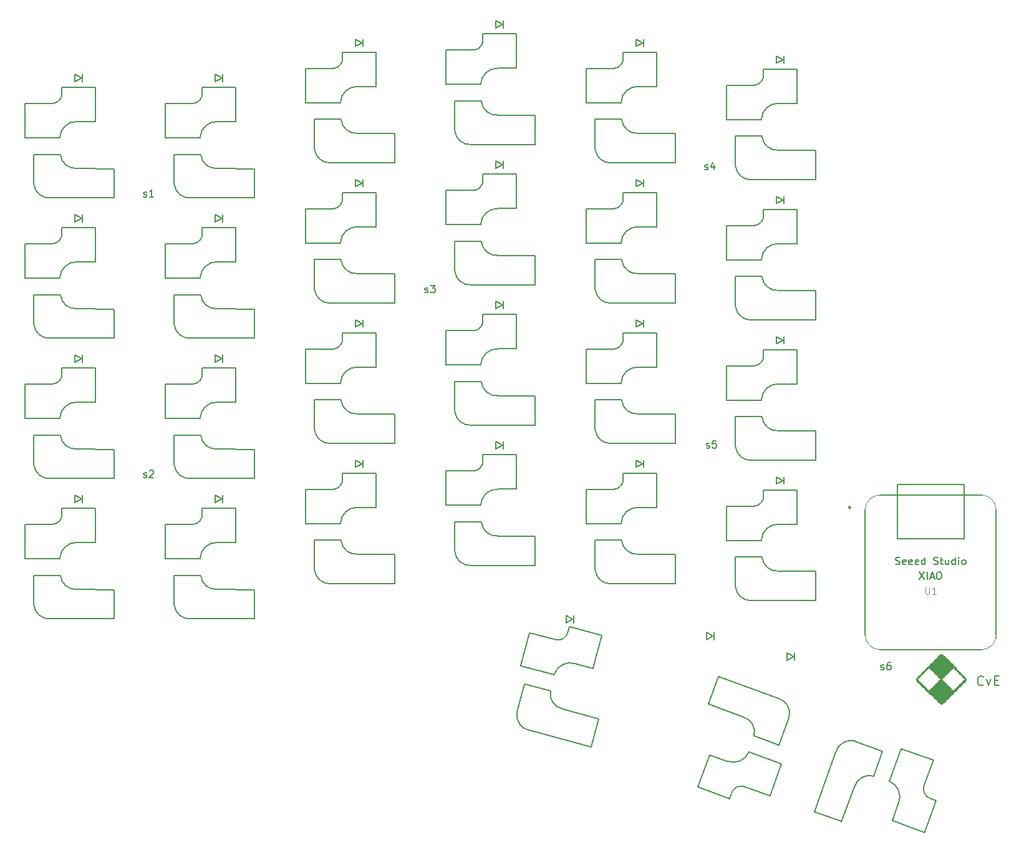
<source format=gbr>
%TF.GenerationSoftware,KiCad,Pcbnew,7.0.10*%
%TF.CreationDate,2024-03-21T20:23:32+01:00*%
%TF.ProjectId,duosync,64756f73-796e-4632-9e6b-696361645f70,rev?*%
%TF.SameCoordinates,Original*%
%TF.FileFunction,Legend,Top*%
%TF.FilePolarity,Positive*%
%FSLAX46Y46*%
G04 Gerber Fmt 4.6, Leading zero omitted, Abs format (unit mm)*
G04 Created by KiCad (PCBNEW 7.0.10) date 2024-03-21 20:23:32*
%MOMM*%
%LPD*%
G01*
G04 APERTURE LIST*
%ADD10C,0.101600*%
%ADD11C,0.150000*%
%ADD12C,0.127000*%
%ADD13C,0.120000*%
%ADD14C,0.254000*%
%ADD15C,0.025400*%
%ADD16C,0.010000*%
G04 APERTURE END LIST*
D10*
X208497666Y-104776985D02*
X208497666Y-105496652D01*
X208497666Y-105496652D02*
X208540000Y-105581318D01*
X208540000Y-105581318D02*
X208582333Y-105623652D01*
X208582333Y-105623652D02*
X208667000Y-105665985D01*
X208667000Y-105665985D02*
X208836333Y-105665985D01*
X208836333Y-105665985D02*
X208921000Y-105623652D01*
X208921000Y-105623652D02*
X208963333Y-105581318D01*
X208963333Y-105581318D02*
X209005666Y-105496652D01*
X209005666Y-105496652D02*
X209005666Y-104776985D01*
X209894666Y-105665985D02*
X209386666Y-105665985D01*
X209640666Y-105665985D02*
X209640666Y-104776985D01*
X209640666Y-104776985D02*
X209555999Y-104903985D01*
X209555999Y-104903985D02*
X209471333Y-104988652D01*
X209471333Y-104988652D02*
X209386666Y-105030985D01*
D11*
X204413095Y-101627200D02*
X204555952Y-101674819D01*
X204555952Y-101674819D02*
X204794047Y-101674819D01*
X204794047Y-101674819D02*
X204889285Y-101627200D01*
X204889285Y-101627200D02*
X204936904Y-101579580D01*
X204936904Y-101579580D02*
X204984523Y-101484342D01*
X204984523Y-101484342D02*
X204984523Y-101389104D01*
X204984523Y-101389104D02*
X204936904Y-101293866D01*
X204936904Y-101293866D02*
X204889285Y-101246247D01*
X204889285Y-101246247D02*
X204794047Y-101198628D01*
X204794047Y-101198628D02*
X204603571Y-101151009D01*
X204603571Y-101151009D02*
X204508333Y-101103390D01*
X204508333Y-101103390D02*
X204460714Y-101055771D01*
X204460714Y-101055771D02*
X204413095Y-100960533D01*
X204413095Y-100960533D02*
X204413095Y-100865295D01*
X204413095Y-100865295D02*
X204460714Y-100770057D01*
X204460714Y-100770057D02*
X204508333Y-100722438D01*
X204508333Y-100722438D02*
X204603571Y-100674819D01*
X204603571Y-100674819D02*
X204841666Y-100674819D01*
X204841666Y-100674819D02*
X204984523Y-100722438D01*
X205794047Y-101627200D02*
X205698809Y-101674819D01*
X205698809Y-101674819D02*
X205508333Y-101674819D01*
X205508333Y-101674819D02*
X205413095Y-101627200D01*
X205413095Y-101627200D02*
X205365476Y-101531961D01*
X205365476Y-101531961D02*
X205365476Y-101151009D01*
X205365476Y-101151009D02*
X205413095Y-101055771D01*
X205413095Y-101055771D02*
X205508333Y-101008152D01*
X205508333Y-101008152D02*
X205698809Y-101008152D01*
X205698809Y-101008152D02*
X205794047Y-101055771D01*
X205794047Y-101055771D02*
X205841666Y-101151009D01*
X205841666Y-101151009D02*
X205841666Y-101246247D01*
X205841666Y-101246247D02*
X205365476Y-101341485D01*
X206651190Y-101627200D02*
X206555952Y-101674819D01*
X206555952Y-101674819D02*
X206365476Y-101674819D01*
X206365476Y-101674819D02*
X206270238Y-101627200D01*
X206270238Y-101627200D02*
X206222619Y-101531961D01*
X206222619Y-101531961D02*
X206222619Y-101151009D01*
X206222619Y-101151009D02*
X206270238Y-101055771D01*
X206270238Y-101055771D02*
X206365476Y-101008152D01*
X206365476Y-101008152D02*
X206555952Y-101008152D01*
X206555952Y-101008152D02*
X206651190Y-101055771D01*
X206651190Y-101055771D02*
X206698809Y-101151009D01*
X206698809Y-101151009D02*
X206698809Y-101246247D01*
X206698809Y-101246247D02*
X206222619Y-101341485D01*
X207508333Y-101627200D02*
X207413095Y-101674819D01*
X207413095Y-101674819D02*
X207222619Y-101674819D01*
X207222619Y-101674819D02*
X207127381Y-101627200D01*
X207127381Y-101627200D02*
X207079762Y-101531961D01*
X207079762Y-101531961D02*
X207079762Y-101151009D01*
X207079762Y-101151009D02*
X207127381Y-101055771D01*
X207127381Y-101055771D02*
X207222619Y-101008152D01*
X207222619Y-101008152D02*
X207413095Y-101008152D01*
X207413095Y-101008152D02*
X207508333Y-101055771D01*
X207508333Y-101055771D02*
X207555952Y-101151009D01*
X207555952Y-101151009D02*
X207555952Y-101246247D01*
X207555952Y-101246247D02*
X207079762Y-101341485D01*
X208413095Y-101674819D02*
X208413095Y-100674819D01*
X208413095Y-101627200D02*
X208317857Y-101674819D01*
X208317857Y-101674819D02*
X208127381Y-101674819D01*
X208127381Y-101674819D02*
X208032143Y-101627200D01*
X208032143Y-101627200D02*
X207984524Y-101579580D01*
X207984524Y-101579580D02*
X207936905Y-101484342D01*
X207936905Y-101484342D02*
X207936905Y-101198628D01*
X207936905Y-101198628D02*
X207984524Y-101103390D01*
X207984524Y-101103390D02*
X208032143Y-101055771D01*
X208032143Y-101055771D02*
X208127381Y-101008152D01*
X208127381Y-101008152D02*
X208317857Y-101008152D01*
X208317857Y-101008152D02*
X208413095Y-101055771D01*
X209603572Y-101627200D02*
X209746429Y-101674819D01*
X209746429Y-101674819D02*
X209984524Y-101674819D01*
X209984524Y-101674819D02*
X210079762Y-101627200D01*
X210079762Y-101627200D02*
X210127381Y-101579580D01*
X210127381Y-101579580D02*
X210175000Y-101484342D01*
X210175000Y-101484342D02*
X210175000Y-101389104D01*
X210175000Y-101389104D02*
X210127381Y-101293866D01*
X210127381Y-101293866D02*
X210079762Y-101246247D01*
X210079762Y-101246247D02*
X209984524Y-101198628D01*
X209984524Y-101198628D02*
X209794048Y-101151009D01*
X209794048Y-101151009D02*
X209698810Y-101103390D01*
X209698810Y-101103390D02*
X209651191Y-101055771D01*
X209651191Y-101055771D02*
X209603572Y-100960533D01*
X209603572Y-100960533D02*
X209603572Y-100865295D01*
X209603572Y-100865295D02*
X209651191Y-100770057D01*
X209651191Y-100770057D02*
X209698810Y-100722438D01*
X209698810Y-100722438D02*
X209794048Y-100674819D01*
X209794048Y-100674819D02*
X210032143Y-100674819D01*
X210032143Y-100674819D02*
X210175000Y-100722438D01*
X210460715Y-101008152D02*
X210841667Y-101008152D01*
X210603572Y-100674819D02*
X210603572Y-101531961D01*
X210603572Y-101531961D02*
X210651191Y-101627200D01*
X210651191Y-101627200D02*
X210746429Y-101674819D01*
X210746429Y-101674819D02*
X210841667Y-101674819D01*
X211603572Y-101008152D02*
X211603572Y-101674819D01*
X211175001Y-101008152D02*
X211175001Y-101531961D01*
X211175001Y-101531961D02*
X211222620Y-101627200D01*
X211222620Y-101627200D02*
X211317858Y-101674819D01*
X211317858Y-101674819D02*
X211460715Y-101674819D01*
X211460715Y-101674819D02*
X211555953Y-101627200D01*
X211555953Y-101627200D02*
X211603572Y-101579580D01*
X212508334Y-101674819D02*
X212508334Y-100674819D01*
X212508334Y-101627200D02*
X212413096Y-101674819D01*
X212413096Y-101674819D02*
X212222620Y-101674819D01*
X212222620Y-101674819D02*
X212127382Y-101627200D01*
X212127382Y-101627200D02*
X212079763Y-101579580D01*
X212079763Y-101579580D02*
X212032144Y-101484342D01*
X212032144Y-101484342D02*
X212032144Y-101198628D01*
X212032144Y-101198628D02*
X212079763Y-101103390D01*
X212079763Y-101103390D02*
X212127382Y-101055771D01*
X212127382Y-101055771D02*
X212222620Y-101008152D01*
X212222620Y-101008152D02*
X212413096Y-101008152D01*
X212413096Y-101008152D02*
X212508334Y-101055771D01*
X212984525Y-101674819D02*
X212984525Y-101008152D01*
X212984525Y-100674819D02*
X212936906Y-100722438D01*
X212936906Y-100722438D02*
X212984525Y-100770057D01*
X212984525Y-100770057D02*
X213032144Y-100722438D01*
X213032144Y-100722438D02*
X212984525Y-100674819D01*
X212984525Y-100674819D02*
X212984525Y-100770057D01*
X213603572Y-101674819D02*
X213508334Y-101627200D01*
X213508334Y-101627200D02*
X213460715Y-101579580D01*
X213460715Y-101579580D02*
X213413096Y-101484342D01*
X213413096Y-101484342D02*
X213413096Y-101198628D01*
X213413096Y-101198628D02*
X213460715Y-101103390D01*
X213460715Y-101103390D02*
X213508334Y-101055771D01*
X213508334Y-101055771D02*
X213603572Y-101008152D01*
X213603572Y-101008152D02*
X213746429Y-101008152D01*
X213746429Y-101008152D02*
X213841667Y-101055771D01*
X213841667Y-101055771D02*
X213889286Y-101103390D01*
X213889286Y-101103390D02*
X213936905Y-101198628D01*
X213936905Y-101198628D02*
X213936905Y-101484342D01*
X213936905Y-101484342D02*
X213889286Y-101579580D01*
X213889286Y-101579580D02*
X213841667Y-101627200D01*
X213841667Y-101627200D02*
X213746429Y-101674819D01*
X213746429Y-101674819D02*
X213603572Y-101674819D01*
X207651191Y-102674819D02*
X208317857Y-103674819D01*
X208317857Y-102674819D02*
X207651191Y-103674819D01*
X208698810Y-103674819D02*
X208698810Y-102674819D01*
X209127381Y-103389104D02*
X209603571Y-103389104D01*
X209032143Y-103674819D02*
X209365476Y-102674819D01*
X209365476Y-102674819D02*
X209698809Y-103674819D01*
X210222619Y-102674819D02*
X210413095Y-102674819D01*
X210413095Y-102674819D02*
X210508333Y-102722438D01*
X210508333Y-102722438D02*
X210603571Y-102817676D01*
X210603571Y-102817676D02*
X210651190Y-103008152D01*
X210651190Y-103008152D02*
X210651190Y-103341485D01*
X210651190Y-103341485D02*
X210603571Y-103531961D01*
X210603571Y-103531961D02*
X210508333Y-103627200D01*
X210508333Y-103627200D02*
X210413095Y-103674819D01*
X210413095Y-103674819D02*
X210222619Y-103674819D01*
X210222619Y-103674819D02*
X210127381Y-103627200D01*
X210127381Y-103627200D02*
X210032143Y-103531961D01*
X210032143Y-103531961D02*
X209984524Y-103341485D01*
X209984524Y-103341485D02*
X209984524Y-103008152D01*
X209984524Y-103008152D02*
X210032143Y-102817676D01*
X210032143Y-102817676D02*
X210127381Y-102722438D01*
X210127381Y-102722438D02*
X210222619Y-102674819D01*
X102309524Y-89807200D02*
X102404762Y-89854819D01*
X102404762Y-89854819D02*
X102595238Y-89854819D01*
X102595238Y-89854819D02*
X102690476Y-89807200D01*
X102690476Y-89807200D02*
X102738095Y-89711961D01*
X102738095Y-89711961D02*
X102738095Y-89664342D01*
X102738095Y-89664342D02*
X102690476Y-89569104D01*
X102690476Y-89569104D02*
X102595238Y-89521485D01*
X102595238Y-89521485D02*
X102452381Y-89521485D01*
X102452381Y-89521485D02*
X102357143Y-89473866D01*
X102357143Y-89473866D02*
X102309524Y-89378628D01*
X102309524Y-89378628D02*
X102309524Y-89331009D01*
X102309524Y-89331009D02*
X102357143Y-89235771D01*
X102357143Y-89235771D02*
X102452381Y-89188152D01*
X102452381Y-89188152D02*
X102595238Y-89188152D01*
X102595238Y-89188152D02*
X102690476Y-89235771D01*
X103119048Y-88950057D02*
X103166667Y-88902438D01*
X103166667Y-88902438D02*
X103261905Y-88854819D01*
X103261905Y-88854819D02*
X103500000Y-88854819D01*
X103500000Y-88854819D02*
X103595238Y-88902438D01*
X103595238Y-88902438D02*
X103642857Y-88950057D01*
X103642857Y-88950057D02*
X103690476Y-89045295D01*
X103690476Y-89045295D02*
X103690476Y-89140533D01*
X103690476Y-89140533D02*
X103642857Y-89283390D01*
X103642857Y-89283390D02*
X103071429Y-89854819D01*
X103071429Y-89854819D02*
X103690476Y-89854819D01*
X178509524Y-48007200D02*
X178604762Y-48054819D01*
X178604762Y-48054819D02*
X178795238Y-48054819D01*
X178795238Y-48054819D02*
X178890476Y-48007200D01*
X178890476Y-48007200D02*
X178938095Y-47911961D01*
X178938095Y-47911961D02*
X178938095Y-47864342D01*
X178938095Y-47864342D02*
X178890476Y-47769104D01*
X178890476Y-47769104D02*
X178795238Y-47721485D01*
X178795238Y-47721485D02*
X178652381Y-47721485D01*
X178652381Y-47721485D02*
X178557143Y-47673866D01*
X178557143Y-47673866D02*
X178509524Y-47578628D01*
X178509524Y-47578628D02*
X178509524Y-47531009D01*
X178509524Y-47531009D02*
X178557143Y-47435771D01*
X178557143Y-47435771D02*
X178652381Y-47388152D01*
X178652381Y-47388152D02*
X178795238Y-47388152D01*
X178795238Y-47388152D02*
X178890476Y-47435771D01*
X179795238Y-47388152D02*
X179795238Y-48054819D01*
X179557143Y-47007200D02*
X179319048Y-47721485D01*
X179319048Y-47721485D02*
X179938095Y-47721485D01*
X102309524Y-51707200D02*
X102404762Y-51754819D01*
X102404762Y-51754819D02*
X102595238Y-51754819D01*
X102595238Y-51754819D02*
X102690476Y-51707200D01*
X102690476Y-51707200D02*
X102738095Y-51611961D01*
X102738095Y-51611961D02*
X102738095Y-51564342D01*
X102738095Y-51564342D02*
X102690476Y-51469104D01*
X102690476Y-51469104D02*
X102595238Y-51421485D01*
X102595238Y-51421485D02*
X102452381Y-51421485D01*
X102452381Y-51421485D02*
X102357143Y-51373866D01*
X102357143Y-51373866D02*
X102309524Y-51278628D01*
X102309524Y-51278628D02*
X102309524Y-51231009D01*
X102309524Y-51231009D02*
X102357143Y-51135771D01*
X102357143Y-51135771D02*
X102452381Y-51088152D01*
X102452381Y-51088152D02*
X102595238Y-51088152D01*
X102595238Y-51088152D02*
X102690476Y-51135771D01*
X103690476Y-51754819D02*
X103119048Y-51754819D01*
X103404762Y-51754819D02*
X103404762Y-50754819D01*
X103404762Y-50754819D02*
X103309524Y-50897676D01*
X103309524Y-50897676D02*
X103214286Y-50992914D01*
X103214286Y-50992914D02*
X103119048Y-51040533D01*
X202409524Y-115907200D02*
X202504762Y-115954819D01*
X202504762Y-115954819D02*
X202695238Y-115954819D01*
X202695238Y-115954819D02*
X202790476Y-115907200D01*
X202790476Y-115907200D02*
X202838095Y-115811961D01*
X202838095Y-115811961D02*
X202838095Y-115764342D01*
X202838095Y-115764342D02*
X202790476Y-115669104D01*
X202790476Y-115669104D02*
X202695238Y-115621485D01*
X202695238Y-115621485D02*
X202552381Y-115621485D01*
X202552381Y-115621485D02*
X202457143Y-115573866D01*
X202457143Y-115573866D02*
X202409524Y-115478628D01*
X202409524Y-115478628D02*
X202409524Y-115431009D01*
X202409524Y-115431009D02*
X202457143Y-115335771D01*
X202457143Y-115335771D02*
X202552381Y-115288152D01*
X202552381Y-115288152D02*
X202695238Y-115288152D01*
X202695238Y-115288152D02*
X202790476Y-115335771D01*
X203695238Y-114954819D02*
X203504762Y-114954819D01*
X203504762Y-114954819D02*
X203409524Y-115002438D01*
X203409524Y-115002438D02*
X203361905Y-115050057D01*
X203361905Y-115050057D02*
X203266667Y-115192914D01*
X203266667Y-115192914D02*
X203219048Y-115383390D01*
X203219048Y-115383390D02*
X203219048Y-115764342D01*
X203219048Y-115764342D02*
X203266667Y-115859580D01*
X203266667Y-115859580D02*
X203314286Y-115907200D01*
X203314286Y-115907200D02*
X203409524Y-115954819D01*
X203409524Y-115954819D02*
X203600000Y-115954819D01*
X203600000Y-115954819D02*
X203695238Y-115907200D01*
X203695238Y-115907200D02*
X203742857Y-115859580D01*
X203742857Y-115859580D02*
X203790476Y-115764342D01*
X203790476Y-115764342D02*
X203790476Y-115526247D01*
X203790476Y-115526247D02*
X203742857Y-115431009D01*
X203742857Y-115431009D02*
X203695238Y-115383390D01*
X203695238Y-115383390D02*
X203600000Y-115335771D01*
X203600000Y-115335771D02*
X203409524Y-115335771D01*
X203409524Y-115335771D02*
X203314286Y-115383390D01*
X203314286Y-115383390D02*
X203266667Y-115431009D01*
X203266667Y-115431009D02*
X203219048Y-115526247D01*
X140509524Y-64707200D02*
X140604762Y-64754819D01*
X140604762Y-64754819D02*
X140795238Y-64754819D01*
X140795238Y-64754819D02*
X140890476Y-64707200D01*
X140890476Y-64707200D02*
X140938095Y-64611961D01*
X140938095Y-64611961D02*
X140938095Y-64564342D01*
X140938095Y-64564342D02*
X140890476Y-64469104D01*
X140890476Y-64469104D02*
X140795238Y-64421485D01*
X140795238Y-64421485D02*
X140652381Y-64421485D01*
X140652381Y-64421485D02*
X140557143Y-64373866D01*
X140557143Y-64373866D02*
X140509524Y-64278628D01*
X140509524Y-64278628D02*
X140509524Y-64231009D01*
X140509524Y-64231009D02*
X140557143Y-64135771D01*
X140557143Y-64135771D02*
X140652381Y-64088152D01*
X140652381Y-64088152D02*
X140795238Y-64088152D01*
X140795238Y-64088152D02*
X140890476Y-64135771D01*
X141271429Y-63754819D02*
X141890476Y-63754819D01*
X141890476Y-63754819D02*
X141557143Y-64135771D01*
X141557143Y-64135771D02*
X141700000Y-64135771D01*
X141700000Y-64135771D02*
X141795238Y-64183390D01*
X141795238Y-64183390D02*
X141842857Y-64231009D01*
X141842857Y-64231009D02*
X141890476Y-64326247D01*
X141890476Y-64326247D02*
X141890476Y-64564342D01*
X141890476Y-64564342D02*
X141842857Y-64659580D01*
X141842857Y-64659580D02*
X141795238Y-64707200D01*
X141795238Y-64707200D02*
X141700000Y-64754819D01*
X141700000Y-64754819D02*
X141414286Y-64754819D01*
X141414286Y-64754819D02*
X141319048Y-64707200D01*
X141319048Y-64707200D02*
X141271429Y-64659580D01*
X178709524Y-85807200D02*
X178804762Y-85854819D01*
X178804762Y-85854819D02*
X178995238Y-85854819D01*
X178995238Y-85854819D02*
X179090476Y-85807200D01*
X179090476Y-85807200D02*
X179138095Y-85711961D01*
X179138095Y-85711961D02*
X179138095Y-85664342D01*
X179138095Y-85664342D02*
X179090476Y-85569104D01*
X179090476Y-85569104D02*
X178995238Y-85521485D01*
X178995238Y-85521485D02*
X178852381Y-85521485D01*
X178852381Y-85521485D02*
X178757143Y-85473866D01*
X178757143Y-85473866D02*
X178709524Y-85378628D01*
X178709524Y-85378628D02*
X178709524Y-85331009D01*
X178709524Y-85331009D02*
X178757143Y-85235771D01*
X178757143Y-85235771D02*
X178852381Y-85188152D01*
X178852381Y-85188152D02*
X178995238Y-85188152D01*
X178995238Y-85188152D02*
X179090476Y-85235771D01*
X180042857Y-84854819D02*
X179566667Y-84854819D01*
X179566667Y-84854819D02*
X179519048Y-85331009D01*
X179519048Y-85331009D02*
X179566667Y-85283390D01*
X179566667Y-85283390D02*
X179661905Y-85235771D01*
X179661905Y-85235771D02*
X179900000Y-85235771D01*
X179900000Y-85235771D02*
X179995238Y-85283390D01*
X179995238Y-85283390D02*
X180042857Y-85331009D01*
X180042857Y-85331009D02*
X180090476Y-85426247D01*
X180090476Y-85426247D02*
X180090476Y-85664342D01*
X180090476Y-85664342D02*
X180042857Y-85759580D01*
X180042857Y-85759580D02*
X179995238Y-85807200D01*
X179995238Y-85807200D02*
X179900000Y-85854819D01*
X179900000Y-85854819D02*
X179661905Y-85854819D01*
X179661905Y-85854819D02*
X179566667Y-85807200D01*
X179566667Y-85807200D02*
X179519048Y-85759580D01*
X216334762Y-117958773D02*
X216274286Y-118019250D01*
X216274286Y-118019250D02*
X216092857Y-118079726D01*
X216092857Y-118079726D02*
X215971905Y-118079726D01*
X215971905Y-118079726D02*
X215790476Y-118019250D01*
X215790476Y-118019250D02*
X215669524Y-117898297D01*
X215669524Y-117898297D02*
X215609047Y-117777345D01*
X215609047Y-117777345D02*
X215548571Y-117535440D01*
X215548571Y-117535440D02*
X215548571Y-117354011D01*
X215548571Y-117354011D02*
X215609047Y-117112107D01*
X215609047Y-117112107D02*
X215669524Y-116991154D01*
X215669524Y-116991154D02*
X215790476Y-116870202D01*
X215790476Y-116870202D02*
X215971905Y-116809726D01*
X215971905Y-116809726D02*
X216092857Y-116809726D01*
X216092857Y-116809726D02*
X216274286Y-116870202D01*
X216274286Y-116870202D02*
X216334762Y-116930678D01*
X216758095Y-117233059D02*
X217060476Y-118079726D01*
X217060476Y-118079726D02*
X217362857Y-117233059D01*
X217846666Y-117414488D02*
X218270000Y-117414488D01*
X218451428Y-118079726D02*
X217846666Y-118079726D01*
X217846666Y-118079726D02*
X217846666Y-116809726D01*
X217846666Y-116809726D02*
X218451428Y-116809726D01*
%TO.C,K42*%
X155457200Y-63694100D02*
X146832200Y-63694100D01*
X155457200Y-59786100D02*
X155457200Y-63694100D01*
X155457200Y-59740100D02*
X150407200Y-59694100D01*
X152957200Y-53290100D02*
X152957200Y-48690100D01*
X152932200Y-53315100D02*
X150382200Y-53315100D01*
X152932200Y-48665100D02*
X148382200Y-48665100D01*
X148377200Y-49390100D02*
X148377200Y-48690100D01*
X148082200Y-55515100D02*
X143382200Y-55515100D01*
X147157200Y-50865100D02*
X143382200Y-50865100D01*
X144557200Y-61740100D02*
X144557200Y-57795100D01*
X144557200Y-57786100D02*
X148167200Y-57786100D01*
X143382200Y-55490100D02*
X143357200Y-50890100D01*
X148172201Y-57810100D02*
G75*
G03*
X150432200Y-59690099I2069999J190000D01*
G01*
X147157200Y-50860100D02*
G75*
G03*
X148377200Y-49440100I-100000J1320000D01*
G01*
X150457200Y-53320101D02*
G75*
G03*
X148087201Y-55490100I-100000J-2269999D01*
G01*
X144568201Y-61810100D02*
G75*
G03*
X146832200Y-63694099I2073999J190000D01*
G01*
%TO.C,D13*%
X94007200Y-74179100D02*
X94007200Y-73179100D01*
X93907200Y-73679100D02*
X93007200Y-74179100D01*
X93007200Y-74179100D02*
X93007200Y-73179100D01*
X93007200Y-73179100D02*
X93907200Y-73679100D01*
%TO.C,K54*%
X174507000Y-104270100D02*
X165882000Y-104270100D01*
X174507000Y-100362100D02*
X174507000Y-104270100D01*
X174507000Y-100316100D02*
X169457000Y-100270100D01*
X172007000Y-93866100D02*
X172007000Y-89266100D01*
X171982000Y-93891100D02*
X169432000Y-93891100D01*
X171982000Y-89241100D02*
X167432000Y-89241100D01*
X167427000Y-89966100D02*
X167427000Y-89266100D01*
X167132000Y-96091100D02*
X162432000Y-96091100D01*
X166207000Y-91441100D02*
X162432000Y-91441100D01*
X163607000Y-102316100D02*
X163607000Y-98371100D01*
X163607000Y-98362100D02*
X167217000Y-98362100D01*
X162432000Y-96066100D02*
X162407000Y-91466100D01*
X167222001Y-98386100D02*
G75*
G03*
X169482000Y-100266099I2069999J190000D01*
G01*
X166207000Y-91436100D02*
G75*
G03*
X167427000Y-90016100I-100000J1320000D01*
G01*
X169507000Y-93896101D02*
G75*
G03*
X167137001Y-96066100I-100000J-2269999D01*
G01*
X163618001Y-102386100D02*
G75*
G03*
X165882000Y-104270099I2073999J190000D01*
G01*
%TO.C,D31*%
X132107200Y-31316100D02*
X132107200Y-30316100D01*
X132007200Y-30816100D02*
X131107200Y-31316100D01*
X131107200Y-31316100D02*
X131107200Y-30316100D01*
X131107200Y-30316100D02*
X132007200Y-30816100D01*
%TO.C,K41*%
X155457200Y-44644100D02*
X146832200Y-44644100D01*
X155457200Y-40736100D02*
X155457200Y-44644100D01*
X155457200Y-40690100D02*
X150407200Y-40644100D01*
X152957200Y-34240100D02*
X152957200Y-29640100D01*
X152932200Y-34265100D02*
X150382200Y-34265100D01*
X152932200Y-29615100D02*
X148382200Y-29615100D01*
X148377200Y-30340100D02*
X148377200Y-29640100D01*
X148082200Y-36465100D02*
X143382200Y-36465100D01*
X147157200Y-31815100D02*
X143382200Y-31815100D01*
X144557200Y-42690100D02*
X144557200Y-38745100D01*
X144557200Y-38736100D02*
X148167200Y-38736100D01*
X143382200Y-36440100D02*
X143357200Y-31840100D01*
X148172201Y-38760100D02*
G75*
G03*
X150432200Y-40640099I2069999J190000D01*
G01*
X147157200Y-31810100D02*
G75*
G03*
X148377200Y-30390100I-100000J1320000D01*
G01*
X150457200Y-34270101D02*
G75*
G03*
X148087201Y-36440100I-100000J-2269999D01*
G01*
X144568201Y-42760100D02*
G75*
G03*
X146832200Y-44644099I2073999J190000D01*
G01*
%TO.C,D55*%
X179732200Y-111898100D02*
X179732200Y-110898100D01*
X179632200Y-111398100D02*
X178732200Y-111898100D01*
X178732200Y-111898100D02*
X178732200Y-110898100D01*
X178732200Y-110898100D02*
X179632200Y-111398100D01*
D12*
%TO.C,U1*%
X200275000Y-94220000D02*
X200275000Y-111220000D01*
X202275000Y-113220000D02*
X216075000Y-113220000D01*
X204675000Y-90795970D02*
X213675000Y-90795970D01*
X204675000Y-98149270D02*
X204675000Y-90795970D01*
X213675000Y-90795970D02*
X213675000Y-98149270D01*
X213675000Y-98149270D02*
X204675000Y-98149270D01*
X216075000Y-92220910D02*
X202275000Y-92220910D01*
X218075000Y-111220000D02*
X218075000Y-94220000D01*
D13*
X202275000Y-92220001D02*
G75*
G03*
X200275001Y-94220000I44612J-2044611D01*
G01*
X200275001Y-111220000D02*
G75*
G03*
X202275000Y-113219999I2044856J44857D01*
G01*
X218074999Y-94220000D02*
G75*
G03*
X216075000Y-92220001I-2044609J-44610D01*
G01*
X216075000Y-113220000D02*
G75*
G03*
X218075000Y-111220000I0J2000000D01*
G01*
D14*
X198302000Y-93920000D02*
G75*
G03*
X198048000Y-93920000I-127000J0D01*
G01*
X198048000Y-93920000D02*
G75*
G03*
X198302000Y-93920000I127000J0D01*
G01*
D15*
X200287285Y-94158295D02*
X200290333Y-94109527D01*
X200294397Y-94060506D01*
X200287285Y-94158295D01*
X218062713Y-111290850D02*
X218059665Y-111339618D01*
X218055601Y-111388639D01*
X218050268Y-111437407D01*
X218043664Y-111486175D01*
X218036044Y-111534690D01*
X218027153Y-111582950D01*
X218017248Y-111630955D01*
X218064492Y-111241574D01*
X218062713Y-111290850D01*
D11*
%TO.C,K34*%
X136407200Y-104270100D02*
X127782200Y-104270100D01*
X136407200Y-100362100D02*
X136407200Y-104270100D01*
X136407200Y-100316100D02*
X131357200Y-100270100D01*
X133907200Y-93866100D02*
X133907200Y-89266100D01*
X133882200Y-93891100D02*
X131332200Y-93891100D01*
X133882200Y-89241100D02*
X129332200Y-89241100D01*
X129327200Y-89966100D02*
X129327200Y-89266100D01*
X129032200Y-96091100D02*
X124332200Y-96091100D01*
X128107200Y-91441100D02*
X124332200Y-91441100D01*
X125507200Y-102316100D02*
X125507200Y-98371100D01*
X125507200Y-98362100D02*
X129117200Y-98362100D01*
X124332200Y-96066100D02*
X124307200Y-91466100D01*
X129122201Y-98386100D02*
G75*
G03*
X131382200Y-100266099I2069999J190000D01*
G01*
X128107200Y-91436100D02*
G75*
G03*
X129327200Y-90016100I-100000J1320000D01*
G01*
X131407200Y-93896101D02*
G75*
G03*
X129037201Y-96066100I-100000J-2269999D01*
G01*
X125518201Y-102386100D02*
G75*
G03*
X127782200Y-104270099I2073999J190000D01*
G01*
%TO.C,K14*%
X98307200Y-109033100D02*
X89682200Y-109033100D01*
X98307200Y-105125100D02*
X98307200Y-109033100D01*
X98307200Y-105079100D02*
X93257200Y-105033100D01*
X95807200Y-98629100D02*
X95807200Y-94029100D01*
X95782200Y-98654100D02*
X93232200Y-98654100D01*
X95782200Y-94004100D02*
X91232200Y-94004100D01*
X91227200Y-94729100D02*
X91227200Y-94029100D01*
X90932200Y-100854100D02*
X86232200Y-100854100D01*
X90007200Y-96204100D02*
X86232200Y-96204100D01*
X87407200Y-107079100D02*
X87407200Y-103134100D01*
X87407200Y-103125100D02*
X91017200Y-103125100D01*
X86232200Y-100829100D02*
X86207200Y-96229100D01*
X91022201Y-103149100D02*
G75*
G03*
X93282200Y-105029099I2069999J190000D01*
G01*
X90007200Y-96199100D02*
G75*
G03*
X91227200Y-94779100I-100000J1320000D01*
G01*
X93307200Y-98659101D02*
G75*
G03*
X90937201Y-100829100I-100000J-2269999D01*
G01*
X87418201Y-107149100D02*
G75*
G03*
X89682200Y-109033099I2073999J190000D01*
G01*
%TO.C,D33*%
X132107200Y-69416100D02*
X132107200Y-68416100D01*
X132007200Y-68916100D02*
X131107200Y-69416100D01*
X131107200Y-69416100D02*
X131107200Y-68416100D01*
X131107200Y-68416100D02*
X132007200Y-68916100D01*
%TO.C,K51*%
X174507000Y-47120100D02*
X165882000Y-47120100D01*
X174507000Y-43212100D02*
X174507000Y-47120100D01*
X174507000Y-43166100D02*
X169457000Y-43120100D01*
X172007000Y-36716100D02*
X172007000Y-32116100D01*
X171982000Y-36741100D02*
X169432000Y-36741100D01*
X171982000Y-32091100D02*
X167432000Y-32091100D01*
X167427000Y-32816100D02*
X167427000Y-32116100D01*
X167132000Y-38941100D02*
X162432000Y-38941100D01*
X166207000Y-34291100D02*
X162432000Y-34291100D01*
X163607000Y-45166100D02*
X163607000Y-41221100D01*
X163607000Y-41212100D02*
X167217000Y-41212100D01*
X162432000Y-38916100D02*
X162407000Y-34316100D01*
X167222001Y-41236100D02*
G75*
G03*
X169482000Y-43116099I2069999J190000D01*
G01*
X166207000Y-34286100D02*
G75*
G03*
X167427000Y-32866100I-100000J1320000D01*
G01*
X169507000Y-36746101D02*
G75*
G03*
X167137001Y-38916100I-100000J-2269999D01*
G01*
X163618001Y-45236100D02*
G75*
G03*
X165882000Y-47120099I2073999J190000D01*
G01*
%TO.C,D34*%
X132107200Y-88466100D02*
X132107200Y-87466100D01*
X132007200Y-87966100D02*
X131107200Y-88466100D01*
X131107200Y-88466100D02*
X131107200Y-87466100D01*
X131107200Y-87466100D02*
X132007200Y-87966100D01*
%TO.C,D65*%
X190693900Y-114636100D02*
X190693900Y-113636100D01*
X190593900Y-114136100D02*
X189693900Y-114636100D01*
X189693900Y-114636100D02*
X189693900Y-113636100D01*
X189693900Y-113636100D02*
X190593900Y-114136100D01*
%TO.C,K24*%
X117357200Y-109033100D02*
X108732200Y-109033100D01*
X117357200Y-105125100D02*
X117357200Y-109033100D01*
X117357200Y-105079100D02*
X112307200Y-105033100D01*
X114857200Y-98629100D02*
X114857200Y-94029100D01*
X114832200Y-98654100D02*
X112282200Y-98654100D01*
X114832200Y-94004100D02*
X110282200Y-94004100D01*
X110277200Y-94729100D02*
X110277200Y-94029100D01*
X109982200Y-100854100D02*
X105282200Y-100854100D01*
X109057200Y-96204100D02*
X105282200Y-96204100D01*
X106457200Y-107079100D02*
X106457200Y-103134100D01*
X106457200Y-103125100D02*
X110067200Y-103125100D01*
X105282200Y-100829100D02*
X105257200Y-96229100D01*
X110072201Y-103149100D02*
G75*
G03*
X112332200Y-105029099I2069999J190000D01*
G01*
X109057200Y-96199100D02*
G75*
G03*
X110277200Y-94779100I-100000J1320000D01*
G01*
X112357200Y-98659101D02*
G75*
G03*
X109987201Y-100829100I-100000J-2269999D01*
G01*
X106468201Y-107149100D02*
G75*
G03*
X108732200Y-109033099I2073999J190000D01*
G01*
%TO.C,D52*%
X170207000Y-50366100D02*
X170207000Y-49366100D01*
X170107000Y-49866100D02*
X169207000Y-50366100D01*
X169207000Y-50366100D02*
X169207000Y-49366100D01*
X169207000Y-49366100D02*
X170107000Y-49866100D01*
%TO.C,K44*%
X155457200Y-101794100D02*
X146832200Y-101794100D01*
X155457200Y-97886100D02*
X155457200Y-101794100D01*
X155457200Y-97840100D02*
X150407200Y-97794100D01*
X152957200Y-91390100D02*
X152957200Y-86790100D01*
X152932200Y-91415100D02*
X150382200Y-91415100D01*
X152932200Y-86765100D02*
X148382200Y-86765100D01*
X148377200Y-87490100D02*
X148377200Y-86790100D01*
X148082200Y-93615100D02*
X143382200Y-93615100D01*
X147157200Y-88965100D02*
X143382200Y-88965100D01*
X144557200Y-99840100D02*
X144557200Y-95895100D01*
X144557200Y-95886100D02*
X148167200Y-95886100D01*
X143382200Y-93590100D02*
X143357200Y-88990100D01*
X148172201Y-95910100D02*
G75*
G03*
X150432200Y-97790099I2069999J190000D01*
G01*
X147157200Y-88960100D02*
G75*
G03*
X148377200Y-87540100I-100000J1320000D01*
G01*
X150457200Y-91420101D02*
G75*
G03*
X148087201Y-93590100I-100000J-2269999D01*
G01*
X144568201Y-99910100D02*
G75*
G03*
X146832200Y-101794099I2073999J190000D01*
G01*
%TO.C,D51*%
X170207000Y-31316100D02*
X170207000Y-30316100D01*
X170107000Y-30816100D02*
X169207000Y-31316100D01*
X169207000Y-31316100D02*
X169207000Y-30316100D01*
X169207000Y-30316100D02*
X170107000Y-30816100D01*
%TO.C,K52*%
X174507000Y-66170100D02*
X165882000Y-66170100D01*
X174507000Y-62262100D02*
X174507000Y-66170100D01*
X174507000Y-62216100D02*
X169457000Y-62170100D01*
X172007000Y-55766100D02*
X172007000Y-51166100D01*
X171982000Y-55791100D02*
X169432000Y-55791100D01*
X171982000Y-51141100D02*
X167432000Y-51141100D01*
X167427000Y-51866100D02*
X167427000Y-51166100D01*
X167132000Y-57991100D02*
X162432000Y-57991100D01*
X166207000Y-53341100D02*
X162432000Y-53341100D01*
X163607000Y-64216100D02*
X163607000Y-60271100D01*
X163607000Y-60262100D02*
X167217000Y-60262100D01*
X162432000Y-57966100D02*
X162407000Y-53366100D01*
X167222001Y-60286100D02*
G75*
G03*
X169482000Y-62166099I2069999J190000D01*
G01*
X166207000Y-53336100D02*
G75*
G03*
X167427000Y-51916100I-100000J1320000D01*
G01*
X169507000Y-55796101D02*
G75*
G03*
X167137001Y-57966100I-100000J-2269999D01*
G01*
X163618001Y-64286100D02*
G75*
G03*
X165882000Y-66170099I2073999J190000D01*
G01*
%TO.C,K21*%
X117357200Y-51883100D02*
X108732200Y-51883100D01*
X117357200Y-47975100D02*
X117357200Y-51883100D01*
X117357200Y-47929100D02*
X112307200Y-47883100D01*
X114857200Y-41479100D02*
X114857200Y-36879100D01*
X114832200Y-41504100D02*
X112282200Y-41504100D01*
X114832200Y-36854100D02*
X110282200Y-36854100D01*
X110277200Y-37579100D02*
X110277200Y-36879100D01*
X109982200Y-43704100D02*
X105282200Y-43704100D01*
X109057200Y-39054100D02*
X105282200Y-39054100D01*
X106457200Y-49929100D02*
X106457200Y-45984100D01*
X106457200Y-45975100D02*
X110067200Y-45975100D01*
X105282200Y-43679100D02*
X105257200Y-39079100D01*
X110072201Y-45999100D02*
G75*
G03*
X112332200Y-47879099I2069999J190000D01*
G01*
X109057200Y-39049100D02*
G75*
G03*
X110277200Y-37629100I-100000J1320000D01*
G01*
X112357200Y-41509101D02*
G75*
G03*
X109987201Y-43679100I-100000J-2269999D01*
G01*
X106468201Y-49999100D02*
G75*
G03*
X108732200Y-51883099I2073999J190000D01*
G01*
%TO.C,K65*%
X193358535Y-135219520D02*
X196308458Y-127114671D01*
X198922714Y-125645177D02*
X202629801Y-126994447D01*
X197030853Y-136556134D02*
X193358535Y-135219520D01*
X197074079Y-136571867D02*
X198844507Y-131842152D01*
X202638258Y-126997525D02*
X201403566Y-130389815D01*
X203566679Y-131086669D02*
X205174174Y-126670114D01*
X205197666Y-126678664D02*
X209528802Y-128228466D01*
X203975205Y-136396623D02*
X204847357Y-134000407D01*
X203990146Y-136428665D02*
X208312733Y-138001958D01*
X208252619Y-131807847D02*
X209543745Y-128260508D01*
X209221401Y-133458752D02*
X209879185Y-133698166D01*
X208344776Y-137987016D02*
X209900968Y-133711415D01*
X198853173Y-125631572D02*
G75*
G03*
X196308458Y-127114671I-530808J-2013907D01*
G01*
X201379302Y-130386306D02*
G75*
G03*
X198839715Y-131867013I-529441J-2010145D01*
G01*
X204817006Y-134069173D02*
G75*
G03*
X203588461Y-131099918I-2098900J870355D01*
G01*
X208257317Y-131809557D02*
G75*
G03*
X209174416Y-133441651I1274596J-357498D01*
G01*
%TO.C,K61*%
X193557200Y-49406100D02*
X184932200Y-49406100D01*
X193557200Y-45498100D02*
X193557200Y-49406100D01*
X193557200Y-45452100D02*
X188507200Y-45406100D01*
X191057200Y-39002100D02*
X191057200Y-34402100D01*
X191032200Y-39027100D02*
X188482200Y-39027100D01*
X191032200Y-34377100D02*
X186482200Y-34377100D01*
X186477200Y-35102100D02*
X186477200Y-34402100D01*
X186182200Y-41227100D02*
X181482200Y-41227100D01*
X185257200Y-36577100D02*
X181482200Y-36577100D01*
X182657200Y-47452100D02*
X182657200Y-43507100D01*
X182657200Y-43498100D02*
X186267200Y-43498100D01*
X181482200Y-41202100D02*
X181457200Y-36602100D01*
X186272201Y-43522100D02*
G75*
G03*
X188532200Y-45402099I2069999J190000D01*
G01*
X185257200Y-36572100D02*
G75*
G03*
X186477200Y-35152100I-100000J1320000D01*
G01*
X188557200Y-39032101D02*
G75*
G03*
X186187201Y-41202100I-100000J-2269999D01*
G01*
X182668201Y-47522100D02*
G75*
G03*
X184932200Y-49406099I2073999J190000D01*
G01*
%TO.C,K11*%
X98307200Y-51883100D02*
X89682200Y-51883100D01*
X98307200Y-47975100D02*
X98307200Y-51883100D01*
X98307200Y-47929100D02*
X93257200Y-47883100D01*
X95807200Y-41479100D02*
X95807200Y-36879100D01*
X95782200Y-41504100D02*
X93232200Y-41504100D01*
X95782200Y-36854100D02*
X91232200Y-36854100D01*
X91227200Y-37579100D02*
X91227200Y-36879100D01*
X90932200Y-43704100D02*
X86232200Y-43704100D01*
X90007200Y-39054100D02*
X86232200Y-39054100D01*
X87407200Y-49929100D02*
X87407200Y-45984100D01*
X87407200Y-45975100D02*
X91017200Y-45975100D01*
X86232200Y-43679100D02*
X86207200Y-39079100D01*
X91022201Y-45999100D02*
G75*
G03*
X93282200Y-47879099I2069999J190000D01*
G01*
X90007200Y-39049100D02*
G75*
G03*
X91227200Y-37629100I-100000J1320000D01*
G01*
X93307200Y-41509101D02*
G75*
G03*
X90937201Y-43679100I-100000J-2269999D01*
G01*
X87418201Y-49999100D02*
G75*
G03*
X89682200Y-51883099I2073999J190000D01*
G01*
%TO.C,K13*%
X98307200Y-89983100D02*
X89682200Y-89983100D01*
X98307200Y-86075100D02*
X98307200Y-89983100D01*
X98307200Y-86029100D02*
X93257200Y-85983100D01*
X95807200Y-79579100D02*
X95807200Y-74979100D01*
X95782200Y-79604100D02*
X93232200Y-79604100D01*
X95782200Y-74954100D02*
X91232200Y-74954100D01*
X91227200Y-75679100D02*
X91227200Y-74979100D01*
X90932200Y-81804100D02*
X86232200Y-81804100D01*
X90007200Y-77154100D02*
X86232200Y-77154100D01*
X87407200Y-88029100D02*
X87407200Y-84084100D01*
X87407200Y-84075100D02*
X91017200Y-84075100D01*
X86232200Y-81779100D02*
X86207200Y-77179100D01*
X91022201Y-84099100D02*
G75*
G03*
X93282200Y-85979099I2069999J190000D01*
G01*
X90007200Y-77149100D02*
G75*
G03*
X91227200Y-75729100I-100000J1320000D01*
G01*
X93307200Y-79609101D02*
G75*
G03*
X90937201Y-81779100I-100000J-2269999D01*
G01*
X87418201Y-88099100D02*
G75*
G03*
X89682200Y-89983099I2073999J190000D01*
G01*
%TO.C,K33*%
X136407200Y-85220100D02*
X127782200Y-85220100D01*
X136407200Y-81312100D02*
X136407200Y-85220100D01*
X136407200Y-81266100D02*
X131357200Y-81220100D01*
X133907200Y-74816100D02*
X133907200Y-70216100D01*
X133882200Y-74841100D02*
X131332200Y-74841100D01*
X133882200Y-70191100D02*
X129332200Y-70191100D01*
X129327200Y-70916100D02*
X129327200Y-70216100D01*
X129032200Y-77041100D02*
X124332200Y-77041100D01*
X128107200Y-72391100D02*
X124332200Y-72391100D01*
X125507200Y-83266100D02*
X125507200Y-79321100D01*
X125507200Y-79312100D02*
X129117200Y-79312100D01*
X124332200Y-77016100D02*
X124307200Y-72416100D01*
X129122201Y-79336100D02*
G75*
G03*
X131382200Y-81216099I2069999J190000D01*
G01*
X128107200Y-72386100D02*
G75*
G03*
X129327200Y-70966100I-100000J1320000D01*
G01*
X131407200Y-74846101D02*
G75*
G03*
X129037201Y-77016100I-100000J-2269999D01*
G01*
X125518201Y-83336100D02*
G75*
G03*
X127782200Y-85220099I2073999J190000D01*
G01*
%TO.C,K32*%
X136407200Y-66170100D02*
X127782200Y-66170100D01*
X136407200Y-62262100D02*
X136407200Y-66170100D01*
X136407200Y-62216100D02*
X131357200Y-62170100D01*
X133907200Y-55766100D02*
X133907200Y-51166100D01*
X133882200Y-55791100D02*
X131332200Y-55791100D01*
X133882200Y-51141100D02*
X129332200Y-51141100D01*
X129327200Y-51866100D02*
X129327200Y-51166100D01*
X129032200Y-57991100D02*
X124332200Y-57991100D01*
X128107200Y-53341100D02*
X124332200Y-53341100D01*
X125507200Y-64216100D02*
X125507200Y-60271100D01*
X125507200Y-60262100D02*
X129117200Y-60262100D01*
X124332200Y-57966100D02*
X124307200Y-53366100D01*
X129122201Y-60286100D02*
G75*
G03*
X131382200Y-62166099I2069999J190000D01*
G01*
X128107200Y-53336100D02*
G75*
G03*
X129327200Y-51916100I-100000J1320000D01*
G01*
X131407200Y-55796101D02*
G75*
G03*
X129037201Y-57966100I-100000J-2269999D01*
G01*
X125518201Y-64286100D02*
G75*
G03*
X127782200Y-66170099I2073999J190000D01*
G01*
%TO.C,K43*%
X155457200Y-82744100D02*
X146832200Y-82744100D01*
X155457200Y-78836100D02*
X155457200Y-82744100D01*
X155457200Y-78790100D02*
X150407200Y-78744100D01*
X152957200Y-72340100D02*
X152957200Y-67740100D01*
X152932200Y-72365100D02*
X150382200Y-72365100D01*
X152932200Y-67715100D02*
X148382200Y-67715100D01*
X148377200Y-68440100D02*
X148377200Y-67740100D01*
X148082200Y-74565100D02*
X143382200Y-74565100D01*
X147157200Y-69915100D02*
X143382200Y-69915100D01*
X144557200Y-80790100D02*
X144557200Y-76845100D01*
X144557200Y-76836100D02*
X148167200Y-76836100D01*
X143382200Y-74540100D02*
X143357200Y-69940100D01*
X148172201Y-76860100D02*
G75*
G03*
X150432200Y-78740099I2069999J190000D01*
G01*
X147157200Y-69910100D02*
G75*
G03*
X148377200Y-68490100I-100000J1320000D01*
G01*
X150457200Y-72370101D02*
G75*
G03*
X148087201Y-74540100I-100000J-2269999D01*
G01*
X144568201Y-80860100D02*
G75*
G03*
X146832200Y-82744099I2073999J190000D01*
G01*
%TO.C,K23*%
X117357200Y-89983100D02*
X108732200Y-89983100D01*
X117357200Y-86075100D02*
X117357200Y-89983100D01*
X117357200Y-86029100D02*
X112307200Y-85983100D01*
X114857200Y-79579100D02*
X114857200Y-74979100D01*
X114832200Y-79604100D02*
X112282200Y-79604100D01*
X114832200Y-74954100D02*
X110282200Y-74954100D01*
X110277200Y-75679100D02*
X110277200Y-74979100D01*
X109982200Y-81804100D02*
X105282200Y-81804100D01*
X109057200Y-77154100D02*
X105282200Y-77154100D01*
X106457200Y-88029100D02*
X106457200Y-84084100D01*
X106457200Y-84075100D02*
X110067200Y-84075100D01*
X105282200Y-81779100D02*
X105257200Y-77179100D01*
X110072201Y-84099100D02*
G75*
G03*
X112332200Y-85979099I2069999J190000D01*
G01*
X109057200Y-77149100D02*
G75*
G03*
X110277200Y-75729100I-100000J1320000D01*
G01*
X112357200Y-79609101D02*
G75*
G03*
X109987201Y-81779100I-100000J-2269999D01*
G01*
X106468201Y-88099100D02*
G75*
G03*
X108732200Y-89983099I2073999J190000D01*
G01*
%TO.C,D42*%
X151157200Y-47890100D02*
X151157200Y-46890100D01*
X151057200Y-47390100D02*
X150157200Y-47890100D01*
X150157200Y-47890100D02*
X150157200Y-46890100D01*
X150157200Y-46890100D02*
X151057200Y-47390100D01*
%TO.C,D54*%
X170207000Y-88466100D02*
X170207000Y-87466100D01*
X170107000Y-87966100D02*
X169207000Y-88466100D01*
X169207000Y-88466100D02*
X169207000Y-87466100D01*
X169207000Y-87466100D02*
X170107000Y-87966100D01*
%TO.C,D61*%
X189257200Y-33602100D02*
X189257200Y-32602100D01*
X189157200Y-33102100D02*
X188257200Y-33602100D01*
X188257200Y-33602100D02*
X188257200Y-32602100D01*
X188257200Y-32602100D02*
X189157200Y-33102100D01*
%TO.C,K22*%
X117357200Y-70933100D02*
X108732200Y-70933100D01*
X117357200Y-67025100D02*
X117357200Y-70933100D01*
X117357200Y-66979100D02*
X112307200Y-66933100D01*
X114857200Y-60529100D02*
X114857200Y-55929100D01*
X114832200Y-60554100D02*
X112282200Y-60554100D01*
X114832200Y-55904100D02*
X110282200Y-55904100D01*
X110277200Y-56629100D02*
X110277200Y-55929100D01*
X109982200Y-62754100D02*
X105282200Y-62754100D01*
X109057200Y-58104100D02*
X105282200Y-58104100D01*
X106457200Y-68979100D02*
X106457200Y-65034100D01*
X106457200Y-65025100D02*
X110067200Y-65025100D01*
X105282200Y-62729100D02*
X105257200Y-58129100D01*
X110072201Y-65049100D02*
G75*
G03*
X112332200Y-66929099I2069999J190000D01*
G01*
X109057200Y-58099100D02*
G75*
G03*
X110277200Y-56679100I-100000J1320000D01*
G01*
X112357200Y-60559101D02*
G75*
G03*
X109987201Y-62729100I-100000J-2269999D01*
G01*
X106468201Y-69049100D02*
G75*
G03*
X108732200Y-70933099I2073999J190000D01*
G01*
%TO.C,D32*%
X132107200Y-50366100D02*
X132107200Y-49366100D01*
X132007200Y-49866100D02*
X131107200Y-50366100D01*
X131107200Y-50366100D02*
X131107200Y-49366100D01*
X131107200Y-49366100D02*
X132007200Y-49866100D01*
%TO.C,D14*%
X94007200Y-93229100D02*
X94007200Y-92229100D01*
X93907200Y-92729100D02*
X93007200Y-93229100D01*
X93007200Y-93229100D02*
X93007200Y-92229100D01*
X93007200Y-92229100D02*
X93907200Y-92729100D01*
%TO.C,D22*%
X113057200Y-55129100D02*
X113057200Y-54129100D01*
X112957200Y-54629100D02*
X112057200Y-55129100D01*
X112057200Y-55129100D02*
X112057200Y-54129100D01*
X112057200Y-54129100D02*
X112957200Y-54629100D01*
%TO.C,D44*%
X151157200Y-85990100D02*
X151157200Y-84990100D01*
X151057200Y-85490100D02*
X150157200Y-85990100D01*
X150157200Y-85990100D02*
X150157200Y-84990100D01*
X150157200Y-84990100D02*
X151057200Y-85490100D01*
%TO.C,K53*%
X174507000Y-85220100D02*
X165882000Y-85220100D01*
X174507000Y-81312100D02*
X174507000Y-85220100D01*
X174507000Y-81266100D02*
X169457000Y-81220100D01*
X172007000Y-74816100D02*
X172007000Y-70216100D01*
X171982000Y-74841100D02*
X169432000Y-74841100D01*
X171982000Y-70191100D02*
X167432000Y-70191100D01*
X167427000Y-70916100D02*
X167427000Y-70216100D01*
X167132000Y-77041100D02*
X162432000Y-77041100D01*
X166207000Y-72391100D02*
X162432000Y-72391100D01*
X163607000Y-83266100D02*
X163607000Y-79321100D01*
X163607000Y-79312100D02*
X167217000Y-79312100D01*
X162432000Y-77016100D02*
X162407000Y-72416100D01*
X167222001Y-79336100D02*
G75*
G03*
X169482000Y-81216099I2069999J190000D01*
G01*
X166207000Y-72386100D02*
G75*
G03*
X167427000Y-70966100I-100000J1320000D01*
G01*
X169507000Y-74846101D02*
G75*
G03*
X167137001Y-77016100I-100000J-2269999D01*
G01*
X163618001Y-83336100D02*
G75*
G03*
X165882000Y-85220099I2073999J190000D01*
G01*
%TO.C,D23*%
X113057200Y-74179100D02*
X113057200Y-73179100D01*
X112957200Y-73679100D02*
X112057200Y-74179100D01*
X112057200Y-74179100D02*
X112057200Y-73179100D01*
X112057200Y-73179100D02*
X112957200Y-73679100D01*
%TO.C,D63*%
X189257200Y-71702100D02*
X189257200Y-70702100D01*
X189157200Y-71202100D02*
X188257200Y-71702100D01*
X188257200Y-71702100D02*
X188257200Y-70702100D01*
X188257200Y-70702100D02*
X189157200Y-71202100D01*
%TO.C,K31*%
X136407200Y-47120100D02*
X127782200Y-47120100D01*
X136407200Y-43212100D02*
X136407200Y-47120100D01*
X136407200Y-43166100D02*
X131357200Y-43120100D01*
X133907200Y-36716100D02*
X133907200Y-32116100D01*
X133882200Y-36741100D02*
X131332200Y-36741100D01*
X133882200Y-32091100D02*
X129332200Y-32091100D01*
X129327200Y-32816100D02*
X129327200Y-32116100D01*
X129032200Y-38941100D02*
X124332200Y-38941100D01*
X128107200Y-34291100D02*
X124332200Y-34291100D01*
X125507200Y-45166100D02*
X125507200Y-41221100D01*
X125507200Y-41212100D02*
X129117200Y-41212100D01*
X124332200Y-38916100D02*
X124307200Y-34316100D01*
X129122201Y-41236100D02*
G75*
G03*
X131382200Y-43116099I2069999J190000D01*
G01*
X128107200Y-34286100D02*
G75*
G03*
X129327200Y-32866100I-100000J1320000D01*
G01*
X131407200Y-36746101D02*
G75*
G03*
X129037201Y-38916100I-100000J-2269999D01*
G01*
X125518201Y-45236100D02*
G75*
G03*
X127782200Y-47120099I2073999J190000D01*
G01*
%TO.C,D41*%
X151157200Y-28840100D02*
X151157200Y-27840100D01*
X151057200Y-28340100D02*
X150157200Y-28840100D01*
X150157200Y-28840100D02*
X150157200Y-27840100D01*
X150157200Y-27840100D02*
X151057200Y-28340100D01*
%TO.C,K12*%
X98307200Y-70933100D02*
X89682200Y-70933100D01*
X98307200Y-67025100D02*
X98307200Y-70933100D01*
X98307200Y-66979100D02*
X93257200Y-66933100D01*
X95807200Y-60529100D02*
X95807200Y-55929100D01*
X95782200Y-60554100D02*
X93232200Y-60554100D01*
X95782200Y-55904100D02*
X91232200Y-55904100D01*
X91227200Y-56629100D02*
X91227200Y-55929100D01*
X90932200Y-62754100D02*
X86232200Y-62754100D01*
X90007200Y-58104100D02*
X86232200Y-58104100D01*
X87407200Y-68979100D02*
X87407200Y-65034100D01*
X87407200Y-65025100D02*
X91017200Y-65025100D01*
X86232200Y-62729100D02*
X86207200Y-58129100D01*
X91022201Y-65049100D02*
G75*
G03*
X93282200Y-66929099I2069999J190000D01*
G01*
X90007200Y-58099100D02*
G75*
G03*
X91227200Y-56679100I-100000J1320000D01*
G01*
X93307200Y-60559101D02*
G75*
G03*
X90937201Y-62729100I-100000J-2269999D01*
G01*
X87418201Y-69049100D02*
G75*
G03*
X89682200Y-70933099I2073999J190000D01*
G01*
%TO.C,D53*%
X170207000Y-69416100D02*
X170207000Y-68416100D01*
X170107000Y-68916100D02*
X169207000Y-69416100D01*
X169207000Y-69416100D02*
X169207000Y-68416100D01*
X169207000Y-68416100D02*
X170107000Y-68916100D01*
%TO.C,D24*%
X113057200Y-93229100D02*
X113057200Y-92229100D01*
X112957200Y-92729100D02*
X112057200Y-93229100D01*
X112057200Y-93229100D02*
X112057200Y-92229100D01*
X112057200Y-92229100D02*
X112957200Y-92729100D01*
%TO.C,K64*%
X193557200Y-106556100D02*
X184932200Y-106556100D01*
X193557200Y-102648100D02*
X193557200Y-106556100D01*
X193557200Y-102602100D02*
X188507200Y-102556100D01*
X191057200Y-96152100D02*
X191057200Y-91552100D01*
X191032200Y-96177100D02*
X188482200Y-96177100D01*
X191032200Y-91527100D02*
X186482200Y-91527100D01*
X186477200Y-92252100D02*
X186477200Y-91552100D01*
X186182200Y-98377100D02*
X181482200Y-98377100D01*
X185257200Y-93727100D02*
X181482200Y-93727100D01*
X182657200Y-104602100D02*
X182657200Y-100657100D01*
X182657200Y-100648100D02*
X186267200Y-100648100D01*
X181482200Y-98352100D02*
X181457200Y-93752100D01*
X186272201Y-100672100D02*
G75*
G03*
X188532200Y-102552099I2069999J190000D01*
G01*
X185257200Y-93722100D02*
G75*
G03*
X186477200Y-92302100I-100000J1320000D01*
G01*
X188557200Y-96182101D02*
G75*
G03*
X186187201Y-98352100I-100000J-2269999D01*
G01*
X182668201Y-104672100D02*
G75*
G03*
X184932200Y-106556099I2073999J190000D01*
G01*
%TO.C,D21*%
X113057200Y-36079100D02*
X113057200Y-35079100D01*
X112957200Y-35579100D02*
X112057200Y-36079100D01*
X112057200Y-36079100D02*
X112057200Y-35079100D01*
X112057200Y-35079100D02*
X112957200Y-35579100D01*
%TO.C,K63*%
X193557200Y-87506100D02*
X184932200Y-87506100D01*
X193557200Y-83598100D02*
X193557200Y-87506100D01*
X193557200Y-83552100D02*
X188507200Y-83506100D01*
X191057200Y-77102100D02*
X191057200Y-72502100D01*
X191032200Y-77127100D02*
X188482200Y-77127100D01*
X191032200Y-72477100D02*
X186482200Y-72477100D01*
X186477200Y-73202100D02*
X186477200Y-72502100D01*
X186182200Y-79327100D02*
X181482200Y-79327100D01*
X185257200Y-74677100D02*
X181482200Y-74677100D01*
X182657200Y-85552100D02*
X182657200Y-81607100D01*
X182657200Y-81598100D02*
X186267200Y-81598100D01*
X181482200Y-79302100D02*
X181457200Y-74702100D01*
X186272201Y-81622100D02*
G75*
G03*
X188532200Y-83502099I2069999J190000D01*
G01*
X185257200Y-74672100D02*
G75*
G03*
X186477200Y-73252100I-100000J1320000D01*
G01*
X188557200Y-77132101D02*
G75*
G03*
X186187201Y-79302100I-100000J-2269999D01*
G01*
X182668201Y-85622100D02*
G75*
G03*
X184932200Y-87506099I2073999J190000D01*
G01*
%TO.C,D43*%
X151157200Y-66940100D02*
X151157200Y-65940100D01*
X151057200Y-66440100D02*
X150157200Y-66940100D01*
X150157200Y-66940100D02*
X150157200Y-65940100D01*
X150157200Y-65940100D02*
X151057200Y-66440100D01*
%TO.C,BOARD_LOGO1*%
D16*
X210677500Y-113922500D02*
X210577500Y-113922500D01*
X210577500Y-113822500D01*
X210677500Y-113822500D01*
X210677500Y-113922500D01*
G36*
X210677500Y-113922500D02*
G01*
X210577500Y-113922500D01*
X210577500Y-113822500D01*
X210677500Y-113822500D01*
X210677500Y-113922500D01*
G37*
X210577500Y-113922500D02*
X210477500Y-113922500D01*
X210477500Y-113822500D01*
X210577500Y-113822500D01*
X210577500Y-113922500D01*
G36*
X210577500Y-113922500D02*
G01*
X210477500Y-113922500D01*
X210477500Y-113822500D01*
X210577500Y-113822500D01*
X210577500Y-113922500D01*
G37*
X210877500Y-114022500D02*
X210777500Y-114022500D01*
X210777500Y-113922500D01*
X210877500Y-113922500D01*
X210877500Y-114022500D01*
G36*
X210877500Y-114022500D02*
G01*
X210777500Y-114022500D01*
X210777500Y-113922500D01*
X210877500Y-113922500D01*
X210877500Y-114022500D01*
G37*
X210777500Y-114022500D02*
X210677500Y-114022500D01*
X210677500Y-113922500D01*
X210777500Y-113922500D01*
X210777500Y-114022500D01*
G36*
X210777500Y-114022500D02*
G01*
X210677500Y-114022500D01*
X210677500Y-113922500D01*
X210777500Y-113922500D01*
X210777500Y-114022500D01*
G37*
X210677500Y-114022500D02*
X210577500Y-114022500D01*
X210577500Y-113922500D01*
X210677500Y-113922500D01*
X210677500Y-114022500D01*
G36*
X210677500Y-114022500D02*
G01*
X210577500Y-114022500D01*
X210577500Y-113922500D01*
X210677500Y-113922500D01*
X210677500Y-114022500D01*
G37*
X210577500Y-114022500D02*
X210477500Y-114022500D01*
X210477500Y-113922500D01*
X210577500Y-113922500D01*
X210577500Y-114022500D01*
G36*
X210577500Y-114022500D02*
G01*
X210477500Y-114022500D01*
X210477500Y-113922500D01*
X210577500Y-113922500D01*
X210577500Y-114022500D01*
G37*
X210477500Y-114022500D02*
X210377500Y-114022500D01*
X210377500Y-113922500D01*
X210477500Y-113922500D01*
X210477500Y-114022500D01*
G36*
X210477500Y-114022500D02*
G01*
X210377500Y-114022500D01*
X210377500Y-113922500D01*
X210477500Y-113922500D01*
X210477500Y-114022500D01*
G37*
X210877500Y-114122500D02*
X210777500Y-114122500D01*
X210777500Y-114022500D01*
X210877500Y-114022500D01*
X210877500Y-114122500D01*
G36*
X210877500Y-114122500D02*
G01*
X210777500Y-114122500D01*
X210777500Y-114022500D01*
X210877500Y-114022500D01*
X210877500Y-114122500D01*
G37*
X210777500Y-114122500D02*
X210677500Y-114122500D01*
X210677500Y-114022500D01*
X210777500Y-114022500D01*
X210777500Y-114122500D01*
G36*
X210777500Y-114122500D02*
G01*
X210677500Y-114122500D01*
X210677500Y-114022500D01*
X210777500Y-114022500D01*
X210777500Y-114122500D01*
G37*
X210677500Y-114122500D02*
X210577500Y-114122500D01*
X210577500Y-114022500D01*
X210677500Y-114022500D01*
X210677500Y-114122500D01*
G36*
X210677500Y-114122500D02*
G01*
X210577500Y-114122500D01*
X210577500Y-114022500D01*
X210677500Y-114022500D01*
X210677500Y-114122500D01*
G37*
X210577500Y-114122500D02*
X210477500Y-114122500D01*
X210477500Y-114022500D01*
X210577500Y-114022500D01*
X210577500Y-114122500D01*
G36*
X210577500Y-114122500D02*
G01*
X210477500Y-114122500D01*
X210477500Y-114022500D01*
X210577500Y-114022500D01*
X210577500Y-114122500D01*
G37*
X210477500Y-114122500D02*
X210377500Y-114122500D01*
X210377500Y-114022500D01*
X210477500Y-114022500D01*
X210477500Y-114122500D01*
G36*
X210477500Y-114122500D02*
G01*
X210377500Y-114122500D01*
X210377500Y-114022500D01*
X210477500Y-114022500D01*
X210477500Y-114122500D01*
G37*
X210377500Y-114122500D02*
X210277500Y-114122500D01*
X210277500Y-114022500D01*
X210377500Y-114022500D01*
X210377500Y-114122500D01*
G36*
X210377500Y-114122500D02*
G01*
X210277500Y-114122500D01*
X210277500Y-114022500D01*
X210377500Y-114022500D01*
X210377500Y-114122500D01*
G37*
X211077500Y-114222500D02*
X210977500Y-114222500D01*
X210977500Y-114122500D01*
X211077500Y-114122500D01*
X211077500Y-114222500D01*
G36*
X211077500Y-114222500D02*
G01*
X210977500Y-114222500D01*
X210977500Y-114122500D01*
X211077500Y-114122500D01*
X211077500Y-114222500D01*
G37*
X210977500Y-114222500D02*
X210877500Y-114222500D01*
X210877500Y-114122500D01*
X210977500Y-114122500D01*
X210977500Y-114222500D01*
G36*
X210977500Y-114222500D02*
G01*
X210877500Y-114222500D01*
X210877500Y-114122500D01*
X210977500Y-114122500D01*
X210977500Y-114222500D01*
G37*
X210877500Y-114222500D02*
X210777500Y-114222500D01*
X210777500Y-114122500D01*
X210877500Y-114122500D01*
X210877500Y-114222500D01*
G36*
X210877500Y-114222500D02*
G01*
X210777500Y-114222500D01*
X210777500Y-114122500D01*
X210877500Y-114122500D01*
X210877500Y-114222500D01*
G37*
X210777500Y-114222500D02*
X210677500Y-114222500D01*
X210677500Y-114122500D01*
X210777500Y-114122500D01*
X210777500Y-114222500D01*
G36*
X210777500Y-114222500D02*
G01*
X210677500Y-114222500D01*
X210677500Y-114122500D01*
X210777500Y-114122500D01*
X210777500Y-114222500D01*
G37*
X210677500Y-114222500D02*
X210577500Y-114222500D01*
X210577500Y-114122500D01*
X210677500Y-114122500D01*
X210677500Y-114222500D01*
G36*
X210677500Y-114222500D02*
G01*
X210577500Y-114222500D01*
X210577500Y-114122500D01*
X210677500Y-114122500D01*
X210677500Y-114222500D01*
G37*
X210577500Y-114222500D02*
X210477500Y-114222500D01*
X210477500Y-114122500D01*
X210577500Y-114122500D01*
X210577500Y-114222500D01*
G36*
X210577500Y-114222500D02*
G01*
X210477500Y-114222500D01*
X210477500Y-114122500D01*
X210577500Y-114122500D01*
X210577500Y-114222500D01*
G37*
X210477500Y-114222500D02*
X210377500Y-114222500D01*
X210377500Y-114122500D01*
X210477500Y-114122500D01*
X210477500Y-114222500D01*
G36*
X210477500Y-114222500D02*
G01*
X210377500Y-114222500D01*
X210377500Y-114122500D01*
X210477500Y-114122500D01*
X210477500Y-114222500D01*
G37*
X210377500Y-114222500D02*
X210277500Y-114222500D01*
X210277500Y-114122500D01*
X210377500Y-114122500D01*
X210377500Y-114222500D01*
G36*
X210377500Y-114222500D02*
G01*
X210277500Y-114222500D01*
X210277500Y-114122500D01*
X210377500Y-114122500D01*
X210377500Y-114222500D01*
G37*
X210277500Y-114222500D02*
X210177500Y-114222500D01*
X210177500Y-114122500D01*
X210277500Y-114122500D01*
X210277500Y-114222500D01*
G36*
X210277500Y-114222500D02*
G01*
X210177500Y-114222500D01*
X210177500Y-114122500D01*
X210277500Y-114122500D01*
X210277500Y-114222500D01*
G37*
X211177500Y-114322500D02*
X211077500Y-114322500D01*
X211077500Y-114222500D01*
X211177500Y-114222500D01*
X211177500Y-114322500D01*
G36*
X211177500Y-114322500D02*
G01*
X211077500Y-114322500D01*
X211077500Y-114222500D01*
X211177500Y-114222500D01*
X211177500Y-114322500D01*
G37*
X211077500Y-114322500D02*
X210977500Y-114322500D01*
X210977500Y-114222500D01*
X211077500Y-114222500D01*
X211077500Y-114322500D01*
G36*
X211077500Y-114322500D02*
G01*
X210977500Y-114322500D01*
X210977500Y-114222500D01*
X211077500Y-114222500D01*
X211077500Y-114322500D01*
G37*
X210977500Y-114322500D02*
X210877500Y-114322500D01*
X210877500Y-114222500D01*
X210977500Y-114222500D01*
X210977500Y-114322500D01*
G36*
X210977500Y-114322500D02*
G01*
X210877500Y-114322500D01*
X210877500Y-114222500D01*
X210977500Y-114222500D01*
X210977500Y-114322500D01*
G37*
X210877500Y-114322500D02*
X210777500Y-114322500D01*
X210777500Y-114222500D01*
X210877500Y-114222500D01*
X210877500Y-114322500D01*
G36*
X210877500Y-114322500D02*
G01*
X210777500Y-114322500D01*
X210777500Y-114222500D01*
X210877500Y-114222500D01*
X210877500Y-114322500D01*
G37*
X210777500Y-114322500D02*
X210677500Y-114322500D01*
X210677500Y-114222500D01*
X210777500Y-114222500D01*
X210777500Y-114322500D01*
G36*
X210777500Y-114322500D02*
G01*
X210677500Y-114322500D01*
X210677500Y-114222500D01*
X210777500Y-114222500D01*
X210777500Y-114322500D01*
G37*
X210677500Y-114322500D02*
X210577500Y-114322500D01*
X210577500Y-114222500D01*
X210677500Y-114222500D01*
X210677500Y-114322500D01*
G36*
X210677500Y-114322500D02*
G01*
X210577500Y-114322500D01*
X210577500Y-114222500D01*
X210677500Y-114222500D01*
X210677500Y-114322500D01*
G37*
X210577500Y-114322500D02*
X210477500Y-114322500D01*
X210477500Y-114222500D01*
X210577500Y-114222500D01*
X210577500Y-114322500D01*
G36*
X210577500Y-114322500D02*
G01*
X210477500Y-114322500D01*
X210477500Y-114222500D01*
X210577500Y-114222500D01*
X210577500Y-114322500D01*
G37*
X210477500Y-114322500D02*
X210377500Y-114322500D01*
X210377500Y-114222500D01*
X210477500Y-114222500D01*
X210477500Y-114322500D01*
G36*
X210477500Y-114322500D02*
G01*
X210377500Y-114322500D01*
X210377500Y-114222500D01*
X210477500Y-114222500D01*
X210477500Y-114322500D01*
G37*
X210377500Y-114322500D02*
X210277500Y-114322500D01*
X210277500Y-114222500D01*
X210377500Y-114222500D01*
X210377500Y-114322500D01*
G36*
X210377500Y-114322500D02*
G01*
X210277500Y-114322500D01*
X210277500Y-114222500D01*
X210377500Y-114222500D01*
X210377500Y-114322500D01*
G37*
X210277500Y-114322500D02*
X210177500Y-114322500D01*
X210177500Y-114222500D01*
X210277500Y-114222500D01*
X210277500Y-114322500D01*
G36*
X210277500Y-114322500D02*
G01*
X210177500Y-114322500D01*
X210177500Y-114222500D01*
X210277500Y-114222500D01*
X210277500Y-114322500D01*
G37*
X210177500Y-114322500D02*
X210077500Y-114322500D01*
X210077500Y-114222500D01*
X210177500Y-114222500D01*
X210177500Y-114322500D01*
G36*
X210177500Y-114322500D02*
G01*
X210077500Y-114322500D01*
X210077500Y-114222500D01*
X210177500Y-114222500D01*
X210177500Y-114322500D01*
G37*
X211277500Y-114422500D02*
X211177500Y-114422500D01*
X211177500Y-114322500D01*
X211277500Y-114322500D01*
X211277500Y-114422500D01*
G36*
X211277500Y-114422500D02*
G01*
X211177500Y-114422500D01*
X211177500Y-114322500D01*
X211277500Y-114322500D01*
X211277500Y-114422500D01*
G37*
X211177500Y-114422500D02*
X211077500Y-114422500D01*
X211077500Y-114322500D01*
X211177500Y-114322500D01*
X211177500Y-114422500D01*
G36*
X211177500Y-114422500D02*
G01*
X211077500Y-114422500D01*
X211077500Y-114322500D01*
X211177500Y-114322500D01*
X211177500Y-114422500D01*
G37*
X211077500Y-114422500D02*
X210977500Y-114422500D01*
X210977500Y-114322500D01*
X211077500Y-114322500D01*
X211077500Y-114422500D01*
G36*
X211077500Y-114422500D02*
G01*
X210977500Y-114422500D01*
X210977500Y-114322500D01*
X211077500Y-114322500D01*
X211077500Y-114422500D01*
G37*
X210977500Y-114422500D02*
X210877500Y-114422500D01*
X210877500Y-114322500D01*
X210977500Y-114322500D01*
X210977500Y-114422500D01*
G36*
X210977500Y-114422500D02*
G01*
X210877500Y-114422500D01*
X210877500Y-114322500D01*
X210977500Y-114322500D01*
X210977500Y-114422500D01*
G37*
X210877500Y-114422500D02*
X210777500Y-114422500D01*
X210777500Y-114322500D01*
X210877500Y-114322500D01*
X210877500Y-114422500D01*
G36*
X210877500Y-114422500D02*
G01*
X210777500Y-114422500D01*
X210777500Y-114322500D01*
X210877500Y-114322500D01*
X210877500Y-114422500D01*
G37*
X210777500Y-114422500D02*
X210677500Y-114422500D01*
X210677500Y-114322500D01*
X210777500Y-114322500D01*
X210777500Y-114422500D01*
G36*
X210777500Y-114422500D02*
G01*
X210677500Y-114422500D01*
X210677500Y-114322500D01*
X210777500Y-114322500D01*
X210777500Y-114422500D01*
G37*
X210677500Y-114422500D02*
X210577500Y-114422500D01*
X210577500Y-114322500D01*
X210677500Y-114322500D01*
X210677500Y-114422500D01*
G36*
X210677500Y-114422500D02*
G01*
X210577500Y-114422500D01*
X210577500Y-114322500D01*
X210677500Y-114322500D01*
X210677500Y-114422500D01*
G37*
X210577500Y-114422500D02*
X210477500Y-114422500D01*
X210477500Y-114322500D01*
X210577500Y-114322500D01*
X210577500Y-114422500D01*
G36*
X210577500Y-114422500D02*
G01*
X210477500Y-114422500D01*
X210477500Y-114322500D01*
X210577500Y-114322500D01*
X210577500Y-114422500D01*
G37*
X210477500Y-114422500D02*
X210377500Y-114422500D01*
X210377500Y-114322500D01*
X210477500Y-114322500D01*
X210477500Y-114422500D01*
G36*
X210477500Y-114422500D02*
G01*
X210377500Y-114422500D01*
X210377500Y-114322500D01*
X210477500Y-114322500D01*
X210477500Y-114422500D01*
G37*
X210377500Y-114422500D02*
X210277500Y-114422500D01*
X210277500Y-114322500D01*
X210377500Y-114322500D01*
X210377500Y-114422500D01*
G36*
X210377500Y-114422500D02*
G01*
X210277500Y-114422500D01*
X210277500Y-114322500D01*
X210377500Y-114322500D01*
X210377500Y-114422500D01*
G37*
X210277500Y-114422500D02*
X210177500Y-114422500D01*
X210177500Y-114322500D01*
X210277500Y-114322500D01*
X210277500Y-114422500D01*
G36*
X210277500Y-114422500D02*
G01*
X210177500Y-114422500D01*
X210177500Y-114322500D01*
X210277500Y-114322500D01*
X210277500Y-114422500D01*
G37*
X210177500Y-114422500D02*
X210077500Y-114422500D01*
X210077500Y-114322500D01*
X210177500Y-114322500D01*
X210177500Y-114422500D01*
G36*
X210177500Y-114422500D02*
G01*
X210077500Y-114422500D01*
X210077500Y-114322500D01*
X210177500Y-114322500D01*
X210177500Y-114422500D01*
G37*
X210077500Y-114422500D02*
X209977500Y-114422500D01*
X209977500Y-114322500D01*
X210077500Y-114322500D01*
X210077500Y-114422500D01*
G36*
X210077500Y-114422500D02*
G01*
X209977500Y-114422500D01*
X209977500Y-114322500D01*
X210077500Y-114322500D01*
X210077500Y-114422500D01*
G37*
X211377500Y-114522500D02*
X211277500Y-114522500D01*
X211277500Y-114422500D01*
X211377500Y-114422500D01*
X211377500Y-114522500D01*
G36*
X211377500Y-114522500D02*
G01*
X211277500Y-114522500D01*
X211277500Y-114422500D01*
X211377500Y-114422500D01*
X211377500Y-114522500D01*
G37*
X211277500Y-114522500D02*
X211177500Y-114522500D01*
X211177500Y-114422500D01*
X211277500Y-114422500D01*
X211277500Y-114522500D01*
G36*
X211277500Y-114522500D02*
G01*
X211177500Y-114522500D01*
X211177500Y-114422500D01*
X211277500Y-114422500D01*
X211277500Y-114522500D01*
G37*
X211177500Y-114522500D02*
X211077500Y-114522500D01*
X211077500Y-114422500D01*
X211177500Y-114422500D01*
X211177500Y-114522500D01*
G36*
X211177500Y-114522500D02*
G01*
X211077500Y-114522500D01*
X211077500Y-114422500D01*
X211177500Y-114422500D01*
X211177500Y-114522500D01*
G37*
X211077500Y-114522500D02*
X210977500Y-114522500D01*
X210977500Y-114422500D01*
X211077500Y-114422500D01*
X211077500Y-114522500D01*
G36*
X211077500Y-114522500D02*
G01*
X210977500Y-114522500D01*
X210977500Y-114422500D01*
X211077500Y-114422500D01*
X211077500Y-114522500D01*
G37*
X210977500Y-114522500D02*
X210877500Y-114522500D01*
X210877500Y-114422500D01*
X210977500Y-114422500D01*
X210977500Y-114522500D01*
G36*
X210977500Y-114522500D02*
G01*
X210877500Y-114522500D01*
X210877500Y-114422500D01*
X210977500Y-114422500D01*
X210977500Y-114522500D01*
G37*
X210877500Y-114522500D02*
X210777500Y-114522500D01*
X210777500Y-114422500D01*
X210877500Y-114422500D01*
X210877500Y-114522500D01*
G36*
X210877500Y-114522500D02*
G01*
X210777500Y-114522500D01*
X210777500Y-114422500D01*
X210877500Y-114422500D01*
X210877500Y-114522500D01*
G37*
X210777500Y-114522500D02*
X210677500Y-114522500D01*
X210677500Y-114422500D01*
X210777500Y-114422500D01*
X210777500Y-114522500D01*
G36*
X210777500Y-114522500D02*
G01*
X210677500Y-114522500D01*
X210677500Y-114422500D01*
X210777500Y-114422500D01*
X210777500Y-114522500D01*
G37*
X210677500Y-114522500D02*
X210577500Y-114522500D01*
X210577500Y-114422500D01*
X210677500Y-114422500D01*
X210677500Y-114522500D01*
G36*
X210677500Y-114522500D02*
G01*
X210577500Y-114522500D01*
X210577500Y-114422500D01*
X210677500Y-114422500D01*
X210677500Y-114522500D01*
G37*
X210577500Y-114522500D02*
X210477500Y-114522500D01*
X210477500Y-114422500D01*
X210577500Y-114422500D01*
X210577500Y-114522500D01*
G36*
X210577500Y-114522500D02*
G01*
X210477500Y-114522500D01*
X210477500Y-114422500D01*
X210577500Y-114422500D01*
X210577500Y-114522500D01*
G37*
X210477500Y-114522500D02*
X210377500Y-114522500D01*
X210377500Y-114422500D01*
X210477500Y-114422500D01*
X210477500Y-114522500D01*
G36*
X210477500Y-114522500D02*
G01*
X210377500Y-114522500D01*
X210377500Y-114422500D01*
X210477500Y-114422500D01*
X210477500Y-114522500D01*
G37*
X210377500Y-114522500D02*
X210277500Y-114522500D01*
X210277500Y-114422500D01*
X210377500Y-114422500D01*
X210377500Y-114522500D01*
G36*
X210377500Y-114522500D02*
G01*
X210277500Y-114522500D01*
X210277500Y-114422500D01*
X210377500Y-114422500D01*
X210377500Y-114522500D01*
G37*
X210277500Y-114522500D02*
X210177500Y-114522500D01*
X210177500Y-114422500D01*
X210277500Y-114422500D01*
X210277500Y-114522500D01*
G36*
X210277500Y-114522500D02*
G01*
X210177500Y-114522500D01*
X210177500Y-114422500D01*
X210277500Y-114422500D01*
X210277500Y-114522500D01*
G37*
X210177500Y-114522500D02*
X210077500Y-114522500D01*
X210077500Y-114422500D01*
X210177500Y-114422500D01*
X210177500Y-114522500D01*
G36*
X210177500Y-114522500D02*
G01*
X210077500Y-114522500D01*
X210077500Y-114422500D01*
X210177500Y-114422500D01*
X210177500Y-114522500D01*
G37*
X210077500Y-114522500D02*
X209977500Y-114522500D01*
X209977500Y-114422500D01*
X210077500Y-114422500D01*
X210077500Y-114522500D01*
G36*
X210077500Y-114522500D02*
G01*
X209977500Y-114522500D01*
X209977500Y-114422500D01*
X210077500Y-114422500D01*
X210077500Y-114522500D01*
G37*
X209977500Y-114522500D02*
X209877500Y-114522500D01*
X209877500Y-114422500D01*
X209977500Y-114422500D01*
X209977500Y-114522500D01*
G36*
X209977500Y-114522500D02*
G01*
X209877500Y-114522500D01*
X209877500Y-114422500D01*
X209977500Y-114422500D01*
X209977500Y-114522500D01*
G37*
X211477500Y-114622500D02*
X211377500Y-114622500D01*
X211377500Y-114522500D01*
X211477500Y-114522500D01*
X211477500Y-114622500D01*
G36*
X211477500Y-114622500D02*
G01*
X211377500Y-114622500D01*
X211377500Y-114522500D01*
X211477500Y-114522500D01*
X211477500Y-114622500D01*
G37*
X211377500Y-114622500D02*
X211277500Y-114622500D01*
X211277500Y-114522500D01*
X211377500Y-114522500D01*
X211377500Y-114622500D01*
G36*
X211377500Y-114622500D02*
G01*
X211277500Y-114622500D01*
X211277500Y-114522500D01*
X211377500Y-114522500D01*
X211377500Y-114622500D01*
G37*
X211277500Y-114622500D02*
X211177500Y-114622500D01*
X211177500Y-114522500D01*
X211277500Y-114522500D01*
X211277500Y-114622500D01*
G36*
X211277500Y-114622500D02*
G01*
X211177500Y-114622500D01*
X211177500Y-114522500D01*
X211277500Y-114522500D01*
X211277500Y-114622500D01*
G37*
X211177500Y-114622500D02*
X211077500Y-114622500D01*
X211077500Y-114522500D01*
X211177500Y-114522500D01*
X211177500Y-114622500D01*
G36*
X211177500Y-114622500D02*
G01*
X211077500Y-114622500D01*
X211077500Y-114522500D01*
X211177500Y-114522500D01*
X211177500Y-114622500D01*
G37*
X211077500Y-114622500D02*
X210977500Y-114622500D01*
X210977500Y-114522500D01*
X211077500Y-114522500D01*
X211077500Y-114622500D01*
G36*
X211077500Y-114622500D02*
G01*
X210977500Y-114622500D01*
X210977500Y-114522500D01*
X211077500Y-114522500D01*
X211077500Y-114622500D01*
G37*
X210977500Y-114622500D02*
X210877500Y-114622500D01*
X210877500Y-114522500D01*
X210977500Y-114522500D01*
X210977500Y-114622500D01*
G36*
X210977500Y-114622500D02*
G01*
X210877500Y-114622500D01*
X210877500Y-114522500D01*
X210977500Y-114522500D01*
X210977500Y-114622500D01*
G37*
X210877500Y-114622500D02*
X210777500Y-114622500D01*
X210777500Y-114522500D01*
X210877500Y-114522500D01*
X210877500Y-114622500D01*
G36*
X210877500Y-114622500D02*
G01*
X210777500Y-114622500D01*
X210777500Y-114522500D01*
X210877500Y-114522500D01*
X210877500Y-114622500D01*
G37*
X210777500Y-114622500D02*
X210677500Y-114622500D01*
X210677500Y-114522500D01*
X210777500Y-114522500D01*
X210777500Y-114622500D01*
G36*
X210777500Y-114622500D02*
G01*
X210677500Y-114622500D01*
X210677500Y-114522500D01*
X210777500Y-114522500D01*
X210777500Y-114622500D01*
G37*
X210677500Y-114622500D02*
X210577500Y-114622500D01*
X210577500Y-114522500D01*
X210677500Y-114522500D01*
X210677500Y-114622500D01*
G36*
X210677500Y-114622500D02*
G01*
X210577500Y-114622500D01*
X210577500Y-114522500D01*
X210677500Y-114522500D01*
X210677500Y-114622500D01*
G37*
X210577500Y-114622500D02*
X210477500Y-114622500D01*
X210477500Y-114522500D01*
X210577500Y-114522500D01*
X210577500Y-114622500D01*
G36*
X210577500Y-114622500D02*
G01*
X210477500Y-114622500D01*
X210477500Y-114522500D01*
X210577500Y-114522500D01*
X210577500Y-114622500D01*
G37*
X210477500Y-114622500D02*
X210377500Y-114622500D01*
X210377500Y-114522500D01*
X210477500Y-114522500D01*
X210477500Y-114622500D01*
G36*
X210477500Y-114622500D02*
G01*
X210377500Y-114622500D01*
X210377500Y-114522500D01*
X210477500Y-114522500D01*
X210477500Y-114622500D01*
G37*
X210377500Y-114622500D02*
X210277500Y-114622500D01*
X210277500Y-114522500D01*
X210377500Y-114522500D01*
X210377500Y-114622500D01*
G36*
X210377500Y-114622500D02*
G01*
X210277500Y-114622500D01*
X210277500Y-114522500D01*
X210377500Y-114522500D01*
X210377500Y-114622500D01*
G37*
X210277500Y-114622500D02*
X210177500Y-114622500D01*
X210177500Y-114522500D01*
X210277500Y-114522500D01*
X210277500Y-114622500D01*
G36*
X210277500Y-114622500D02*
G01*
X210177500Y-114622500D01*
X210177500Y-114522500D01*
X210277500Y-114522500D01*
X210277500Y-114622500D01*
G37*
X210177500Y-114622500D02*
X210077500Y-114622500D01*
X210077500Y-114522500D01*
X210177500Y-114522500D01*
X210177500Y-114622500D01*
G36*
X210177500Y-114622500D02*
G01*
X210077500Y-114622500D01*
X210077500Y-114522500D01*
X210177500Y-114522500D01*
X210177500Y-114622500D01*
G37*
X210077500Y-114622500D02*
X209977500Y-114622500D01*
X209977500Y-114522500D01*
X210077500Y-114522500D01*
X210077500Y-114622500D01*
G36*
X210077500Y-114622500D02*
G01*
X209977500Y-114622500D01*
X209977500Y-114522500D01*
X210077500Y-114522500D01*
X210077500Y-114622500D01*
G37*
X209977500Y-114622500D02*
X209877500Y-114622500D01*
X209877500Y-114522500D01*
X209977500Y-114522500D01*
X209977500Y-114622500D01*
G36*
X209977500Y-114622500D02*
G01*
X209877500Y-114622500D01*
X209877500Y-114522500D01*
X209977500Y-114522500D01*
X209977500Y-114622500D01*
G37*
X209877500Y-114622500D02*
X209777500Y-114622500D01*
X209777500Y-114522500D01*
X209877500Y-114522500D01*
X209877500Y-114622500D01*
G36*
X209877500Y-114622500D02*
G01*
X209777500Y-114622500D01*
X209777500Y-114522500D01*
X209877500Y-114522500D01*
X209877500Y-114622500D01*
G37*
X211577500Y-114722500D02*
X211477500Y-114722500D01*
X211477500Y-114622500D01*
X211577500Y-114622500D01*
X211577500Y-114722500D01*
G36*
X211577500Y-114722500D02*
G01*
X211477500Y-114722500D01*
X211477500Y-114622500D01*
X211577500Y-114622500D01*
X211577500Y-114722500D01*
G37*
X211477500Y-114722500D02*
X211377500Y-114722500D01*
X211377500Y-114622500D01*
X211477500Y-114622500D01*
X211477500Y-114722500D01*
G36*
X211477500Y-114722500D02*
G01*
X211377500Y-114722500D01*
X211377500Y-114622500D01*
X211477500Y-114622500D01*
X211477500Y-114722500D01*
G37*
X211377500Y-114722500D02*
X211277500Y-114722500D01*
X211277500Y-114622500D01*
X211377500Y-114622500D01*
X211377500Y-114722500D01*
G36*
X211377500Y-114722500D02*
G01*
X211277500Y-114722500D01*
X211277500Y-114622500D01*
X211377500Y-114622500D01*
X211377500Y-114722500D01*
G37*
X211277500Y-114722500D02*
X211177500Y-114722500D01*
X211177500Y-114622500D01*
X211277500Y-114622500D01*
X211277500Y-114722500D01*
G36*
X211277500Y-114722500D02*
G01*
X211177500Y-114722500D01*
X211177500Y-114622500D01*
X211277500Y-114622500D01*
X211277500Y-114722500D01*
G37*
X211177500Y-114722500D02*
X211077500Y-114722500D01*
X211077500Y-114622500D01*
X211177500Y-114622500D01*
X211177500Y-114722500D01*
G36*
X211177500Y-114722500D02*
G01*
X211077500Y-114722500D01*
X211077500Y-114622500D01*
X211177500Y-114622500D01*
X211177500Y-114722500D01*
G37*
X211077500Y-114722500D02*
X210977500Y-114722500D01*
X210977500Y-114622500D01*
X211077500Y-114622500D01*
X211077500Y-114722500D01*
G36*
X211077500Y-114722500D02*
G01*
X210977500Y-114722500D01*
X210977500Y-114622500D01*
X211077500Y-114622500D01*
X211077500Y-114722500D01*
G37*
X210977500Y-114722500D02*
X210877500Y-114722500D01*
X210877500Y-114622500D01*
X210977500Y-114622500D01*
X210977500Y-114722500D01*
G36*
X210977500Y-114722500D02*
G01*
X210877500Y-114722500D01*
X210877500Y-114622500D01*
X210977500Y-114622500D01*
X210977500Y-114722500D01*
G37*
X210877500Y-114722500D02*
X210777500Y-114722500D01*
X210777500Y-114622500D01*
X210877500Y-114622500D01*
X210877500Y-114722500D01*
G36*
X210877500Y-114722500D02*
G01*
X210777500Y-114722500D01*
X210777500Y-114622500D01*
X210877500Y-114622500D01*
X210877500Y-114722500D01*
G37*
X210777500Y-114722500D02*
X210677500Y-114722500D01*
X210677500Y-114622500D01*
X210777500Y-114622500D01*
X210777500Y-114722500D01*
G36*
X210777500Y-114722500D02*
G01*
X210677500Y-114722500D01*
X210677500Y-114622500D01*
X210777500Y-114622500D01*
X210777500Y-114722500D01*
G37*
X210677500Y-114722500D02*
X210577500Y-114722500D01*
X210577500Y-114622500D01*
X210677500Y-114622500D01*
X210677500Y-114722500D01*
G36*
X210677500Y-114722500D02*
G01*
X210577500Y-114722500D01*
X210577500Y-114622500D01*
X210677500Y-114622500D01*
X210677500Y-114722500D01*
G37*
X210577500Y-114722500D02*
X210477500Y-114722500D01*
X210477500Y-114622500D01*
X210577500Y-114622500D01*
X210577500Y-114722500D01*
G36*
X210577500Y-114722500D02*
G01*
X210477500Y-114722500D01*
X210477500Y-114622500D01*
X210577500Y-114622500D01*
X210577500Y-114722500D01*
G37*
X210477500Y-114722500D02*
X210377500Y-114722500D01*
X210377500Y-114622500D01*
X210477500Y-114622500D01*
X210477500Y-114722500D01*
G36*
X210477500Y-114722500D02*
G01*
X210377500Y-114722500D01*
X210377500Y-114622500D01*
X210477500Y-114622500D01*
X210477500Y-114722500D01*
G37*
X210377500Y-114722500D02*
X210277500Y-114722500D01*
X210277500Y-114622500D01*
X210377500Y-114622500D01*
X210377500Y-114722500D01*
G36*
X210377500Y-114722500D02*
G01*
X210277500Y-114722500D01*
X210277500Y-114622500D01*
X210377500Y-114622500D01*
X210377500Y-114722500D01*
G37*
X210277500Y-114722500D02*
X210177500Y-114722500D01*
X210177500Y-114622500D01*
X210277500Y-114622500D01*
X210277500Y-114722500D01*
G36*
X210277500Y-114722500D02*
G01*
X210177500Y-114722500D01*
X210177500Y-114622500D01*
X210277500Y-114622500D01*
X210277500Y-114722500D01*
G37*
X210177500Y-114722500D02*
X210077500Y-114722500D01*
X210077500Y-114622500D01*
X210177500Y-114622500D01*
X210177500Y-114722500D01*
G36*
X210177500Y-114722500D02*
G01*
X210077500Y-114722500D01*
X210077500Y-114622500D01*
X210177500Y-114622500D01*
X210177500Y-114722500D01*
G37*
X210077500Y-114722500D02*
X209977500Y-114722500D01*
X209977500Y-114622500D01*
X210077500Y-114622500D01*
X210077500Y-114722500D01*
G36*
X210077500Y-114722500D02*
G01*
X209977500Y-114722500D01*
X209977500Y-114622500D01*
X210077500Y-114622500D01*
X210077500Y-114722500D01*
G37*
X209977500Y-114722500D02*
X209877500Y-114722500D01*
X209877500Y-114622500D01*
X209977500Y-114622500D01*
X209977500Y-114722500D01*
G36*
X209977500Y-114722500D02*
G01*
X209877500Y-114722500D01*
X209877500Y-114622500D01*
X209977500Y-114622500D01*
X209977500Y-114722500D01*
G37*
X209877500Y-114722500D02*
X209777500Y-114722500D01*
X209777500Y-114622500D01*
X209877500Y-114622500D01*
X209877500Y-114722500D01*
G36*
X209877500Y-114722500D02*
G01*
X209777500Y-114722500D01*
X209777500Y-114622500D01*
X209877500Y-114622500D01*
X209877500Y-114722500D01*
G37*
X209777500Y-114722500D02*
X209677500Y-114722500D01*
X209677500Y-114622500D01*
X209777500Y-114622500D01*
X209777500Y-114722500D01*
G36*
X209777500Y-114722500D02*
G01*
X209677500Y-114722500D01*
X209677500Y-114622500D01*
X209777500Y-114622500D01*
X209777500Y-114722500D01*
G37*
X211677500Y-114822500D02*
X211577500Y-114822500D01*
X211577500Y-114722500D01*
X211677500Y-114722500D01*
X211677500Y-114822500D01*
G36*
X211677500Y-114822500D02*
G01*
X211577500Y-114822500D01*
X211577500Y-114722500D01*
X211677500Y-114722500D01*
X211677500Y-114822500D01*
G37*
X211577500Y-114822500D02*
X211477500Y-114822500D01*
X211477500Y-114722500D01*
X211577500Y-114722500D01*
X211577500Y-114822500D01*
G36*
X211577500Y-114822500D02*
G01*
X211477500Y-114822500D01*
X211477500Y-114722500D01*
X211577500Y-114722500D01*
X211577500Y-114822500D01*
G37*
X211477500Y-114822500D02*
X211377500Y-114822500D01*
X211377500Y-114722500D01*
X211477500Y-114722500D01*
X211477500Y-114822500D01*
G36*
X211477500Y-114822500D02*
G01*
X211377500Y-114822500D01*
X211377500Y-114722500D01*
X211477500Y-114722500D01*
X211477500Y-114822500D01*
G37*
X211377500Y-114822500D02*
X211277500Y-114822500D01*
X211277500Y-114722500D01*
X211377500Y-114722500D01*
X211377500Y-114822500D01*
G36*
X211377500Y-114822500D02*
G01*
X211277500Y-114822500D01*
X211277500Y-114722500D01*
X211377500Y-114722500D01*
X211377500Y-114822500D01*
G37*
X211277500Y-114822500D02*
X211177500Y-114822500D01*
X211177500Y-114722500D01*
X211277500Y-114722500D01*
X211277500Y-114822500D01*
G36*
X211277500Y-114822500D02*
G01*
X211177500Y-114822500D01*
X211177500Y-114722500D01*
X211277500Y-114722500D01*
X211277500Y-114822500D01*
G37*
X211177500Y-114822500D02*
X211077500Y-114822500D01*
X211077500Y-114722500D01*
X211177500Y-114722500D01*
X211177500Y-114822500D01*
G36*
X211177500Y-114822500D02*
G01*
X211077500Y-114822500D01*
X211077500Y-114722500D01*
X211177500Y-114722500D01*
X211177500Y-114822500D01*
G37*
X211077500Y-114822500D02*
X210977500Y-114822500D01*
X210977500Y-114722500D01*
X211077500Y-114722500D01*
X211077500Y-114822500D01*
G36*
X211077500Y-114822500D02*
G01*
X210977500Y-114822500D01*
X210977500Y-114722500D01*
X211077500Y-114722500D01*
X211077500Y-114822500D01*
G37*
X210977500Y-114822500D02*
X210877500Y-114822500D01*
X210877500Y-114722500D01*
X210977500Y-114722500D01*
X210977500Y-114822500D01*
G36*
X210977500Y-114822500D02*
G01*
X210877500Y-114822500D01*
X210877500Y-114722500D01*
X210977500Y-114722500D01*
X210977500Y-114822500D01*
G37*
X210877500Y-114822500D02*
X210777500Y-114822500D01*
X210777500Y-114722500D01*
X210877500Y-114722500D01*
X210877500Y-114822500D01*
G36*
X210877500Y-114822500D02*
G01*
X210777500Y-114822500D01*
X210777500Y-114722500D01*
X210877500Y-114722500D01*
X210877500Y-114822500D01*
G37*
X210777500Y-114822500D02*
X210677500Y-114822500D01*
X210677500Y-114722500D01*
X210777500Y-114722500D01*
X210777500Y-114822500D01*
G36*
X210777500Y-114822500D02*
G01*
X210677500Y-114822500D01*
X210677500Y-114722500D01*
X210777500Y-114722500D01*
X210777500Y-114822500D01*
G37*
X210677500Y-114822500D02*
X210577500Y-114822500D01*
X210577500Y-114722500D01*
X210677500Y-114722500D01*
X210677500Y-114822500D01*
G36*
X210677500Y-114822500D02*
G01*
X210577500Y-114822500D01*
X210577500Y-114722500D01*
X210677500Y-114722500D01*
X210677500Y-114822500D01*
G37*
X210577500Y-114822500D02*
X210477500Y-114822500D01*
X210477500Y-114722500D01*
X210577500Y-114722500D01*
X210577500Y-114822500D01*
G36*
X210577500Y-114822500D02*
G01*
X210477500Y-114822500D01*
X210477500Y-114722500D01*
X210577500Y-114722500D01*
X210577500Y-114822500D01*
G37*
X210477500Y-114822500D02*
X210377500Y-114822500D01*
X210377500Y-114722500D01*
X210477500Y-114722500D01*
X210477500Y-114822500D01*
G36*
X210477500Y-114822500D02*
G01*
X210377500Y-114822500D01*
X210377500Y-114722500D01*
X210477500Y-114722500D01*
X210477500Y-114822500D01*
G37*
X210377500Y-114822500D02*
X210277500Y-114822500D01*
X210277500Y-114722500D01*
X210377500Y-114722500D01*
X210377500Y-114822500D01*
G36*
X210377500Y-114822500D02*
G01*
X210277500Y-114822500D01*
X210277500Y-114722500D01*
X210377500Y-114722500D01*
X210377500Y-114822500D01*
G37*
X210277500Y-114822500D02*
X210177500Y-114822500D01*
X210177500Y-114722500D01*
X210277500Y-114722500D01*
X210277500Y-114822500D01*
G36*
X210277500Y-114822500D02*
G01*
X210177500Y-114822500D01*
X210177500Y-114722500D01*
X210277500Y-114722500D01*
X210277500Y-114822500D01*
G37*
X210177500Y-114822500D02*
X210077500Y-114822500D01*
X210077500Y-114722500D01*
X210177500Y-114722500D01*
X210177500Y-114822500D01*
G36*
X210177500Y-114822500D02*
G01*
X210077500Y-114822500D01*
X210077500Y-114722500D01*
X210177500Y-114722500D01*
X210177500Y-114822500D01*
G37*
X210077500Y-114822500D02*
X209977500Y-114822500D01*
X209977500Y-114722500D01*
X210077500Y-114722500D01*
X210077500Y-114822500D01*
G36*
X210077500Y-114822500D02*
G01*
X209977500Y-114822500D01*
X209977500Y-114722500D01*
X210077500Y-114722500D01*
X210077500Y-114822500D01*
G37*
X209977500Y-114822500D02*
X209877500Y-114822500D01*
X209877500Y-114722500D01*
X209977500Y-114722500D01*
X209977500Y-114822500D01*
G36*
X209977500Y-114822500D02*
G01*
X209877500Y-114822500D01*
X209877500Y-114722500D01*
X209977500Y-114722500D01*
X209977500Y-114822500D01*
G37*
X209877500Y-114822500D02*
X209777500Y-114822500D01*
X209777500Y-114722500D01*
X209877500Y-114722500D01*
X209877500Y-114822500D01*
G36*
X209877500Y-114822500D02*
G01*
X209777500Y-114822500D01*
X209777500Y-114722500D01*
X209877500Y-114722500D01*
X209877500Y-114822500D01*
G37*
X209777500Y-114822500D02*
X209677500Y-114822500D01*
X209677500Y-114722500D01*
X209777500Y-114722500D01*
X209777500Y-114822500D01*
G36*
X209777500Y-114822500D02*
G01*
X209677500Y-114822500D01*
X209677500Y-114722500D01*
X209777500Y-114722500D01*
X209777500Y-114822500D01*
G37*
X209677500Y-114822500D02*
X209577500Y-114822500D01*
X209577500Y-114722500D01*
X209677500Y-114722500D01*
X209677500Y-114822500D01*
G36*
X209677500Y-114822500D02*
G01*
X209577500Y-114822500D01*
X209577500Y-114722500D01*
X209677500Y-114722500D01*
X209677500Y-114822500D01*
G37*
X211777500Y-114922500D02*
X211677500Y-114922500D01*
X211677500Y-114822500D01*
X211777500Y-114822500D01*
X211777500Y-114922500D01*
G36*
X211777500Y-114922500D02*
G01*
X211677500Y-114922500D01*
X211677500Y-114822500D01*
X211777500Y-114822500D01*
X211777500Y-114922500D01*
G37*
X211677500Y-114922500D02*
X211577500Y-114922500D01*
X211577500Y-114822500D01*
X211677500Y-114822500D01*
X211677500Y-114922500D01*
G36*
X211677500Y-114922500D02*
G01*
X211577500Y-114922500D01*
X211577500Y-114822500D01*
X211677500Y-114822500D01*
X211677500Y-114922500D01*
G37*
X211577500Y-114922500D02*
X211477500Y-114922500D01*
X211477500Y-114822500D01*
X211577500Y-114822500D01*
X211577500Y-114922500D01*
G36*
X211577500Y-114922500D02*
G01*
X211477500Y-114922500D01*
X211477500Y-114822500D01*
X211577500Y-114822500D01*
X211577500Y-114922500D01*
G37*
X211477500Y-114922500D02*
X211377500Y-114922500D01*
X211377500Y-114822500D01*
X211477500Y-114822500D01*
X211477500Y-114922500D01*
G36*
X211477500Y-114922500D02*
G01*
X211377500Y-114922500D01*
X211377500Y-114822500D01*
X211477500Y-114822500D01*
X211477500Y-114922500D01*
G37*
X211377500Y-114922500D02*
X211277500Y-114922500D01*
X211277500Y-114822500D01*
X211377500Y-114822500D01*
X211377500Y-114922500D01*
G36*
X211377500Y-114922500D02*
G01*
X211277500Y-114922500D01*
X211277500Y-114822500D01*
X211377500Y-114822500D01*
X211377500Y-114922500D01*
G37*
X211277500Y-114922500D02*
X211177500Y-114922500D01*
X211177500Y-114822500D01*
X211277500Y-114822500D01*
X211277500Y-114922500D01*
G36*
X211277500Y-114922500D02*
G01*
X211177500Y-114922500D01*
X211177500Y-114822500D01*
X211277500Y-114822500D01*
X211277500Y-114922500D01*
G37*
X211177500Y-114922500D02*
X211077500Y-114922500D01*
X211077500Y-114822500D01*
X211177500Y-114822500D01*
X211177500Y-114922500D01*
G36*
X211177500Y-114922500D02*
G01*
X211077500Y-114922500D01*
X211077500Y-114822500D01*
X211177500Y-114822500D01*
X211177500Y-114922500D01*
G37*
X211077500Y-114922500D02*
X210977500Y-114922500D01*
X210977500Y-114822500D01*
X211077500Y-114822500D01*
X211077500Y-114922500D01*
G36*
X211077500Y-114922500D02*
G01*
X210977500Y-114922500D01*
X210977500Y-114822500D01*
X211077500Y-114822500D01*
X211077500Y-114922500D01*
G37*
X210977500Y-114922500D02*
X210877500Y-114922500D01*
X210877500Y-114822500D01*
X210977500Y-114822500D01*
X210977500Y-114922500D01*
G36*
X210977500Y-114922500D02*
G01*
X210877500Y-114922500D01*
X210877500Y-114822500D01*
X210977500Y-114822500D01*
X210977500Y-114922500D01*
G37*
X210877500Y-114922500D02*
X210777500Y-114922500D01*
X210777500Y-114822500D01*
X210877500Y-114822500D01*
X210877500Y-114922500D01*
G36*
X210877500Y-114922500D02*
G01*
X210777500Y-114922500D01*
X210777500Y-114822500D01*
X210877500Y-114822500D01*
X210877500Y-114922500D01*
G37*
X210777500Y-114922500D02*
X210677500Y-114922500D01*
X210677500Y-114822500D01*
X210777500Y-114822500D01*
X210777500Y-114922500D01*
G36*
X210777500Y-114922500D02*
G01*
X210677500Y-114922500D01*
X210677500Y-114822500D01*
X210777500Y-114822500D01*
X210777500Y-114922500D01*
G37*
X210677500Y-114922500D02*
X210577500Y-114922500D01*
X210577500Y-114822500D01*
X210677500Y-114822500D01*
X210677500Y-114922500D01*
G36*
X210677500Y-114922500D02*
G01*
X210577500Y-114922500D01*
X210577500Y-114822500D01*
X210677500Y-114822500D01*
X210677500Y-114922500D01*
G37*
X210577500Y-114922500D02*
X210477500Y-114922500D01*
X210477500Y-114822500D01*
X210577500Y-114822500D01*
X210577500Y-114922500D01*
G36*
X210577500Y-114922500D02*
G01*
X210477500Y-114922500D01*
X210477500Y-114822500D01*
X210577500Y-114822500D01*
X210577500Y-114922500D01*
G37*
X210477500Y-114922500D02*
X210377500Y-114922500D01*
X210377500Y-114822500D01*
X210477500Y-114822500D01*
X210477500Y-114922500D01*
G36*
X210477500Y-114922500D02*
G01*
X210377500Y-114922500D01*
X210377500Y-114822500D01*
X210477500Y-114822500D01*
X210477500Y-114922500D01*
G37*
X210377500Y-114922500D02*
X210277500Y-114922500D01*
X210277500Y-114822500D01*
X210377500Y-114822500D01*
X210377500Y-114922500D01*
G36*
X210377500Y-114922500D02*
G01*
X210277500Y-114922500D01*
X210277500Y-114822500D01*
X210377500Y-114822500D01*
X210377500Y-114922500D01*
G37*
X210277500Y-114922500D02*
X210177500Y-114922500D01*
X210177500Y-114822500D01*
X210277500Y-114822500D01*
X210277500Y-114922500D01*
G36*
X210277500Y-114922500D02*
G01*
X210177500Y-114922500D01*
X210177500Y-114822500D01*
X210277500Y-114822500D01*
X210277500Y-114922500D01*
G37*
X210177500Y-114922500D02*
X210077500Y-114922500D01*
X210077500Y-114822500D01*
X210177500Y-114822500D01*
X210177500Y-114922500D01*
G36*
X210177500Y-114922500D02*
G01*
X210077500Y-114922500D01*
X210077500Y-114822500D01*
X210177500Y-114822500D01*
X210177500Y-114922500D01*
G37*
X210077500Y-114922500D02*
X209977500Y-114922500D01*
X209977500Y-114822500D01*
X210077500Y-114822500D01*
X210077500Y-114922500D01*
G36*
X210077500Y-114922500D02*
G01*
X209977500Y-114922500D01*
X209977500Y-114822500D01*
X210077500Y-114822500D01*
X210077500Y-114922500D01*
G37*
X209977500Y-114922500D02*
X209877500Y-114922500D01*
X209877500Y-114822500D01*
X209977500Y-114822500D01*
X209977500Y-114922500D01*
G36*
X209977500Y-114922500D02*
G01*
X209877500Y-114922500D01*
X209877500Y-114822500D01*
X209977500Y-114822500D01*
X209977500Y-114922500D01*
G37*
X209877500Y-114922500D02*
X209777500Y-114922500D01*
X209777500Y-114822500D01*
X209877500Y-114822500D01*
X209877500Y-114922500D01*
G36*
X209877500Y-114922500D02*
G01*
X209777500Y-114922500D01*
X209777500Y-114822500D01*
X209877500Y-114822500D01*
X209877500Y-114922500D01*
G37*
X209777500Y-114922500D02*
X209677500Y-114922500D01*
X209677500Y-114822500D01*
X209777500Y-114822500D01*
X209777500Y-114922500D01*
G36*
X209777500Y-114922500D02*
G01*
X209677500Y-114922500D01*
X209677500Y-114822500D01*
X209777500Y-114822500D01*
X209777500Y-114922500D01*
G37*
X209677500Y-114922500D02*
X209577500Y-114922500D01*
X209577500Y-114822500D01*
X209677500Y-114822500D01*
X209677500Y-114922500D01*
G36*
X209677500Y-114922500D02*
G01*
X209577500Y-114922500D01*
X209577500Y-114822500D01*
X209677500Y-114822500D01*
X209677500Y-114922500D01*
G37*
X209577500Y-114922500D02*
X209477500Y-114922500D01*
X209477500Y-114822500D01*
X209577500Y-114822500D01*
X209577500Y-114922500D01*
G36*
X209577500Y-114922500D02*
G01*
X209477500Y-114922500D01*
X209477500Y-114822500D01*
X209577500Y-114822500D01*
X209577500Y-114922500D01*
G37*
X211877500Y-115022500D02*
X211777500Y-115022500D01*
X211777500Y-114922500D01*
X211877500Y-114922500D01*
X211877500Y-115022500D01*
G36*
X211877500Y-115022500D02*
G01*
X211777500Y-115022500D01*
X211777500Y-114922500D01*
X211877500Y-114922500D01*
X211877500Y-115022500D01*
G37*
X211777500Y-115022500D02*
X211677500Y-115022500D01*
X211677500Y-114922500D01*
X211777500Y-114922500D01*
X211777500Y-115022500D01*
G36*
X211777500Y-115022500D02*
G01*
X211677500Y-115022500D01*
X211677500Y-114922500D01*
X211777500Y-114922500D01*
X211777500Y-115022500D01*
G37*
X211677500Y-115022500D02*
X211577500Y-115022500D01*
X211577500Y-114922500D01*
X211677500Y-114922500D01*
X211677500Y-115022500D01*
G36*
X211677500Y-115022500D02*
G01*
X211577500Y-115022500D01*
X211577500Y-114922500D01*
X211677500Y-114922500D01*
X211677500Y-115022500D01*
G37*
X211577500Y-115022500D02*
X211477500Y-115022500D01*
X211477500Y-114922500D01*
X211577500Y-114922500D01*
X211577500Y-115022500D01*
G36*
X211577500Y-115022500D02*
G01*
X211477500Y-115022500D01*
X211477500Y-114922500D01*
X211577500Y-114922500D01*
X211577500Y-115022500D01*
G37*
X211477500Y-115022500D02*
X211377500Y-115022500D01*
X211377500Y-114922500D01*
X211477500Y-114922500D01*
X211477500Y-115022500D01*
G36*
X211477500Y-115022500D02*
G01*
X211377500Y-115022500D01*
X211377500Y-114922500D01*
X211477500Y-114922500D01*
X211477500Y-115022500D01*
G37*
X211377500Y-115022500D02*
X211277500Y-115022500D01*
X211277500Y-114922500D01*
X211377500Y-114922500D01*
X211377500Y-115022500D01*
G36*
X211377500Y-115022500D02*
G01*
X211277500Y-115022500D01*
X211277500Y-114922500D01*
X211377500Y-114922500D01*
X211377500Y-115022500D01*
G37*
X211277500Y-115022500D02*
X211177500Y-115022500D01*
X211177500Y-114922500D01*
X211277500Y-114922500D01*
X211277500Y-115022500D01*
G36*
X211277500Y-115022500D02*
G01*
X211177500Y-115022500D01*
X211177500Y-114922500D01*
X211277500Y-114922500D01*
X211277500Y-115022500D01*
G37*
X211177500Y-115022500D02*
X211077500Y-115022500D01*
X211077500Y-114922500D01*
X211177500Y-114922500D01*
X211177500Y-115022500D01*
G36*
X211177500Y-115022500D02*
G01*
X211077500Y-115022500D01*
X211077500Y-114922500D01*
X211177500Y-114922500D01*
X211177500Y-115022500D01*
G37*
X211077500Y-115022500D02*
X210977500Y-115022500D01*
X210977500Y-114922500D01*
X211077500Y-114922500D01*
X211077500Y-115022500D01*
G36*
X211077500Y-115022500D02*
G01*
X210977500Y-115022500D01*
X210977500Y-114922500D01*
X211077500Y-114922500D01*
X211077500Y-115022500D01*
G37*
X210977500Y-115022500D02*
X210877500Y-115022500D01*
X210877500Y-114922500D01*
X210977500Y-114922500D01*
X210977500Y-115022500D01*
G36*
X210977500Y-115022500D02*
G01*
X210877500Y-115022500D01*
X210877500Y-114922500D01*
X210977500Y-114922500D01*
X210977500Y-115022500D01*
G37*
X210877500Y-115022500D02*
X210777500Y-115022500D01*
X210777500Y-114922500D01*
X210877500Y-114922500D01*
X210877500Y-115022500D01*
G36*
X210877500Y-115022500D02*
G01*
X210777500Y-115022500D01*
X210777500Y-114922500D01*
X210877500Y-114922500D01*
X210877500Y-115022500D01*
G37*
X210777500Y-115022500D02*
X210677500Y-115022500D01*
X210677500Y-114922500D01*
X210777500Y-114922500D01*
X210777500Y-115022500D01*
G36*
X210777500Y-115022500D02*
G01*
X210677500Y-115022500D01*
X210677500Y-114922500D01*
X210777500Y-114922500D01*
X210777500Y-115022500D01*
G37*
X210677500Y-115022500D02*
X210577500Y-115022500D01*
X210577500Y-114922500D01*
X210677500Y-114922500D01*
X210677500Y-115022500D01*
G36*
X210677500Y-115022500D02*
G01*
X210577500Y-115022500D01*
X210577500Y-114922500D01*
X210677500Y-114922500D01*
X210677500Y-115022500D01*
G37*
X210577500Y-115022500D02*
X210477500Y-115022500D01*
X210477500Y-114922500D01*
X210577500Y-114922500D01*
X210577500Y-115022500D01*
G36*
X210577500Y-115022500D02*
G01*
X210477500Y-115022500D01*
X210477500Y-114922500D01*
X210577500Y-114922500D01*
X210577500Y-115022500D01*
G37*
X210477500Y-115022500D02*
X210377500Y-115022500D01*
X210377500Y-114922500D01*
X210477500Y-114922500D01*
X210477500Y-115022500D01*
G36*
X210477500Y-115022500D02*
G01*
X210377500Y-115022500D01*
X210377500Y-114922500D01*
X210477500Y-114922500D01*
X210477500Y-115022500D01*
G37*
X210377500Y-115022500D02*
X210277500Y-115022500D01*
X210277500Y-114922500D01*
X210377500Y-114922500D01*
X210377500Y-115022500D01*
G36*
X210377500Y-115022500D02*
G01*
X210277500Y-115022500D01*
X210277500Y-114922500D01*
X210377500Y-114922500D01*
X210377500Y-115022500D01*
G37*
X210277500Y-115022500D02*
X210177500Y-115022500D01*
X210177500Y-114922500D01*
X210277500Y-114922500D01*
X210277500Y-115022500D01*
G36*
X210277500Y-115022500D02*
G01*
X210177500Y-115022500D01*
X210177500Y-114922500D01*
X210277500Y-114922500D01*
X210277500Y-115022500D01*
G37*
X210177500Y-115022500D02*
X210077500Y-115022500D01*
X210077500Y-114922500D01*
X210177500Y-114922500D01*
X210177500Y-115022500D01*
G36*
X210177500Y-115022500D02*
G01*
X210077500Y-115022500D01*
X210077500Y-114922500D01*
X210177500Y-114922500D01*
X210177500Y-115022500D01*
G37*
X210077500Y-115022500D02*
X209977500Y-115022500D01*
X209977500Y-114922500D01*
X210077500Y-114922500D01*
X210077500Y-115022500D01*
G36*
X210077500Y-115022500D02*
G01*
X209977500Y-115022500D01*
X209977500Y-114922500D01*
X210077500Y-114922500D01*
X210077500Y-115022500D01*
G37*
X209977500Y-115022500D02*
X209877500Y-115022500D01*
X209877500Y-114922500D01*
X209977500Y-114922500D01*
X209977500Y-115022500D01*
G36*
X209977500Y-115022500D02*
G01*
X209877500Y-115022500D01*
X209877500Y-114922500D01*
X209977500Y-114922500D01*
X209977500Y-115022500D01*
G37*
X209877500Y-115022500D02*
X209777500Y-115022500D01*
X209777500Y-114922500D01*
X209877500Y-114922500D01*
X209877500Y-115022500D01*
G36*
X209877500Y-115022500D02*
G01*
X209777500Y-115022500D01*
X209777500Y-114922500D01*
X209877500Y-114922500D01*
X209877500Y-115022500D01*
G37*
X209777500Y-115022500D02*
X209677500Y-115022500D01*
X209677500Y-114922500D01*
X209777500Y-114922500D01*
X209777500Y-115022500D01*
G36*
X209777500Y-115022500D02*
G01*
X209677500Y-115022500D01*
X209677500Y-114922500D01*
X209777500Y-114922500D01*
X209777500Y-115022500D01*
G37*
X209677500Y-115022500D02*
X209577500Y-115022500D01*
X209577500Y-114922500D01*
X209677500Y-114922500D01*
X209677500Y-115022500D01*
G36*
X209677500Y-115022500D02*
G01*
X209577500Y-115022500D01*
X209577500Y-114922500D01*
X209677500Y-114922500D01*
X209677500Y-115022500D01*
G37*
X209577500Y-115022500D02*
X209477500Y-115022500D01*
X209477500Y-114922500D01*
X209577500Y-114922500D01*
X209577500Y-115022500D01*
G36*
X209577500Y-115022500D02*
G01*
X209477500Y-115022500D01*
X209477500Y-114922500D01*
X209577500Y-114922500D01*
X209577500Y-115022500D01*
G37*
X209477500Y-115022500D02*
X209377500Y-115022500D01*
X209377500Y-114922500D01*
X209477500Y-114922500D01*
X209477500Y-115022500D01*
G36*
X209477500Y-115022500D02*
G01*
X209377500Y-115022500D01*
X209377500Y-114922500D01*
X209477500Y-114922500D01*
X209477500Y-115022500D01*
G37*
X211977500Y-115122500D02*
X211877500Y-115122500D01*
X211877500Y-115022500D01*
X211977500Y-115022500D01*
X211977500Y-115122500D01*
G36*
X211977500Y-115122500D02*
G01*
X211877500Y-115122500D01*
X211877500Y-115022500D01*
X211977500Y-115022500D01*
X211977500Y-115122500D01*
G37*
X211877500Y-115122500D02*
X211777500Y-115122500D01*
X211777500Y-115022500D01*
X211877500Y-115022500D01*
X211877500Y-115122500D01*
G36*
X211877500Y-115122500D02*
G01*
X211777500Y-115122500D01*
X211777500Y-115022500D01*
X211877500Y-115022500D01*
X211877500Y-115122500D01*
G37*
X211777500Y-115122500D02*
X211677500Y-115122500D01*
X211677500Y-115022500D01*
X211777500Y-115022500D01*
X211777500Y-115122500D01*
G36*
X211777500Y-115122500D02*
G01*
X211677500Y-115122500D01*
X211677500Y-115022500D01*
X211777500Y-115022500D01*
X211777500Y-115122500D01*
G37*
X211677500Y-115122500D02*
X211577500Y-115122500D01*
X211577500Y-115022500D01*
X211677500Y-115022500D01*
X211677500Y-115122500D01*
G36*
X211677500Y-115122500D02*
G01*
X211577500Y-115122500D01*
X211577500Y-115022500D01*
X211677500Y-115022500D01*
X211677500Y-115122500D01*
G37*
X211577500Y-115122500D02*
X211477500Y-115122500D01*
X211477500Y-115022500D01*
X211577500Y-115022500D01*
X211577500Y-115122500D01*
G36*
X211577500Y-115122500D02*
G01*
X211477500Y-115122500D01*
X211477500Y-115022500D01*
X211577500Y-115022500D01*
X211577500Y-115122500D01*
G37*
X211477500Y-115122500D02*
X211377500Y-115122500D01*
X211377500Y-115022500D01*
X211477500Y-115022500D01*
X211477500Y-115122500D01*
G36*
X211477500Y-115122500D02*
G01*
X211377500Y-115122500D01*
X211377500Y-115022500D01*
X211477500Y-115022500D01*
X211477500Y-115122500D01*
G37*
X211377500Y-115122500D02*
X211277500Y-115122500D01*
X211277500Y-115022500D01*
X211377500Y-115022500D01*
X211377500Y-115122500D01*
G36*
X211377500Y-115122500D02*
G01*
X211277500Y-115122500D01*
X211277500Y-115022500D01*
X211377500Y-115022500D01*
X211377500Y-115122500D01*
G37*
X211277500Y-115122500D02*
X211177500Y-115122500D01*
X211177500Y-115022500D01*
X211277500Y-115022500D01*
X211277500Y-115122500D01*
G36*
X211277500Y-115122500D02*
G01*
X211177500Y-115122500D01*
X211177500Y-115022500D01*
X211277500Y-115022500D01*
X211277500Y-115122500D01*
G37*
X211177500Y-115122500D02*
X211077500Y-115122500D01*
X211077500Y-115022500D01*
X211177500Y-115022500D01*
X211177500Y-115122500D01*
G36*
X211177500Y-115122500D02*
G01*
X211077500Y-115122500D01*
X211077500Y-115022500D01*
X211177500Y-115022500D01*
X211177500Y-115122500D01*
G37*
X211077500Y-115122500D02*
X210977500Y-115122500D01*
X210977500Y-115022500D01*
X211077500Y-115022500D01*
X211077500Y-115122500D01*
G36*
X211077500Y-115122500D02*
G01*
X210977500Y-115122500D01*
X210977500Y-115022500D01*
X211077500Y-115022500D01*
X211077500Y-115122500D01*
G37*
X210977500Y-115122500D02*
X210877500Y-115122500D01*
X210877500Y-115022500D01*
X210977500Y-115022500D01*
X210977500Y-115122500D01*
G36*
X210977500Y-115122500D02*
G01*
X210877500Y-115122500D01*
X210877500Y-115022500D01*
X210977500Y-115022500D01*
X210977500Y-115122500D01*
G37*
X210877500Y-115122500D02*
X210777500Y-115122500D01*
X210777500Y-115022500D01*
X210877500Y-115022500D01*
X210877500Y-115122500D01*
G36*
X210877500Y-115122500D02*
G01*
X210777500Y-115122500D01*
X210777500Y-115022500D01*
X210877500Y-115022500D01*
X210877500Y-115122500D01*
G37*
X210777500Y-115122500D02*
X210677500Y-115122500D01*
X210677500Y-115022500D01*
X210777500Y-115022500D01*
X210777500Y-115122500D01*
G36*
X210777500Y-115122500D02*
G01*
X210677500Y-115122500D01*
X210677500Y-115022500D01*
X210777500Y-115022500D01*
X210777500Y-115122500D01*
G37*
X210677500Y-115122500D02*
X210577500Y-115122500D01*
X210577500Y-115022500D01*
X210677500Y-115022500D01*
X210677500Y-115122500D01*
G36*
X210677500Y-115122500D02*
G01*
X210577500Y-115122500D01*
X210577500Y-115022500D01*
X210677500Y-115022500D01*
X210677500Y-115122500D01*
G37*
X210577500Y-115122500D02*
X210477500Y-115122500D01*
X210477500Y-115022500D01*
X210577500Y-115022500D01*
X210577500Y-115122500D01*
G36*
X210577500Y-115122500D02*
G01*
X210477500Y-115122500D01*
X210477500Y-115022500D01*
X210577500Y-115022500D01*
X210577500Y-115122500D01*
G37*
X210477500Y-115122500D02*
X210377500Y-115122500D01*
X210377500Y-115022500D01*
X210477500Y-115022500D01*
X210477500Y-115122500D01*
G36*
X210477500Y-115122500D02*
G01*
X210377500Y-115122500D01*
X210377500Y-115022500D01*
X210477500Y-115022500D01*
X210477500Y-115122500D01*
G37*
X210377500Y-115122500D02*
X210277500Y-115122500D01*
X210277500Y-115022500D01*
X210377500Y-115022500D01*
X210377500Y-115122500D01*
G36*
X210377500Y-115122500D02*
G01*
X210277500Y-115122500D01*
X210277500Y-115022500D01*
X210377500Y-115022500D01*
X210377500Y-115122500D01*
G37*
X210277500Y-115122500D02*
X210177500Y-115122500D01*
X210177500Y-115022500D01*
X210277500Y-115022500D01*
X210277500Y-115122500D01*
G36*
X210277500Y-115122500D02*
G01*
X210177500Y-115122500D01*
X210177500Y-115022500D01*
X210277500Y-115022500D01*
X210277500Y-115122500D01*
G37*
X210177500Y-115122500D02*
X210077500Y-115122500D01*
X210077500Y-115022500D01*
X210177500Y-115022500D01*
X210177500Y-115122500D01*
G36*
X210177500Y-115122500D02*
G01*
X210077500Y-115122500D01*
X210077500Y-115022500D01*
X210177500Y-115022500D01*
X210177500Y-115122500D01*
G37*
X210077500Y-115122500D02*
X209977500Y-115122500D01*
X209977500Y-115022500D01*
X210077500Y-115022500D01*
X210077500Y-115122500D01*
G36*
X210077500Y-115122500D02*
G01*
X209977500Y-115122500D01*
X209977500Y-115022500D01*
X210077500Y-115022500D01*
X210077500Y-115122500D01*
G37*
X209977500Y-115122500D02*
X209877500Y-115122500D01*
X209877500Y-115022500D01*
X209977500Y-115022500D01*
X209977500Y-115122500D01*
G36*
X209977500Y-115122500D02*
G01*
X209877500Y-115122500D01*
X209877500Y-115022500D01*
X209977500Y-115022500D01*
X209977500Y-115122500D01*
G37*
X209877500Y-115122500D02*
X209777500Y-115122500D01*
X209777500Y-115022500D01*
X209877500Y-115022500D01*
X209877500Y-115122500D01*
G36*
X209877500Y-115122500D02*
G01*
X209777500Y-115122500D01*
X209777500Y-115022500D01*
X209877500Y-115022500D01*
X209877500Y-115122500D01*
G37*
X209777500Y-115122500D02*
X209677500Y-115122500D01*
X209677500Y-115022500D01*
X209777500Y-115022500D01*
X209777500Y-115122500D01*
G36*
X209777500Y-115122500D02*
G01*
X209677500Y-115122500D01*
X209677500Y-115022500D01*
X209777500Y-115022500D01*
X209777500Y-115122500D01*
G37*
X209677500Y-115122500D02*
X209577500Y-115122500D01*
X209577500Y-115022500D01*
X209677500Y-115022500D01*
X209677500Y-115122500D01*
G36*
X209677500Y-115122500D02*
G01*
X209577500Y-115122500D01*
X209577500Y-115022500D01*
X209677500Y-115022500D01*
X209677500Y-115122500D01*
G37*
X209577500Y-115122500D02*
X209477500Y-115122500D01*
X209477500Y-115022500D01*
X209577500Y-115022500D01*
X209577500Y-115122500D01*
G36*
X209577500Y-115122500D02*
G01*
X209477500Y-115122500D01*
X209477500Y-115022500D01*
X209577500Y-115022500D01*
X209577500Y-115122500D01*
G37*
X209477500Y-115122500D02*
X209377500Y-115122500D01*
X209377500Y-115022500D01*
X209477500Y-115022500D01*
X209477500Y-115122500D01*
G36*
X209477500Y-115122500D02*
G01*
X209377500Y-115122500D01*
X209377500Y-115022500D01*
X209477500Y-115022500D01*
X209477500Y-115122500D01*
G37*
X209377500Y-115122500D02*
X209277500Y-115122500D01*
X209277500Y-115022500D01*
X209377500Y-115022500D01*
X209377500Y-115122500D01*
G36*
X209377500Y-115122500D02*
G01*
X209277500Y-115122500D01*
X209277500Y-115022500D01*
X209377500Y-115022500D01*
X209377500Y-115122500D01*
G37*
X212077500Y-115222500D02*
X211977500Y-115222500D01*
X211977500Y-115122500D01*
X212077500Y-115122500D01*
X212077500Y-115222500D01*
G36*
X212077500Y-115222500D02*
G01*
X211977500Y-115222500D01*
X211977500Y-115122500D01*
X212077500Y-115122500D01*
X212077500Y-115222500D01*
G37*
X211977500Y-115222500D02*
X211877500Y-115222500D01*
X211877500Y-115122500D01*
X211977500Y-115122500D01*
X211977500Y-115222500D01*
G36*
X211977500Y-115222500D02*
G01*
X211877500Y-115222500D01*
X211877500Y-115122500D01*
X211977500Y-115122500D01*
X211977500Y-115222500D01*
G37*
X211877500Y-115222500D02*
X211777500Y-115222500D01*
X211777500Y-115122500D01*
X211877500Y-115122500D01*
X211877500Y-115222500D01*
G36*
X211877500Y-115222500D02*
G01*
X211777500Y-115222500D01*
X211777500Y-115122500D01*
X211877500Y-115122500D01*
X211877500Y-115222500D01*
G37*
X211777500Y-115222500D02*
X211677500Y-115222500D01*
X211677500Y-115122500D01*
X211777500Y-115122500D01*
X211777500Y-115222500D01*
G36*
X211777500Y-115222500D02*
G01*
X211677500Y-115222500D01*
X211677500Y-115122500D01*
X211777500Y-115122500D01*
X211777500Y-115222500D01*
G37*
X211677500Y-115222500D02*
X211577500Y-115222500D01*
X211577500Y-115122500D01*
X211677500Y-115122500D01*
X211677500Y-115222500D01*
G36*
X211677500Y-115222500D02*
G01*
X211577500Y-115222500D01*
X211577500Y-115122500D01*
X211677500Y-115122500D01*
X211677500Y-115222500D01*
G37*
X211577500Y-115222500D02*
X211477500Y-115222500D01*
X211477500Y-115122500D01*
X211577500Y-115122500D01*
X211577500Y-115222500D01*
G36*
X211577500Y-115222500D02*
G01*
X211477500Y-115222500D01*
X211477500Y-115122500D01*
X211577500Y-115122500D01*
X211577500Y-115222500D01*
G37*
X211477500Y-115222500D02*
X211377500Y-115222500D01*
X211377500Y-115122500D01*
X211477500Y-115122500D01*
X211477500Y-115222500D01*
G36*
X211477500Y-115222500D02*
G01*
X211377500Y-115222500D01*
X211377500Y-115122500D01*
X211477500Y-115122500D01*
X211477500Y-115222500D01*
G37*
X211377500Y-115222500D02*
X211277500Y-115222500D01*
X211277500Y-115122500D01*
X211377500Y-115122500D01*
X211377500Y-115222500D01*
G36*
X211377500Y-115222500D02*
G01*
X211277500Y-115222500D01*
X211277500Y-115122500D01*
X211377500Y-115122500D01*
X211377500Y-115222500D01*
G37*
X211277500Y-115222500D02*
X211177500Y-115222500D01*
X211177500Y-115122500D01*
X211277500Y-115122500D01*
X211277500Y-115222500D01*
G36*
X211277500Y-115222500D02*
G01*
X211177500Y-115222500D01*
X211177500Y-115122500D01*
X211277500Y-115122500D01*
X211277500Y-115222500D01*
G37*
X211177500Y-115222500D02*
X211077500Y-115222500D01*
X211077500Y-115122500D01*
X211177500Y-115122500D01*
X211177500Y-115222500D01*
G36*
X211177500Y-115222500D02*
G01*
X211077500Y-115222500D01*
X211077500Y-115122500D01*
X211177500Y-115122500D01*
X211177500Y-115222500D01*
G37*
X211077500Y-115222500D02*
X210977500Y-115222500D01*
X210977500Y-115122500D01*
X211077500Y-115122500D01*
X211077500Y-115222500D01*
G36*
X211077500Y-115222500D02*
G01*
X210977500Y-115222500D01*
X210977500Y-115122500D01*
X211077500Y-115122500D01*
X211077500Y-115222500D01*
G37*
X210977500Y-115222500D02*
X210877500Y-115222500D01*
X210877500Y-115122500D01*
X210977500Y-115122500D01*
X210977500Y-115222500D01*
G36*
X210977500Y-115222500D02*
G01*
X210877500Y-115222500D01*
X210877500Y-115122500D01*
X210977500Y-115122500D01*
X210977500Y-115222500D01*
G37*
X210877500Y-115222500D02*
X210777500Y-115222500D01*
X210777500Y-115122500D01*
X210877500Y-115122500D01*
X210877500Y-115222500D01*
G36*
X210877500Y-115222500D02*
G01*
X210777500Y-115222500D01*
X210777500Y-115122500D01*
X210877500Y-115122500D01*
X210877500Y-115222500D01*
G37*
X210777500Y-115222500D02*
X210677500Y-115222500D01*
X210677500Y-115122500D01*
X210777500Y-115122500D01*
X210777500Y-115222500D01*
G36*
X210777500Y-115222500D02*
G01*
X210677500Y-115222500D01*
X210677500Y-115122500D01*
X210777500Y-115122500D01*
X210777500Y-115222500D01*
G37*
X210677500Y-115222500D02*
X210577500Y-115222500D01*
X210577500Y-115122500D01*
X210677500Y-115122500D01*
X210677500Y-115222500D01*
G36*
X210677500Y-115222500D02*
G01*
X210577500Y-115222500D01*
X210577500Y-115122500D01*
X210677500Y-115122500D01*
X210677500Y-115222500D01*
G37*
X210577500Y-115222500D02*
X210477500Y-115222500D01*
X210477500Y-115122500D01*
X210577500Y-115122500D01*
X210577500Y-115222500D01*
G36*
X210577500Y-115222500D02*
G01*
X210477500Y-115222500D01*
X210477500Y-115122500D01*
X210577500Y-115122500D01*
X210577500Y-115222500D01*
G37*
X210477500Y-115222500D02*
X210377500Y-115222500D01*
X210377500Y-115122500D01*
X210477500Y-115122500D01*
X210477500Y-115222500D01*
G36*
X210477500Y-115222500D02*
G01*
X210377500Y-115222500D01*
X210377500Y-115122500D01*
X210477500Y-115122500D01*
X210477500Y-115222500D01*
G37*
X210377500Y-115222500D02*
X210277500Y-115222500D01*
X210277500Y-115122500D01*
X210377500Y-115122500D01*
X210377500Y-115222500D01*
G36*
X210377500Y-115222500D02*
G01*
X210277500Y-115222500D01*
X210277500Y-115122500D01*
X210377500Y-115122500D01*
X210377500Y-115222500D01*
G37*
X210277500Y-115222500D02*
X210177500Y-115222500D01*
X210177500Y-115122500D01*
X210277500Y-115122500D01*
X210277500Y-115222500D01*
G36*
X210277500Y-115222500D02*
G01*
X210177500Y-115222500D01*
X210177500Y-115122500D01*
X210277500Y-115122500D01*
X210277500Y-115222500D01*
G37*
X210177500Y-115222500D02*
X210077500Y-115222500D01*
X210077500Y-115122500D01*
X210177500Y-115122500D01*
X210177500Y-115222500D01*
G36*
X210177500Y-115222500D02*
G01*
X210077500Y-115222500D01*
X210077500Y-115122500D01*
X210177500Y-115122500D01*
X210177500Y-115222500D01*
G37*
X210077500Y-115222500D02*
X209977500Y-115222500D01*
X209977500Y-115122500D01*
X210077500Y-115122500D01*
X210077500Y-115222500D01*
G36*
X210077500Y-115222500D02*
G01*
X209977500Y-115222500D01*
X209977500Y-115122500D01*
X210077500Y-115122500D01*
X210077500Y-115222500D01*
G37*
X209977500Y-115222500D02*
X209877500Y-115222500D01*
X209877500Y-115122500D01*
X209977500Y-115122500D01*
X209977500Y-115222500D01*
G36*
X209977500Y-115222500D02*
G01*
X209877500Y-115222500D01*
X209877500Y-115122500D01*
X209977500Y-115122500D01*
X209977500Y-115222500D01*
G37*
X209877500Y-115222500D02*
X209777500Y-115222500D01*
X209777500Y-115122500D01*
X209877500Y-115122500D01*
X209877500Y-115222500D01*
G36*
X209877500Y-115222500D02*
G01*
X209777500Y-115222500D01*
X209777500Y-115122500D01*
X209877500Y-115122500D01*
X209877500Y-115222500D01*
G37*
X209777500Y-115222500D02*
X209677500Y-115222500D01*
X209677500Y-115122500D01*
X209777500Y-115122500D01*
X209777500Y-115222500D01*
G36*
X209777500Y-115222500D02*
G01*
X209677500Y-115222500D01*
X209677500Y-115122500D01*
X209777500Y-115122500D01*
X209777500Y-115222500D01*
G37*
X209677500Y-115222500D02*
X209577500Y-115222500D01*
X209577500Y-115122500D01*
X209677500Y-115122500D01*
X209677500Y-115222500D01*
G36*
X209677500Y-115222500D02*
G01*
X209577500Y-115222500D01*
X209577500Y-115122500D01*
X209677500Y-115122500D01*
X209677500Y-115222500D01*
G37*
X209577500Y-115222500D02*
X209477500Y-115222500D01*
X209477500Y-115122500D01*
X209577500Y-115122500D01*
X209577500Y-115222500D01*
G36*
X209577500Y-115222500D02*
G01*
X209477500Y-115222500D01*
X209477500Y-115122500D01*
X209577500Y-115122500D01*
X209577500Y-115222500D01*
G37*
X209477500Y-115222500D02*
X209377500Y-115222500D01*
X209377500Y-115122500D01*
X209477500Y-115122500D01*
X209477500Y-115222500D01*
G36*
X209477500Y-115222500D02*
G01*
X209377500Y-115222500D01*
X209377500Y-115122500D01*
X209477500Y-115122500D01*
X209477500Y-115222500D01*
G37*
X209377500Y-115222500D02*
X209277500Y-115222500D01*
X209277500Y-115122500D01*
X209377500Y-115122500D01*
X209377500Y-115222500D01*
G36*
X209377500Y-115222500D02*
G01*
X209277500Y-115222500D01*
X209277500Y-115122500D01*
X209377500Y-115122500D01*
X209377500Y-115222500D01*
G37*
X209277500Y-115222500D02*
X209177500Y-115222500D01*
X209177500Y-115122500D01*
X209277500Y-115122500D01*
X209277500Y-115222500D01*
G36*
X209277500Y-115222500D02*
G01*
X209177500Y-115222500D01*
X209177500Y-115122500D01*
X209277500Y-115122500D01*
X209277500Y-115222500D01*
G37*
X212177500Y-115322500D02*
X212077500Y-115322500D01*
X212077500Y-115222500D01*
X212177500Y-115222500D01*
X212177500Y-115322500D01*
G36*
X212177500Y-115322500D02*
G01*
X212077500Y-115322500D01*
X212077500Y-115222500D01*
X212177500Y-115222500D01*
X212177500Y-115322500D01*
G37*
X212077500Y-115322500D02*
X211977500Y-115322500D01*
X211977500Y-115222500D01*
X212077500Y-115222500D01*
X212077500Y-115322500D01*
G36*
X212077500Y-115322500D02*
G01*
X211977500Y-115322500D01*
X211977500Y-115222500D01*
X212077500Y-115222500D01*
X212077500Y-115322500D01*
G37*
X211977500Y-115322500D02*
X211877500Y-115322500D01*
X211877500Y-115222500D01*
X211977500Y-115222500D01*
X211977500Y-115322500D01*
G36*
X211977500Y-115322500D02*
G01*
X211877500Y-115322500D01*
X211877500Y-115222500D01*
X211977500Y-115222500D01*
X211977500Y-115322500D01*
G37*
X211877500Y-115322500D02*
X211777500Y-115322500D01*
X211777500Y-115222500D01*
X211877500Y-115222500D01*
X211877500Y-115322500D01*
G36*
X211877500Y-115322500D02*
G01*
X211777500Y-115322500D01*
X211777500Y-115222500D01*
X211877500Y-115222500D01*
X211877500Y-115322500D01*
G37*
X211777500Y-115322500D02*
X211677500Y-115322500D01*
X211677500Y-115222500D01*
X211777500Y-115222500D01*
X211777500Y-115322500D01*
G36*
X211777500Y-115322500D02*
G01*
X211677500Y-115322500D01*
X211677500Y-115222500D01*
X211777500Y-115222500D01*
X211777500Y-115322500D01*
G37*
X211677500Y-115322500D02*
X211577500Y-115322500D01*
X211577500Y-115222500D01*
X211677500Y-115222500D01*
X211677500Y-115322500D01*
G36*
X211677500Y-115322500D02*
G01*
X211577500Y-115322500D01*
X211577500Y-115222500D01*
X211677500Y-115222500D01*
X211677500Y-115322500D01*
G37*
X211577500Y-115322500D02*
X211477500Y-115322500D01*
X211477500Y-115222500D01*
X211577500Y-115222500D01*
X211577500Y-115322500D01*
G36*
X211577500Y-115322500D02*
G01*
X211477500Y-115322500D01*
X211477500Y-115222500D01*
X211577500Y-115222500D01*
X211577500Y-115322500D01*
G37*
X211477500Y-115322500D02*
X211377500Y-115322500D01*
X211377500Y-115222500D01*
X211477500Y-115222500D01*
X211477500Y-115322500D01*
G36*
X211477500Y-115322500D02*
G01*
X211377500Y-115322500D01*
X211377500Y-115222500D01*
X211477500Y-115222500D01*
X211477500Y-115322500D01*
G37*
X211377500Y-115322500D02*
X211277500Y-115322500D01*
X211277500Y-115222500D01*
X211377500Y-115222500D01*
X211377500Y-115322500D01*
G36*
X211377500Y-115322500D02*
G01*
X211277500Y-115322500D01*
X211277500Y-115222500D01*
X211377500Y-115222500D01*
X211377500Y-115322500D01*
G37*
X211277500Y-115322500D02*
X211177500Y-115322500D01*
X211177500Y-115222500D01*
X211277500Y-115222500D01*
X211277500Y-115322500D01*
G36*
X211277500Y-115322500D02*
G01*
X211177500Y-115322500D01*
X211177500Y-115222500D01*
X211277500Y-115222500D01*
X211277500Y-115322500D01*
G37*
X211177500Y-115322500D02*
X211077500Y-115322500D01*
X211077500Y-115222500D01*
X211177500Y-115222500D01*
X211177500Y-115322500D01*
G36*
X211177500Y-115322500D02*
G01*
X211077500Y-115322500D01*
X211077500Y-115222500D01*
X211177500Y-115222500D01*
X211177500Y-115322500D01*
G37*
X211077500Y-115322500D02*
X210977500Y-115322500D01*
X210977500Y-115222500D01*
X211077500Y-115222500D01*
X211077500Y-115322500D01*
G36*
X211077500Y-115322500D02*
G01*
X210977500Y-115322500D01*
X210977500Y-115222500D01*
X211077500Y-115222500D01*
X211077500Y-115322500D01*
G37*
X210977500Y-115322500D02*
X210877500Y-115322500D01*
X210877500Y-115222500D01*
X210977500Y-115222500D01*
X210977500Y-115322500D01*
G36*
X210977500Y-115322500D02*
G01*
X210877500Y-115322500D01*
X210877500Y-115222500D01*
X210977500Y-115222500D01*
X210977500Y-115322500D01*
G37*
X210877500Y-115322500D02*
X210777500Y-115322500D01*
X210777500Y-115222500D01*
X210877500Y-115222500D01*
X210877500Y-115322500D01*
G36*
X210877500Y-115322500D02*
G01*
X210777500Y-115322500D01*
X210777500Y-115222500D01*
X210877500Y-115222500D01*
X210877500Y-115322500D01*
G37*
X210777500Y-115322500D02*
X210677500Y-115322500D01*
X210677500Y-115222500D01*
X210777500Y-115222500D01*
X210777500Y-115322500D01*
G36*
X210777500Y-115322500D02*
G01*
X210677500Y-115322500D01*
X210677500Y-115222500D01*
X210777500Y-115222500D01*
X210777500Y-115322500D01*
G37*
X210677500Y-115322500D02*
X210577500Y-115322500D01*
X210577500Y-115222500D01*
X210677500Y-115222500D01*
X210677500Y-115322500D01*
G36*
X210677500Y-115322500D02*
G01*
X210577500Y-115322500D01*
X210577500Y-115222500D01*
X210677500Y-115222500D01*
X210677500Y-115322500D01*
G37*
X210577500Y-115322500D02*
X210477500Y-115322500D01*
X210477500Y-115222500D01*
X210577500Y-115222500D01*
X210577500Y-115322500D01*
G36*
X210577500Y-115322500D02*
G01*
X210477500Y-115322500D01*
X210477500Y-115222500D01*
X210577500Y-115222500D01*
X210577500Y-115322500D01*
G37*
X210477500Y-115322500D02*
X210377500Y-115322500D01*
X210377500Y-115222500D01*
X210477500Y-115222500D01*
X210477500Y-115322500D01*
G36*
X210477500Y-115322500D02*
G01*
X210377500Y-115322500D01*
X210377500Y-115222500D01*
X210477500Y-115222500D01*
X210477500Y-115322500D01*
G37*
X210377500Y-115322500D02*
X210277500Y-115322500D01*
X210277500Y-115222500D01*
X210377500Y-115222500D01*
X210377500Y-115322500D01*
G36*
X210377500Y-115322500D02*
G01*
X210277500Y-115322500D01*
X210277500Y-115222500D01*
X210377500Y-115222500D01*
X210377500Y-115322500D01*
G37*
X210277500Y-115322500D02*
X210177500Y-115322500D01*
X210177500Y-115222500D01*
X210277500Y-115222500D01*
X210277500Y-115322500D01*
G36*
X210277500Y-115322500D02*
G01*
X210177500Y-115322500D01*
X210177500Y-115222500D01*
X210277500Y-115222500D01*
X210277500Y-115322500D01*
G37*
X210177500Y-115322500D02*
X210077500Y-115322500D01*
X210077500Y-115222500D01*
X210177500Y-115222500D01*
X210177500Y-115322500D01*
G36*
X210177500Y-115322500D02*
G01*
X210077500Y-115322500D01*
X210077500Y-115222500D01*
X210177500Y-115222500D01*
X210177500Y-115322500D01*
G37*
X210077500Y-115322500D02*
X209977500Y-115322500D01*
X209977500Y-115222500D01*
X210077500Y-115222500D01*
X210077500Y-115322500D01*
G36*
X210077500Y-115322500D02*
G01*
X209977500Y-115322500D01*
X209977500Y-115222500D01*
X210077500Y-115222500D01*
X210077500Y-115322500D01*
G37*
X209977500Y-115322500D02*
X209877500Y-115322500D01*
X209877500Y-115222500D01*
X209977500Y-115222500D01*
X209977500Y-115322500D01*
G36*
X209977500Y-115322500D02*
G01*
X209877500Y-115322500D01*
X209877500Y-115222500D01*
X209977500Y-115222500D01*
X209977500Y-115322500D01*
G37*
X209877500Y-115322500D02*
X209777500Y-115322500D01*
X209777500Y-115222500D01*
X209877500Y-115222500D01*
X209877500Y-115322500D01*
G36*
X209877500Y-115322500D02*
G01*
X209777500Y-115322500D01*
X209777500Y-115222500D01*
X209877500Y-115222500D01*
X209877500Y-115322500D01*
G37*
X209777500Y-115322500D02*
X209677500Y-115322500D01*
X209677500Y-115222500D01*
X209777500Y-115222500D01*
X209777500Y-115322500D01*
G36*
X209777500Y-115322500D02*
G01*
X209677500Y-115322500D01*
X209677500Y-115222500D01*
X209777500Y-115222500D01*
X209777500Y-115322500D01*
G37*
X209677500Y-115322500D02*
X209577500Y-115322500D01*
X209577500Y-115222500D01*
X209677500Y-115222500D01*
X209677500Y-115322500D01*
G36*
X209677500Y-115322500D02*
G01*
X209577500Y-115322500D01*
X209577500Y-115222500D01*
X209677500Y-115222500D01*
X209677500Y-115322500D01*
G37*
X209577500Y-115322500D02*
X209477500Y-115322500D01*
X209477500Y-115222500D01*
X209577500Y-115222500D01*
X209577500Y-115322500D01*
G36*
X209577500Y-115322500D02*
G01*
X209477500Y-115322500D01*
X209477500Y-115222500D01*
X209577500Y-115222500D01*
X209577500Y-115322500D01*
G37*
X209477500Y-115322500D02*
X209377500Y-115322500D01*
X209377500Y-115222500D01*
X209477500Y-115222500D01*
X209477500Y-115322500D01*
G36*
X209477500Y-115322500D02*
G01*
X209377500Y-115322500D01*
X209377500Y-115222500D01*
X209477500Y-115222500D01*
X209477500Y-115322500D01*
G37*
X209377500Y-115322500D02*
X209277500Y-115322500D01*
X209277500Y-115222500D01*
X209377500Y-115222500D01*
X209377500Y-115322500D01*
G36*
X209377500Y-115322500D02*
G01*
X209277500Y-115322500D01*
X209277500Y-115222500D01*
X209377500Y-115222500D01*
X209377500Y-115322500D01*
G37*
X209277500Y-115322500D02*
X209177500Y-115322500D01*
X209177500Y-115222500D01*
X209277500Y-115222500D01*
X209277500Y-115322500D01*
G36*
X209277500Y-115322500D02*
G01*
X209177500Y-115322500D01*
X209177500Y-115222500D01*
X209277500Y-115222500D01*
X209277500Y-115322500D01*
G37*
X209177500Y-115322500D02*
X209077500Y-115322500D01*
X209077500Y-115222500D01*
X209177500Y-115222500D01*
X209177500Y-115322500D01*
G36*
X209177500Y-115322500D02*
G01*
X209077500Y-115322500D01*
X209077500Y-115222500D01*
X209177500Y-115222500D01*
X209177500Y-115322500D01*
G37*
X212277500Y-115422500D02*
X212177500Y-115422500D01*
X212177500Y-115322500D01*
X212277500Y-115322500D01*
X212277500Y-115422500D01*
G36*
X212277500Y-115422500D02*
G01*
X212177500Y-115422500D01*
X212177500Y-115322500D01*
X212277500Y-115322500D01*
X212277500Y-115422500D01*
G37*
X212177500Y-115422500D02*
X212077500Y-115422500D01*
X212077500Y-115322500D01*
X212177500Y-115322500D01*
X212177500Y-115422500D01*
G36*
X212177500Y-115422500D02*
G01*
X212077500Y-115422500D01*
X212077500Y-115322500D01*
X212177500Y-115322500D01*
X212177500Y-115422500D01*
G37*
X212077500Y-115422500D02*
X211977500Y-115422500D01*
X211977500Y-115322500D01*
X212077500Y-115322500D01*
X212077500Y-115422500D01*
G36*
X212077500Y-115422500D02*
G01*
X211977500Y-115422500D01*
X211977500Y-115322500D01*
X212077500Y-115322500D01*
X212077500Y-115422500D01*
G37*
X211977500Y-115422500D02*
X211877500Y-115422500D01*
X211877500Y-115322500D01*
X211977500Y-115322500D01*
X211977500Y-115422500D01*
G36*
X211977500Y-115422500D02*
G01*
X211877500Y-115422500D01*
X211877500Y-115322500D01*
X211977500Y-115322500D01*
X211977500Y-115422500D01*
G37*
X211877500Y-115422500D02*
X211777500Y-115422500D01*
X211777500Y-115322500D01*
X211877500Y-115322500D01*
X211877500Y-115422500D01*
G36*
X211877500Y-115422500D02*
G01*
X211777500Y-115422500D01*
X211777500Y-115322500D01*
X211877500Y-115322500D01*
X211877500Y-115422500D01*
G37*
X211777500Y-115422500D02*
X211677500Y-115422500D01*
X211677500Y-115322500D01*
X211777500Y-115322500D01*
X211777500Y-115422500D01*
G36*
X211777500Y-115422500D02*
G01*
X211677500Y-115422500D01*
X211677500Y-115322500D01*
X211777500Y-115322500D01*
X211777500Y-115422500D01*
G37*
X211677500Y-115422500D02*
X211577500Y-115422500D01*
X211577500Y-115322500D01*
X211677500Y-115322500D01*
X211677500Y-115422500D01*
G36*
X211677500Y-115422500D02*
G01*
X211577500Y-115422500D01*
X211577500Y-115322500D01*
X211677500Y-115322500D01*
X211677500Y-115422500D01*
G37*
X211577500Y-115422500D02*
X211477500Y-115422500D01*
X211477500Y-115322500D01*
X211577500Y-115322500D01*
X211577500Y-115422500D01*
G36*
X211577500Y-115422500D02*
G01*
X211477500Y-115422500D01*
X211477500Y-115322500D01*
X211577500Y-115322500D01*
X211577500Y-115422500D01*
G37*
X211477500Y-115422500D02*
X211377500Y-115422500D01*
X211377500Y-115322500D01*
X211477500Y-115322500D01*
X211477500Y-115422500D01*
G36*
X211477500Y-115422500D02*
G01*
X211377500Y-115422500D01*
X211377500Y-115322500D01*
X211477500Y-115322500D01*
X211477500Y-115422500D01*
G37*
X211377500Y-115422500D02*
X211277500Y-115422500D01*
X211277500Y-115322500D01*
X211377500Y-115322500D01*
X211377500Y-115422500D01*
G36*
X211377500Y-115422500D02*
G01*
X211277500Y-115422500D01*
X211277500Y-115322500D01*
X211377500Y-115322500D01*
X211377500Y-115422500D01*
G37*
X211277500Y-115422500D02*
X211177500Y-115422500D01*
X211177500Y-115322500D01*
X211277500Y-115322500D01*
X211277500Y-115422500D01*
G36*
X211277500Y-115422500D02*
G01*
X211177500Y-115422500D01*
X211177500Y-115322500D01*
X211277500Y-115322500D01*
X211277500Y-115422500D01*
G37*
X211177500Y-115422500D02*
X211077500Y-115422500D01*
X211077500Y-115322500D01*
X211177500Y-115322500D01*
X211177500Y-115422500D01*
G36*
X211177500Y-115422500D02*
G01*
X211077500Y-115422500D01*
X211077500Y-115322500D01*
X211177500Y-115322500D01*
X211177500Y-115422500D01*
G37*
X211077500Y-115422500D02*
X210977500Y-115422500D01*
X210977500Y-115322500D01*
X211077500Y-115322500D01*
X211077500Y-115422500D01*
G36*
X211077500Y-115422500D02*
G01*
X210977500Y-115422500D01*
X210977500Y-115322500D01*
X211077500Y-115322500D01*
X211077500Y-115422500D01*
G37*
X210977500Y-115422500D02*
X210877500Y-115422500D01*
X210877500Y-115322500D01*
X210977500Y-115322500D01*
X210977500Y-115422500D01*
G36*
X210977500Y-115422500D02*
G01*
X210877500Y-115422500D01*
X210877500Y-115322500D01*
X210977500Y-115322500D01*
X210977500Y-115422500D01*
G37*
X210877500Y-115422500D02*
X210777500Y-115422500D01*
X210777500Y-115322500D01*
X210877500Y-115322500D01*
X210877500Y-115422500D01*
G36*
X210877500Y-115422500D02*
G01*
X210777500Y-115422500D01*
X210777500Y-115322500D01*
X210877500Y-115322500D01*
X210877500Y-115422500D01*
G37*
X210777500Y-115422500D02*
X210677500Y-115422500D01*
X210677500Y-115322500D01*
X210777500Y-115322500D01*
X210777500Y-115422500D01*
G36*
X210777500Y-115422500D02*
G01*
X210677500Y-115422500D01*
X210677500Y-115322500D01*
X210777500Y-115322500D01*
X210777500Y-115422500D01*
G37*
X210677500Y-115422500D02*
X210577500Y-115422500D01*
X210577500Y-115322500D01*
X210677500Y-115322500D01*
X210677500Y-115422500D01*
G36*
X210677500Y-115422500D02*
G01*
X210577500Y-115422500D01*
X210577500Y-115322500D01*
X210677500Y-115322500D01*
X210677500Y-115422500D01*
G37*
X210577500Y-115422500D02*
X210477500Y-115422500D01*
X210477500Y-115322500D01*
X210577500Y-115322500D01*
X210577500Y-115422500D01*
G36*
X210577500Y-115422500D02*
G01*
X210477500Y-115422500D01*
X210477500Y-115322500D01*
X210577500Y-115322500D01*
X210577500Y-115422500D01*
G37*
X210477500Y-115422500D02*
X210377500Y-115422500D01*
X210377500Y-115322500D01*
X210477500Y-115322500D01*
X210477500Y-115422500D01*
G36*
X210477500Y-115422500D02*
G01*
X210377500Y-115422500D01*
X210377500Y-115322500D01*
X210477500Y-115322500D01*
X210477500Y-115422500D01*
G37*
X210377500Y-115422500D02*
X210277500Y-115422500D01*
X210277500Y-115322500D01*
X210377500Y-115322500D01*
X210377500Y-115422500D01*
G36*
X210377500Y-115422500D02*
G01*
X210277500Y-115422500D01*
X210277500Y-115322500D01*
X210377500Y-115322500D01*
X210377500Y-115422500D01*
G37*
X210277500Y-115422500D02*
X210177500Y-115422500D01*
X210177500Y-115322500D01*
X210277500Y-115322500D01*
X210277500Y-115422500D01*
G36*
X210277500Y-115422500D02*
G01*
X210177500Y-115422500D01*
X210177500Y-115322500D01*
X210277500Y-115322500D01*
X210277500Y-115422500D01*
G37*
X210177500Y-115422500D02*
X210077500Y-115422500D01*
X210077500Y-115322500D01*
X210177500Y-115322500D01*
X210177500Y-115422500D01*
G36*
X210177500Y-115422500D02*
G01*
X210077500Y-115422500D01*
X210077500Y-115322500D01*
X210177500Y-115322500D01*
X210177500Y-115422500D01*
G37*
X210077500Y-115422500D02*
X209977500Y-115422500D01*
X209977500Y-115322500D01*
X210077500Y-115322500D01*
X210077500Y-115422500D01*
G36*
X210077500Y-115422500D02*
G01*
X209977500Y-115422500D01*
X209977500Y-115322500D01*
X210077500Y-115322500D01*
X210077500Y-115422500D01*
G37*
X209977500Y-115422500D02*
X209877500Y-115422500D01*
X209877500Y-115322500D01*
X209977500Y-115322500D01*
X209977500Y-115422500D01*
G36*
X209977500Y-115422500D02*
G01*
X209877500Y-115422500D01*
X209877500Y-115322500D01*
X209977500Y-115322500D01*
X209977500Y-115422500D01*
G37*
X209877500Y-115422500D02*
X209777500Y-115422500D01*
X209777500Y-115322500D01*
X209877500Y-115322500D01*
X209877500Y-115422500D01*
G36*
X209877500Y-115422500D02*
G01*
X209777500Y-115422500D01*
X209777500Y-115322500D01*
X209877500Y-115322500D01*
X209877500Y-115422500D01*
G37*
X209777500Y-115422500D02*
X209677500Y-115422500D01*
X209677500Y-115322500D01*
X209777500Y-115322500D01*
X209777500Y-115422500D01*
G36*
X209777500Y-115422500D02*
G01*
X209677500Y-115422500D01*
X209677500Y-115322500D01*
X209777500Y-115322500D01*
X209777500Y-115422500D01*
G37*
X209677500Y-115422500D02*
X209577500Y-115422500D01*
X209577500Y-115322500D01*
X209677500Y-115322500D01*
X209677500Y-115422500D01*
G36*
X209677500Y-115422500D02*
G01*
X209577500Y-115422500D01*
X209577500Y-115322500D01*
X209677500Y-115322500D01*
X209677500Y-115422500D01*
G37*
X209577500Y-115422500D02*
X209477500Y-115422500D01*
X209477500Y-115322500D01*
X209577500Y-115322500D01*
X209577500Y-115422500D01*
G36*
X209577500Y-115422500D02*
G01*
X209477500Y-115422500D01*
X209477500Y-115322500D01*
X209577500Y-115322500D01*
X209577500Y-115422500D01*
G37*
X209477500Y-115422500D02*
X209377500Y-115422500D01*
X209377500Y-115322500D01*
X209477500Y-115322500D01*
X209477500Y-115422500D01*
G36*
X209477500Y-115422500D02*
G01*
X209377500Y-115422500D01*
X209377500Y-115322500D01*
X209477500Y-115322500D01*
X209477500Y-115422500D01*
G37*
X209377500Y-115422500D02*
X209277500Y-115422500D01*
X209277500Y-115322500D01*
X209377500Y-115322500D01*
X209377500Y-115422500D01*
G36*
X209377500Y-115422500D02*
G01*
X209277500Y-115422500D01*
X209277500Y-115322500D01*
X209377500Y-115322500D01*
X209377500Y-115422500D01*
G37*
X209277500Y-115422500D02*
X209177500Y-115422500D01*
X209177500Y-115322500D01*
X209277500Y-115322500D01*
X209277500Y-115422500D01*
G36*
X209277500Y-115422500D02*
G01*
X209177500Y-115422500D01*
X209177500Y-115322500D01*
X209277500Y-115322500D01*
X209277500Y-115422500D01*
G37*
X209177500Y-115422500D02*
X209077500Y-115422500D01*
X209077500Y-115322500D01*
X209177500Y-115322500D01*
X209177500Y-115422500D01*
G36*
X209177500Y-115422500D02*
G01*
X209077500Y-115422500D01*
X209077500Y-115322500D01*
X209177500Y-115322500D01*
X209177500Y-115422500D01*
G37*
X209077500Y-115422500D02*
X208977500Y-115422500D01*
X208977500Y-115322500D01*
X209077500Y-115322500D01*
X209077500Y-115422500D01*
G36*
X209077500Y-115422500D02*
G01*
X208977500Y-115422500D01*
X208977500Y-115322500D01*
X209077500Y-115322500D01*
X209077500Y-115422500D01*
G37*
X212377500Y-115522500D02*
X212277500Y-115522500D01*
X212277500Y-115422500D01*
X212377500Y-115422500D01*
X212377500Y-115522500D01*
G36*
X212377500Y-115522500D02*
G01*
X212277500Y-115522500D01*
X212277500Y-115422500D01*
X212377500Y-115422500D01*
X212377500Y-115522500D01*
G37*
X212277500Y-115522500D02*
X212177500Y-115522500D01*
X212177500Y-115422500D01*
X212277500Y-115422500D01*
X212277500Y-115522500D01*
G36*
X212277500Y-115522500D02*
G01*
X212177500Y-115522500D01*
X212177500Y-115422500D01*
X212277500Y-115422500D01*
X212277500Y-115522500D01*
G37*
X212177500Y-115522500D02*
X212077500Y-115522500D01*
X212077500Y-115422500D01*
X212177500Y-115422500D01*
X212177500Y-115522500D01*
G36*
X212177500Y-115522500D02*
G01*
X212077500Y-115522500D01*
X212077500Y-115422500D01*
X212177500Y-115422500D01*
X212177500Y-115522500D01*
G37*
X212077500Y-115522500D02*
X211977500Y-115522500D01*
X211977500Y-115422500D01*
X212077500Y-115422500D01*
X212077500Y-115522500D01*
G36*
X212077500Y-115522500D02*
G01*
X211977500Y-115522500D01*
X211977500Y-115422500D01*
X212077500Y-115422500D01*
X212077500Y-115522500D01*
G37*
X211977500Y-115522500D02*
X211877500Y-115522500D01*
X211877500Y-115422500D01*
X211977500Y-115422500D01*
X211977500Y-115522500D01*
G36*
X211977500Y-115522500D02*
G01*
X211877500Y-115522500D01*
X211877500Y-115422500D01*
X211977500Y-115422500D01*
X211977500Y-115522500D01*
G37*
X211877500Y-115522500D02*
X211777500Y-115522500D01*
X211777500Y-115422500D01*
X211877500Y-115422500D01*
X211877500Y-115522500D01*
G36*
X211877500Y-115522500D02*
G01*
X211777500Y-115522500D01*
X211777500Y-115422500D01*
X211877500Y-115422500D01*
X211877500Y-115522500D01*
G37*
X211777500Y-115522500D02*
X211677500Y-115522500D01*
X211677500Y-115422500D01*
X211777500Y-115422500D01*
X211777500Y-115522500D01*
G36*
X211777500Y-115522500D02*
G01*
X211677500Y-115522500D01*
X211677500Y-115422500D01*
X211777500Y-115422500D01*
X211777500Y-115522500D01*
G37*
X211677500Y-115522500D02*
X211577500Y-115522500D01*
X211577500Y-115422500D01*
X211677500Y-115422500D01*
X211677500Y-115522500D01*
G36*
X211677500Y-115522500D02*
G01*
X211577500Y-115522500D01*
X211577500Y-115422500D01*
X211677500Y-115422500D01*
X211677500Y-115522500D01*
G37*
X211577500Y-115522500D02*
X211477500Y-115522500D01*
X211477500Y-115422500D01*
X211577500Y-115422500D01*
X211577500Y-115522500D01*
G36*
X211577500Y-115522500D02*
G01*
X211477500Y-115522500D01*
X211477500Y-115422500D01*
X211577500Y-115422500D01*
X211577500Y-115522500D01*
G37*
X211477500Y-115522500D02*
X211377500Y-115522500D01*
X211377500Y-115422500D01*
X211477500Y-115422500D01*
X211477500Y-115522500D01*
G36*
X211477500Y-115522500D02*
G01*
X211377500Y-115522500D01*
X211377500Y-115422500D01*
X211477500Y-115422500D01*
X211477500Y-115522500D01*
G37*
X211377500Y-115522500D02*
X211277500Y-115522500D01*
X211277500Y-115422500D01*
X211377500Y-115422500D01*
X211377500Y-115522500D01*
G36*
X211377500Y-115522500D02*
G01*
X211277500Y-115522500D01*
X211277500Y-115422500D01*
X211377500Y-115422500D01*
X211377500Y-115522500D01*
G37*
X211277500Y-115522500D02*
X211177500Y-115522500D01*
X211177500Y-115422500D01*
X211277500Y-115422500D01*
X211277500Y-115522500D01*
G36*
X211277500Y-115522500D02*
G01*
X211177500Y-115522500D01*
X211177500Y-115422500D01*
X211277500Y-115422500D01*
X211277500Y-115522500D01*
G37*
X211177500Y-115522500D02*
X211077500Y-115522500D01*
X211077500Y-115422500D01*
X211177500Y-115422500D01*
X211177500Y-115522500D01*
G36*
X211177500Y-115522500D02*
G01*
X211077500Y-115522500D01*
X211077500Y-115422500D01*
X211177500Y-115422500D01*
X211177500Y-115522500D01*
G37*
X211077500Y-115522500D02*
X210977500Y-115522500D01*
X210977500Y-115422500D01*
X211077500Y-115422500D01*
X211077500Y-115522500D01*
G36*
X211077500Y-115522500D02*
G01*
X210977500Y-115522500D01*
X210977500Y-115422500D01*
X211077500Y-115422500D01*
X211077500Y-115522500D01*
G37*
X210977500Y-115522500D02*
X210877500Y-115522500D01*
X210877500Y-115422500D01*
X210977500Y-115422500D01*
X210977500Y-115522500D01*
G36*
X210977500Y-115522500D02*
G01*
X210877500Y-115522500D01*
X210877500Y-115422500D01*
X210977500Y-115422500D01*
X210977500Y-115522500D01*
G37*
X210877500Y-115522500D02*
X210777500Y-115522500D01*
X210777500Y-115422500D01*
X210877500Y-115422500D01*
X210877500Y-115522500D01*
G36*
X210877500Y-115522500D02*
G01*
X210777500Y-115522500D01*
X210777500Y-115422500D01*
X210877500Y-115422500D01*
X210877500Y-115522500D01*
G37*
X210777500Y-115522500D02*
X210677500Y-115522500D01*
X210677500Y-115422500D01*
X210777500Y-115422500D01*
X210777500Y-115522500D01*
G36*
X210777500Y-115522500D02*
G01*
X210677500Y-115522500D01*
X210677500Y-115422500D01*
X210777500Y-115422500D01*
X210777500Y-115522500D01*
G37*
X210677500Y-115522500D02*
X210577500Y-115522500D01*
X210577500Y-115422500D01*
X210677500Y-115422500D01*
X210677500Y-115522500D01*
G36*
X210677500Y-115522500D02*
G01*
X210577500Y-115522500D01*
X210577500Y-115422500D01*
X210677500Y-115422500D01*
X210677500Y-115522500D01*
G37*
X210577500Y-115522500D02*
X210477500Y-115522500D01*
X210477500Y-115422500D01*
X210577500Y-115422500D01*
X210577500Y-115522500D01*
G36*
X210577500Y-115522500D02*
G01*
X210477500Y-115522500D01*
X210477500Y-115422500D01*
X210577500Y-115422500D01*
X210577500Y-115522500D01*
G37*
X210477500Y-115522500D02*
X210377500Y-115522500D01*
X210377500Y-115422500D01*
X210477500Y-115422500D01*
X210477500Y-115522500D01*
G36*
X210477500Y-115522500D02*
G01*
X210377500Y-115522500D01*
X210377500Y-115422500D01*
X210477500Y-115422500D01*
X210477500Y-115522500D01*
G37*
X210377500Y-115522500D02*
X210277500Y-115522500D01*
X210277500Y-115422500D01*
X210377500Y-115422500D01*
X210377500Y-115522500D01*
G36*
X210377500Y-115522500D02*
G01*
X210277500Y-115522500D01*
X210277500Y-115422500D01*
X210377500Y-115422500D01*
X210377500Y-115522500D01*
G37*
X210277500Y-115522500D02*
X210177500Y-115522500D01*
X210177500Y-115422500D01*
X210277500Y-115422500D01*
X210277500Y-115522500D01*
G36*
X210277500Y-115522500D02*
G01*
X210177500Y-115522500D01*
X210177500Y-115422500D01*
X210277500Y-115422500D01*
X210277500Y-115522500D01*
G37*
X210177500Y-115522500D02*
X210077500Y-115522500D01*
X210077500Y-115422500D01*
X210177500Y-115422500D01*
X210177500Y-115522500D01*
G36*
X210177500Y-115522500D02*
G01*
X210077500Y-115522500D01*
X210077500Y-115422500D01*
X210177500Y-115422500D01*
X210177500Y-115522500D01*
G37*
X210077500Y-115522500D02*
X209977500Y-115522500D01*
X209977500Y-115422500D01*
X210077500Y-115422500D01*
X210077500Y-115522500D01*
G36*
X210077500Y-115522500D02*
G01*
X209977500Y-115522500D01*
X209977500Y-115422500D01*
X210077500Y-115422500D01*
X210077500Y-115522500D01*
G37*
X209977500Y-115522500D02*
X209877500Y-115522500D01*
X209877500Y-115422500D01*
X209977500Y-115422500D01*
X209977500Y-115522500D01*
G36*
X209977500Y-115522500D02*
G01*
X209877500Y-115522500D01*
X209877500Y-115422500D01*
X209977500Y-115422500D01*
X209977500Y-115522500D01*
G37*
X209877500Y-115522500D02*
X209777500Y-115522500D01*
X209777500Y-115422500D01*
X209877500Y-115422500D01*
X209877500Y-115522500D01*
G36*
X209877500Y-115522500D02*
G01*
X209777500Y-115522500D01*
X209777500Y-115422500D01*
X209877500Y-115422500D01*
X209877500Y-115522500D01*
G37*
X209777500Y-115522500D02*
X209677500Y-115522500D01*
X209677500Y-115422500D01*
X209777500Y-115422500D01*
X209777500Y-115522500D01*
G36*
X209777500Y-115522500D02*
G01*
X209677500Y-115522500D01*
X209677500Y-115422500D01*
X209777500Y-115422500D01*
X209777500Y-115522500D01*
G37*
X209677500Y-115522500D02*
X209577500Y-115522500D01*
X209577500Y-115422500D01*
X209677500Y-115422500D01*
X209677500Y-115522500D01*
G36*
X209677500Y-115522500D02*
G01*
X209577500Y-115522500D01*
X209577500Y-115422500D01*
X209677500Y-115422500D01*
X209677500Y-115522500D01*
G37*
X209577500Y-115522500D02*
X209477500Y-115522500D01*
X209477500Y-115422500D01*
X209577500Y-115422500D01*
X209577500Y-115522500D01*
G36*
X209577500Y-115522500D02*
G01*
X209477500Y-115522500D01*
X209477500Y-115422500D01*
X209577500Y-115422500D01*
X209577500Y-115522500D01*
G37*
X209477500Y-115522500D02*
X209377500Y-115522500D01*
X209377500Y-115422500D01*
X209477500Y-115422500D01*
X209477500Y-115522500D01*
G36*
X209477500Y-115522500D02*
G01*
X209377500Y-115522500D01*
X209377500Y-115422500D01*
X209477500Y-115422500D01*
X209477500Y-115522500D01*
G37*
X209377500Y-115522500D02*
X209277500Y-115522500D01*
X209277500Y-115422500D01*
X209377500Y-115422500D01*
X209377500Y-115522500D01*
G36*
X209377500Y-115522500D02*
G01*
X209277500Y-115522500D01*
X209277500Y-115422500D01*
X209377500Y-115422500D01*
X209377500Y-115522500D01*
G37*
X209277500Y-115522500D02*
X209177500Y-115522500D01*
X209177500Y-115422500D01*
X209277500Y-115422500D01*
X209277500Y-115522500D01*
G36*
X209277500Y-115522500D02*
G01*
X209177500Y-115522500D01*
X209177500Y-115422500D01*
X209277500Y-115422500D01*
X209277500Y-115522500D01*
G37*
X209177500Y-115522500D02*
X209077500Y-115522500D01*
X209077500Y-115422500D01*
X209177500Y-115422500D01*
X209177500Y-115522500D01*
G36*
X209177500Y-115522500D02*
G01*
X209077500Y-115522500D01*
X209077500Y-115422500D01*
X209177500Y-115422500D01*
X209177500Y-115522500D01*
G37*
X209077500Y-115522500D02*
X208977500Y-115522500D01*
X208977500Y-115422500D01*
X209077500Y-115422500D01*
X209077500Y-115522500D01*
G36*
X209077500Y-115522500D02*
G01*
X208977500Y-115522500D01*
X208977500Y-115422500D01*
X209077500Y-115422500D01*
X209077500Y-115522500D01*
G37*
X208977500Y-115522500D02*
X208877500Y-115522500D01*
X208877500Y-115422500D01*
X208977500Y-115422500D01*
X208977500Y-115522500D01*
G36*
X208977500Y-115522500D02*
G01*
X208877500Y-115522500D01*
X208877500Y-115422500D01*
X208977500Y-115422500D01*
X208977500Y-115522500D01*
G37*
X212477500Y-115622500D02*
X212377500Y-115622500D01*
X212377500Y-115522500D01*
X212477500Y-115522500D01*
X212477500Y-115622500D01*
G36*
X212477500Y-115622500D02*
G01*
X212377500Y-115622500D01*
X212377500Y-115522500D01*
X212477500Y-115522500D01*
X212477500Y-115622500D01*
G37*
X212377500Y-115622500D02*
X212277500Y-115622500D01*
X212277500Y-115522500D01*
X212377500Y-115522500D01*
X212377500Y-115622500D01*
G36*
X212377500Y-115622500D02*
G01*
X212277500Y-115622500D01*
X212277500Y-115522500D01*
X212377500Y-115522500D01*
X212377500Y-115622500D01*
G37*
X212277500Y-115622500D02*
X212177500Y-115622500D01*
X212177500Y-115522500D01*
X212277500Y-115522500D01*
X212277500Y-115622500D01*
G36*
X212277500Y-115622500D02*
G01*
X212177500Y-115622500D01*
X212177500Y-115522500D01*
X212277500Y-115522500D01*
X212277500Y-115622500D01*
G37*
X212177500Y-115622500D02*
X212077500Y-115622500D01*
X212077500Y-115522500D01*
X212177500Y-115522500D01*
X212177500Y-115622500D01*
G36*
X212177500Y-115622500D02*
G01*
X212077500Y-115622500D01*
X212077500Y-115522500D01*
X212177500Y-115522500D01*
X212177500Y-115622500D01*
G37*
X212077500Y-115622500D02*
X211977500Y-115622500D01*
X211977500Y-115522500D01*
X212077500Y-115522500D01*
X212077500Y-115622500D01*
G36*
X212077500Y-115622500D02*
G01*
X211977500Y-115622500D01*
X211977500Y-115522500D01*
X212077500Y-115522500D01*
X212077500Y-115622500D01*
G37*
X211977500Y-115622500D02*
X211877500Y-115622500D01*
X211877500Y-115522500D01*
X211977500Y-115522500D01*
X211977500Y-115622500D01*
G36*
X211977500Y-115622500D02*
G01*
X211877500Y-115622500D01*
X211877500Y-115522500D01*
X211977500Y-115522500D01*
X211977500Y-115622500D01*
G37*
X211877500Y-115622500D02*
X211777500Y-115622500D01*
X211777500Y-115522500D01*
X211877500Y-115522500D01*
X211877500Y-115622500D01*
G36*
X211877500Y-115622500D02*
G01*
X211777500Y-115622500D01*
X211777500Y-115522500D01*
X211877500Y-115522500D01*
X211877500Y-115622500D01*
G37*
X211777500Y-115622500D02*
X211677500Y-115622500D01*
X211677500Y-115522500D01*
X211777500Y-115522500D01*
X211777500Y-115622500D01*
G36*
X211777500Y-115622500D02*
G01*
X211677500Y-115622500D01*
X211677500Y-115522500D01*
X211777500Y-115522500D01*
X211777500Y-115622500D01*
G37*
X211677500Y-115622500D02*
X211577500Y-115622500D01*
X211577500Y-115522500D01*
X211677500Y-115522500D01*
X211677500Y-115622500D01*
G36*
X211677500Y-115622500D02*
G01*
X211577500Y-115622500D01*
X211577500Y-115522500D01*
X211677500Y-115522500D01*
X211677500Y-115622500D01*
G37*
X211577500Y-115622500D02*
X211477500Y-115622500D01*
X211477500Y-115522500D01*
X211577500Y-115522500D01*
X211577500Y-115622500D01*
G36*
X211577500Y-115622500D02*
G01*
X211477500Y-115622500D01*
X211477500Y-115522500D01*
X211577500Y-115522500D01*
X211577500Y-115622500D01*
G37*
X211477500Y-115622500D02*
X211377500Y-115622500D01*
X211377500Y-115522500D01*
X211477500Y-115522500D01*
X211477500Y-115622500D01*
G36*
X211477500Y-115622500D02*
G01*
X211377500Y-115622500D01*
X211377500Y-115522500D01*
X211477500Y-115522500D01*
X211477500Y-115622500D01*
G37*
X211377500Y-115622500D02*
X211277500Y-115622500D01*
X211277500Y-115522500D01*
X211377500Y-115522500D01*
X211377500Y-115622500D01*
G36*
X211377500Y-115622500D02*
G01*
X211277500Y-115622500D01*
X211277500Y-115522500D01*
X211377500Y-115522500D01*
X211377500Y-115622500D01*
G37*
X211277500Y-115622500D02*
X211177500Y-115622500D01*
X211177500Y-115522500D01*
X211277500Y-115522500D01*
X211277500Y-115622500D01*
G36*
X211277500Y-115622500D02*
G01*
X211177500Y-115622500D01*
X211177500Y-115522500D01*
X211277500Y-115522500D01*
X211277500Y-115622500D01*
G37*
X211177500Y-115622500D02*
X211077500Y-115622500D01*
X211077500Y-115522500D01*
X211177500Y-115522500D01*
X211177500Y-115622500D01*
G36*
X211177500Y-115622500D02*
G01*
X211077500Y-115622500D01*
X211077500Y-115522500D01*
X211177500Y-115522500D01*
X211177500Y-115622500D01*
G37*
X211077500Y-115622500D02*
X210977500Y-115622500D01*
X210977500Y-115522500D01*
X211077500Y-115522500D01*
X211077500Y-115622500D01*
G36*
X211077500Y-115622500D02*
G01*
X210977500Y-115622500D01*
X210977500Y-115522500D01*
X211077500Y-115522500D01*
X211077500Y-115622500D01*
G37*
X210977500Y-115622500D02*
X210877500Y-115622500D01*
X210877500Y-115522500D01*
X210977500Y-115522500D01*
X210977500Y-115622500D01*
G36*
X210977500Y-115622500D02*
G01*
X210877500Y-115622500D01*
X210877500Y-115522500D01*
X210977500Y-115522500D01*
X210977500Y-115622500D01*
G37*
X210877500Y-115622500D02*
X210777500Y-115622500D01*
X210777500Y-115522500D01*
X210877500Y-115522500D01*
X210877500Y-115622500D01*
G36*
X210877500Y-115622500D02*
G01*
X210777500Y-115622500D01*
X210777500Y-115522500D01*
X210877500Y-115522500D01*
X210877500Y-115622500D01*
G37*
X210777500Y-115622500D02*
X210677500Y-115622500D01*
X210677500Y-115522500D01*
X210777500Y-115522500D01*
X210777500Y-115622500D01*
G36*
X210777500Y-115622500D02*
G01*
X210677500Y-115622500D01*
X210677500Y-115522500D01*
X210777500Y-115522500D01*
X210777500Y-115622500D01*
G37*
X210677500Y-115622500D02*
X210577500Y-115622500D01*
X210577500Y-115522500D01*
X210677500Y-115522500D01*
X210677500Y-115622500D01*
G36*
X210677500Y-115622500D02*
G01*
X210577500Y-115622500D01*
X210577500Y-115522500D01*
X210677500Y-115522500D01*
X210677500Y-115622500D01*
G37*
X210577500Y-115622500D02*
X210477500Y-115622500D01*
X210477500Y-115522500D01*
X210577500Y-115522500D01*
X210577500Y-115622500D01*
G36*
X210577500Y-115622500D02*
G01*
X210477500Y-115622500D01*
X210477500Y-115522500D01*
X210577500Y-115522500D01*
X210577500Y-115622500D01*
G37*
X210477500Y-115622500D02*
X210377500Y-115622500D01*
X210377500Y-115522500D01*
X210477500Y-115522500D01*
X210477500Y-115622500D01*
G36*
X210477500Y-115622500D02*
G01*
X210377500Y-115622500D01*
X210377500Y-115522500D01*
X210477500Y-115522500D01*
X210477500Y-115622500D01*
G37*
X210377500Y-115622500D02*
X210277500Y-115622500D01*
X210277500Y-115522500D01*
X210377500Y-115522500D01*
X210377500Y-115622500D01*
G36*
X210377500Y-115622500D02*
G01*
X210277500Y-115622500D01*
X210277500Y-115522500D01*
X210377500Y-115522500D01*
X210377500Y-115622500D01*
G37*
X210277500Y-115622500D02*
X210177500Y-115622500D01*
X210177500Y-115522500D01*
X210277500Y-115522500D01*
X210277500Y-115622500D01*
G36*
X210277500Y-115622500D02*
G01*
X210177500Y-115622500D01*
X210177500Y-115522500D01*
X210277500Y-115522500D01*
X210277500Y-115622500D01*
G37*
X210177500Y-115622500D02*
X210077500Y-115622500D01*
X210077500Y-115522500D01*
X210177500Y-115522500D01*
X210177500Y-115622500D01*
G36*
X210177500Y-115622500D02*
G01*
X210077500Y-115622500D01*
X210077500Y-115522500D01*
X210177500Y-115522500D01*
X210177500Y-115622500D01*
G37*
X210077500Y-115622500D02*
X209977500Y-115622500D01*
X209977500Y-115522500D01*
X210077500Y-115522500D01*
X210077500Y-115622500D01*
G36*
X210077500Y-115622500D02*
G01*
X209977500Y-115622500D01*
X209977500Y-115522500D01*
X210077500Y-115522500D01*
X210077500Y-115622500D01*
G37*
X209977500Y-115622500D02*
X209877500Y-115622500D01*
X209877500Y-115522500D01*
X209977500Y-115522500D01*
X209977500Y-115622500D01*
G36*
X209977500Y-115622500D02*
G01*
X209877500Y-115622500D01*
X209877500Y-115522500D01*
X209977500Y-115522500D01*
X209977500Y-115622500D01*
G37*
X209877500Y-115622500D02*
X209777500Y-115622500D01*
X209777500Y-115522500D01*
X209877500Y-115522500D01*
X209877500Y-115622500D01*
G36*
X209877500Y-115622500D02*
G01*
X209777500Y-115622500D01*
X209777500Y-115522500D01*
X209877500Y-115522500D01*
X209877500Y-115622500D01*
G37*
X209777500Y-115622500D02*
X209677500Y-115622500D01*
X209677500Y-115522500D01*
X209777500Y-115522500D01*
X209777500Y-115622500D01*
G36*
X209777500Y-115622500D02*
G01*
X209677500Y-115622500D01*
X209677500Y-115522500D01*
X209777500Y-115522500D01*
X209777500Y-115622500D01*
G37*
X209677500Y-115622500D02*
X209577500Y-115622500D01*
X209577500Y-115522500D01*
X209677500Y-115522500D01*
X209677500Y-115622500D01*
G36*
X209677500Y-115622500D02*
G01*
X209577500Y-115622500D01*
X209577500Y-115522500D01*
X209677500Y-115522500D01*
X209677500Y-115622500D01*
G37*
X209577500Y-115622500D02*
X209477500Y-115622500D01*
X209477500Y-115522500D01*
X209577500Y-115522500D01*
X209577500Y-115622500D01*
G36*
X209577500Y-115622500D02*
G01*
X209477500Y-115622500D01*
X209477500Y-115522500D01*
X209577500Y-115522500D01*
X209577500Y-115622500D01*
G37*
X209477500Y-115622500D02*
X209377500Y-115622500D01*
X209377500Y-115522500D01*
X209477500Y-115522500D01*
X209477500Y-115622500D01*
G36*
X209477500Y-115622500D02*
G01*
X209377500Y-115622500D01*
X209377500Y-115522500D01*
X209477500Y-115522500D01*
X209477500Y-115622500D01*
G37*
X209377500Y-115622500D02*
X209277500Y-115622500D01*
X209277500Y-115522500D01*
X209377500Y-115522500D01*
X209377500Y-115622500D01*
G36*
X209377500Y-115622500D02*
G01*
X209277500Y-115622500D01*
X209277500Y-115522500D01*
X209377500Y-115522500D01*
X209377500Y-115622500D01*
G37*
X209277500Y-115622500D02*
X209177500Y-115622500D01*
X209177500Y-115522500D01*
X209277500Y-115522500D01*
X209277500Y-115622500D01*
G36*
X209277500Y-115622500D02*
G01*
X209177500Y-115622500D01*
X209177500Y-115522500D01*
X209277500Y-115522500D01*
X209277500Y-115622500D01*
G37*
X209177500Y-115622500D02*
X209077500Y-115622500D01*
X209077500Y-115522500D01*
X209177500Y-115522500D01*
X209177500Y-115622500D01*
G36*
X209177500Y-115622500D02*
G01*
X209077500Y-115622500D01*
X209077500Y-115522500D01*
X209177500Y-115522500D01*
X209177500Y-115622500D01*
G37*
X209077500Y-115622500D02*
X208977500Y-115622500D01*
X208977500Y-115522500D01*
X209077500Y-115522500D01*
X209077500Y-115622500D01*
G36*
X209077500Y-115622500D02*
G01*
X208977500Y-115622500D01*
X208977500Y-115522500D01*
X209077500Y-115522500D01*
X209077500Y-115622500D01*
G37*
X208977500Y-115622500D02*
X208877500Y-115622500D01*
X208877500Y-115522500D01*
X208977500Y-115522500D01*
X208977500Y-115622500D01*
G36*
X208977500Y-115622500D02*
G01*
X208877500Y-115622500D01*
X208877500Y-115522500D01*
X208977500Y-115522500D01*
X208977500Y-115622500D01*
G37*
X208877500Y-115622500D02*
X208777500Y-115622500D01*
X208777500Y-115522500D01*
X208877500Y-115522500D01*
X208877500Y-115622500D01*
G36*
X208877500Y-115622500D02*
G01*
X208777500Y-115622500D01*
X208777500Y-115522500D01*
X208877500Y-115522500D01*
X208877500Y-115622500D01*
G37*
X212577500Y-115722500D02*
X212477500Y-115722500D01*
X212477500Y-115622500D01*
X212577500Y-115622500D01*
X212577500Y-115722500D01*
G36*
X212577500Y-115722500D02*
G01*
X212477500Y-115722500D01*
X212477500Y-115622500D01*
X212577500Y-115622500D01*
X212577500Y-115722500D01*
G37*
X212477500Y-115722500D02*
X212377500Y-115722500D01*
X212377500Y-115622500D01*
X212477500Y-115622500D01*
X212477500Y-115722500D01*
G36*
X212477500Y-115722500D02*
G01*
X212377500Y-115722500D01*
X212377500Y-115622500D01*
X212477500Y-115622500D01*
X212477500Y-115722500D01*
G37*
X212377500Y-115722500D02*
X212277500Y-115722500D01*
X212277500Y-115622500D01*
X212377500Y-115622500D01*
X212377500Y-115722500D01*
G36*
X212377500Y-115722500D02*
G01*
X212277500Y-115722500D01*
X212277500Y-115622500D01*
X212377500Y-115622500D01*
X212377500Y-115722500D01*
G37*
X212177500Y-115722500D02*
X212077500Y-115722500D01*
X212077500Y-115622500D01*
X212177500Y-115622500D01*
X212177500Y-115722500D01*
G36*
X212177500Y-115722500D02*
G01*
X212077500Y-115722500D01*
X212077500Y-115622500D01*
X212177500Y-115622500D01*
X212177500Y-115722500D01*
G37*
X212077500Y-115722500D02*
X211977500Y-115722500D01*
X211977500Y-115622500D01*
X212077500Y-115622500D01*
X212077500Y-115722500D01*
G36*
X212077500Y-115722500D02*
G01*
X211977500Y-115722500D01*
X211977500Y-115622500D01*
X212077500Y-115622500D01*
X212077500Y-115722500D01*
G37*
X211977500Y-115722500D02*
X211877500Y-115722500D01*
X211877500Y-115622500D01*
X211977500Y-115622500D01*
X211977500Y-115722500D01*
G36*
X211977500Y-115722500D02*
G01*
X211877500Y-115722500D01*
X211877500Y-115622500D01*
X211977500Y-115622500D01*
X211977500Y-115722500D01*
G37*
X211877500Y-115722500D02*
X211777500Y-115722500D01*
X211777500Y-115622500D01*
X211877500Y-115622500D01*
X211877500Y-115722500D01*
G36*
X211877500Y-115722500D02*
G01*
X211777500Y-115722500D01*
X211777500Y-115622500D01*
X211877500Y-115622500D01*
X211877500Y-115722500D01*
G37*
X211777500Y-115722500D02*
X211677500Y-115722500D01*
X211677500Y-115622500D01*
X211777500Y-115622500D01*
X211777500Y-115722500D01*
G36*
X211777500Y-115722500D02*
G01*
X211677500Y-115722500D01*
X211677500Y-115622500D01*
X211777500Y-115622500D01*
X211777500Y-115722500D01*
G37*
X211677500Y-115722500D02*
X211577500Y-115722500D01*
X211577500Y-115622500D01*
X211677500Y-115622500D01*
X211677500Y-115722500D01*
G36*
X211677500Y-115722500D02*
G01*
X211577500Y-115722500D01*
X211577500Y-115622500D01*
X211677500Y-115622500D01*
X211677500Y-115722500D01*
G37*
X211577500Y-115722500D02*
X211477500Y-115722500D01*
X211477500Y-115622500D01*
X211577500Y-115622500D01*
X211577500Y-115722500D01*
G36*
X211577500Y-115722500D02*
G01*
X211477500Y-115722500D01*
X211477500Y-115622500D01*
X211577500Y-115622500D01*
X211577500Y-115722500D01*
G37*
X211477500Y-115722500D02*
X211377500Y-115722500D01*
X211377500Y-115622500D01*
X211477500Y-115622500D01*
X211477500Y-115722500D01*
G36*
X211477500Y-115722500D02*
G01*
X211377500Y-115722500D01*
X211377500Y-115622500D01*
X211477500Y-115622500D01*
X211477500Y-115722500D01*
G37*
X211377500Y-115722500D02*
X211277500Y-115722500D01*
X211277500Y-115622500D01*
X211377500Y-115622500D01*
X211377500Y-115722500D01*
G36*
X211377500Y-115722500D02*
G01*
X211277500Y-115722500D01*
X211277500Y-115622500D01*
X211377500Y-115622500D01*
X211377500Y-115722500D01*
G37*
X211277500Y-115722500D02*
X211177500Y-115722500D01*
X211177500Y-115622500D01*
X211277500Y-115622500D01*
X211277500Y-115722500D01*
G36*
X211277500Y-115722500D02*
G01*
X211177500Y-115722500D01*
X211177500Y-115622500D01*
X211277500Y-115622500D01*
X211277500Y-115722500D01*
G37*
X211177500Y-115722500D02*
X211077500Y-115722500D01*
X211077500Y-115622500D01*
X211177500Y-115622500D01*
X211177500Y-115722500D01*
G36*
X211177500Y-115722500D02*
G01*
X211077500Y-115722500D01*
X211077500Y-115622500D01*
X211177500Y-115622500D01*
X211177500Y-115722500D01*
G37*
X211077500Y-115722500D02*
X210977500Y-115722500D01*
X210977500Y-115622500D01*
X211077500Y-115622500D01*
X211077500Y-115722500D01*
G36*
X211077500Y-115722500D02*
G01*
X210977500Y-115722500D01*
X210977500Y-115622500D01*
X211077500Y-115622500D01*
X211077500Y-115722500D01*
G37*
X210977500Y-115722500D02*
X210877500Y-115722500D01*
X210877500Y-115622500D01*
X210977500Y-115622500D01*
X210977500Y-115722500D01*
G36*
X210977500Y-115722500D02*
G01*
X210877500Y-115722500D01*
X210877500Y-115622500D01*
X210977500Y-115622500D01*
X210977500Y-115722500D01*
G37*
X210877500Y-115722500D02*
X210777500Y-115722500D01*
X210777500Y-115622500D01*
X210877500Y-115622500D01*
X210877500Y-115722500D01*
G36*
X210877500Y-115722500D02*
G01*
X210777500Y-115722500D01*
X210777500Y-115622500D01*
X210877500Y-115622500D01*
X210877500Y-115722500D01*
G37*
X210777500Y-115722500D02*
X210677500Y-115722500D01*
X210677500Y-115622500D01*
X210777500Y-115622500D01*
X210777500Y-115722500D01*
G36*
X210777500Y-115722500D02*
G01*
X210677500Y-115722500D01*
X210677500Y-115622500D01*
X210777500Y-115622500D01*
X210777500Y-115722500D01*
G37*
X210677500Y-115722500D02*
X210577500Y-115722500D01*
X210577500Y-115622500D01*
X210677500Y-115622500D01*
X210677500Y-115722500D01*
G36*
X210677500Y-115722500D02*
G01*
X210577500Y-115722500D01*
X210577500Y-115622500D01*
X210677500Y-115622500D01*
X210677500Y-115722500D01*
G37*
X210577500Y-115722500D02*
X210477500Y-115722500D01*
X210477500Y-115622500D01*
X210577500Y-115622500D01*
X210577500Y-115722500D01*
G36*
X210577500Y-115722500D02*
G01*
X210477500Y-115722500D01*
X210477500Y-115622500D01*
X210577500Y-115622500D01*
X210577500Y-115722500D01*
G37*
X210477500Y-115722500D02*
X210377500Y-115722500D01*
X210377500Y-115622500D01*
X210477500Y-115622500D01*
X210477500Y-115722500D01*
G36*
X210477500Y-115722500D02*
G01*
X210377500Y-115722500D01*
X210377500Y-115622500D01*
X210477500Y-115622500D01*
X210477500Y-115722500D01*
G37*
X210377500Y-115722500D02*
X210277500Y-115722500D01*
X210277500Y-115622500D01*
X210377500Y-115622500D01*
X210377500Y-115722500D01*
G36*
X210377500Y-115722500D02*
G01*
X210277500Y-115722500D01*
X210277500Y-115622500D01*
X210377500Y-115622500D01*
X210377500Y-115722500D01*
G37*
X210277500Y-115722500D02*
X210177500Y-115722500D01*
X210177500Y-115622500D01*
X210277500Y-115622500D01*
X210277500Y-115722500D01*
G36*
X210277500Y-115722500D02*
G01*
X210177500Y-115722500D01*
X210177500Y-115622500D01*
X210277500Y-115622500D01*
X210277500Y-115722500D01*
G37*
X210177500Y-115722500D02*
X210077500Y-115722500D01*
X210077500Y-115622500D01*
X210177500Y-115622500D01*
X210177500Y-115722500D01*
G36*
X210177500Y-115722500D02*
G01*
X210077500Y-115722500D01*
X210077500Y-115622500D01*
X210177500Y-115622500D01*
X210177500Y-115722500D01*
G37*
X210077500Y-115722500D02*
X209977500Y-115722500D01*
X209977500Y-115622500D01*
X210077500Y-115622500D01*
X210077500Y-115722500D01*
G36*
X210077500Y-115722500D02*
G01*
X209977500Y-115722500D01*
X209977500Y-115622500D01*
X210077500Y-115622500D01*
X210077500Y-115722500D01*
G37*
X209977500Y-115722500D02*
X209877500Y-115722500D01*
X209877500Y-115622500D01*
X209977500Y-115622500D01*
X209977500Y-115722500D01*
G36*
X209977500Y-115722500D02*
G01*
X209877500Y-115722500D01*
X209877500Y-115622500D01*
X209977500Y-115622500D01*
X209977500Y-115722500D01*
G37*
X209877500Y-115722500D02*
X209777500Y-115722500D01*
X209777500Y-115622500D01*
X209877500Y-115622500D01*
X209877500Y-115722500D01*
G36*
X209877500Y-115722500D02*
G01*
X209777500Y-115722500D01*
X209777500Y-115622500D01*
X209877500Y-115622500D01*
X209877500Y-115722500D01*
G37*
X209777500Y-115722500D02*
X209677500Y-115722500D01*
X209677500Y-115622500D01*
X209777500Y-115622500D01*
X209777500Y-115722500D01*
G36*
X209777500Y-115722500D02*
G01*
X209677500Y-115722500D01*
X209677500Y-115622500D01*
X209777500Y-115622500D01*
X209777500Y-115722500D01*
G37*
X209677500Y-115722500D02*
X209577500Y-115722500D01*
X209577500Y-115622500D01*
X209677500Y-115622500D01*
X209677500Y-115722500D01*
G36*
X209677500Y-115722500D02*
G01*
X209577500Y-115722500D01*
X209577500Y-115622500D01*
X209677500Y-115622500D01*
X209677500Y-115722500D01*
G37*
X209577500Y-115722500D02*
X209477500Y-115722500D01*
X209477500Y-115622500D01*
X209577500Y-115622500D01*
X209577500Y-115722500D01*
G36*
X209577500Y-115722500D02*
G01*
X209477500Y-115722500D01*
X209477500Y-115622500D01*
X209577500Y-115622500D01*
X209577500Y-115722500D01*
G37*
X209477500Y-115722500D02*
X209377500Y-115722500D01*
X209377500Y-115622500D01*
X209477500Y-115622500D01*
X209477500Y-115722500D01*
G36*
X209477500Y-115722500D02*
G01*
X209377500Y-115722500D01*
X209377500Y-115622500D01*
X209477500Y-115622500D01*
X209477500Y-115722500D01*
G37*
X209377500Y-115722500D02*
X209277500Y-115722500D01*
X209277500Y-115622500D01*
X209377500Y-115622500D01*
X209377500Y-115722500D01*
G36*
X209377500Y-115722500D02*
G01*
X209277500Y-115722500D01*
X209277500Y-115622500D01*
X209377500Y-115622500D01*
X209377500Y-115722500D01*
G37*
X209277500Y-115722500D02*
X209177500Y-115722500D01*
X209177500Y-115622500D01*
X209277500Y-115622500D01*
X209277500Y-115722500D01*
G36*
X209277500Y-115722500D02*
G01*
X209177500Y-115722500D01*
X209177500Y-115622500D01*
X209277500Y-115622500D01*
X209277500Y-115722500D01*
G37*
X209177500Y-115722500D02*
X209077500Y-115722500D01*
X209077500Y-115622500D01*
X209177500Y-115622500D01*
X209177500Y-115722500D01*
G36*
X209177500Y-115722500D02*
G01*
X209077500Y-115722500D01*
X209077500Y-115622500D01*
X209177500Y-115622500D01*
X209177500Y-115722500D01*
G37*
X209077500Y-115722500D02*
X208977500Y-115722500D01*
X208977500Y-115622500D01*
X209077500Y-115622500D01*
X209077500Y-115722500D01*
G36*
X209077500Y-115722500D02*
G01*
X208977500Y-115722500D01*
X208977500Y-115622500D01*
X209077500Y-115622500D01*
X209077500Y-115722500D01*
G37*
X208877500Y-115722500D02*
X208777500Y-115722500D01*
X208777500Y-115622500D01*
X208877500Y-115622500D01*
X208877500Y-115722500D01*
G36*
X208877500Y-115722500D02*
G01*
X208777500Y-115722500D01*
X208777500Y-115622500D01*
X208877500Y-115622500D01*
X208877500Y-115722500D01*
G37*
X208777500Y-115722500D02*
X208677500Y-115722500D01*
X208677500Y-115622500D01*
X208777500Y-115622500D01*
X208777500Y-115722500D01*
G36*
X208777500Y-115722500D02*
G01*
X208677500Y-115722500D01*
X208677500Y-115622500D01*
X208777500Y-115622500D01*
X208777500Y-115722500D01*
G37*
X212577500Y-115822500D02*
X212477500Y-115822500D01*
X212477500Y-115722500D01*
X212577500Y-115722500D01*
X212577500Y-115822500D01*
G36*
X212577500Y-115822500D02*
G01*
X212477500Y-115822500D01*
X212477500Y-115722500D01*
X212577500Y-115722500D01*
X212577500Y-115822500D01*
G37*
X212477500Y-115822500D02*
X212377500Y-115822500D01*
X212377500Y-115722500D01*
X212477500Y-115722500D01*
X212477500Y-115822500D01*
G36*
X212477500Y-115822500D02*
G01*
X212377500Y-115822500D01*
X212377500Y-115722500D01*
X212477500Y-115722500D01*
X212477500Y-115822500D01*
G37*
X212077500Y-115822500D02*
X211977500Y-115822500D01*
X211977500Y-115722500D01*
X212077500Y-115722500D01*
X212077500Y-115822500D01*
G36*
X212077500Y-115822500D02*
G01*
X211977500Y-115822500D01*
X211977500Y-115722500D01*
X212077500Y-115722500D01*
X212077500Y-115822500D01*
G37*
X211977500Y-115822500D02*
X211877500Y-115822500D01*
X211877500Y-115722500D01*
X211977500Y-115722500D01*
X211977500Y-115822500D01*
G36*
X211977500Y-115822500D02*
G01*
X211877500Y-115822500D01*
X211877500Y-115722500D01*
X211977500Y-115722500D01*
X211977500Y-115822500D01*
G37*
X211877500Y-115822500D02*
X211777500Y-115822500D01*
X211777500Y-115722500D01*
X211877500Y-115722500D01*
X211877500Y-115822500D01*
G36*
X211877500Y-115822500D02*
G01*
X211777500Y-115822500D01*
X211777500Y-115722500D01*
X211877500Y-115722500D01*
X211877500Y-115822500D01*
G37*
X211777500Y-115822500D02*
X211677500Y-115822500D01*
X211677500Y-115722500D01*
X211777500Y-115722500D01*
X211777500Y-115822500D01*
G36*
X211777500Y-115822500D02*
G01*
X211677500Y-115822500D01*
X211677500Y-115722500D01*
X211777500Y-115722500D01*
X211777500Y-115822500D01*
G37*
X211677500Y-115822500D02*
X211577500Y-115822500D01*
X211577500Y-115722500D01*
X211677500Y-115722500D01*
X211677500Y-115822500D01*
G36*
X211677500Y-115822500D02*
G01*
X211577500Y-115822500D01*
X211577500Y-115722500D01*
X211677500Y-115722500D01*
X211677500Y-115822500D01*
G37*
X211577500Y-115822500D02*
X211477500Y-115822500D01*
X211477500Y-115722500D01*
X211577500Y-115722500D01*
X211577500Y-115822500D01*
G36*
X211577500Y-115822500D02*
G01*
X211477500Y-115822500D01*
X211477500Y-115722500D01*
X211577500Y-115722500D01*
X211577500Y-115822500D01*
G37*
X211477500Y-115822500D02*
X211377500Y-115822500D01*
X211377500Y-115722500D01*
X211477500Y-115722500D01*
X211477500Y-115822500D01*
G36*
X211477500Y-115822500D02*
G01*
X211377500Y-115822500D01*
X211377500Y-115722500D01*
X211477500Y-115722500D01*
X211477500Y-115822500D01*
G37*
X211377500Y-115822500D02*
X211277500Y-115822500D01*
X211277500Y-115722500D01*
X211377500Y-115722500D01*
X211377500Y-115822500D01*
G36*
X211377500Y-115822500D02*
G01*
X211277500Y-115822500D01*
X211277500Y-115722500D01*
X211377500Y-115722500D01*
X211377500Y-115822500D01*
G37*
X211277500Y-115822500D02*
X211177500Y-115822500D01*
X211177500Y-115722500D01*
X211277500Y-115722500D01*
X211277500Y-115822500D01*
G36*
X211277500Y-115822500D02*
G01*
X211177500Y-115822500D01*
X211177500Y-115722500D01*
X211277500Y-115722500D01*
X211277500Y-115822500D01*
G37*
X211177500Y-115822500D02*
X211077500Y-115822500D01*
X211077500Y-115722500D01*
X211177500Y-115722500D01*
X211177500Y-115822500D01*
G36*
X211177500Y-115822500D02*
G01*
X211077500Y-115822500D01*
X211077500Y-115722500D01*
X211177500Y-115722500D01*
X211177500Y-115822500D01*
G37*
X211077500Y-115822500D02*
X210977500Y-115822500D01*
X210977500Y-115722500D01*
X211077500Y-115722500D01*
X211077500Y-115822500D01*
G36*
X211077500Y-115822500D02*
G01*
X210977500Y-115822500D01*
X210977500Y-115722500D01*
X211077500Y-115722500D01*
X211077500Y-115822500D01*
G37*
X210977500Y-115822500D02*
X210877500Y-115822500D01*
X210877500Y-115722500D01*
X210977500Y-115722500D01*
X210977500Y-115822500D01*
G36*
X210977500Y-115822500D02*
G01*
X210877500Y-115822500D01*
X210877500Y-115722500D01*
X210977500Y-115722500D01*
X210977500Y-115822500D01*
G37*
X210877500Y-115822500D02*
X210777500Y-115822500D01*
X210777500Y-115722500D01*
X210877500Y-115722500D01*
X210877500Y-115822500D01*
G36*
X210877500Y-115822500D02*
G01*
X210777500Y-115822500D01*
X210777500Y-115722500D01*
X210877500Y-115722500D01*
X210877500Y-115822500D01*
G37*
X210777500Y-115822500D02*
X210677500Y-115822500D01*
X210677500Y-115722500D01*
X210777500Y-115722500D01*
X210777500Y-115822500D01*
G36*
X210777500Y-115822500D02*
G01*
X210677500Y-115822500D01*
X210677500Y-115722500D01*
X210777500Y-115722500D01*
X210777500Y-115822500D01*
G37*
X210677500Y-115822500D02*
X210577500Y-115822500D01*
X210577500Y-115722500D01*
X210677500Y-115722500D01*
X210677500Y-115822500D01*
G36*
X210677500Y-115822500D02*
G01*
X210577500Y-115822500D01*
X210577500Y-115722500D01*
X210677500Y-115722500D01*
X210677500Y-115822500D01*
G37*
X210577500Y-115822500D02*
X210477500Y-115822500D01*
X210477500Y-115722500D01*
X210577500Y-115722500D01*
X210577500Y-115822500D01*
G36*
X210577500Y-115822500D02*
G01*
X210477500Y-115822500D01*
X210477500Y-115722500D01*
X210577500Y-115722500D01*
X210577500Y-115822500D01*
G37*
X210477500Y-115822500D02*
X210377500Y-115822500D01*
X210377500Y-115722500D01*
X210477500Y-115722500D01*
X210477500Y-115822500D01*
G36*
X210477500Y-115822500D02*
G01*
X210377500Y-115822500D01*
X210377500Y-115722500D01*
X210477500Y-115722500D01*
X210477500Y-115822500D01*
G37*
X210377500Y-115822500D02*
X210277500Y-115822500D01*
X210277500Y-115722500D01*
X210377500Y-115722500D01*
X210377500Y-115822500D01*
G36*
X210377500Y-115822500D02*
G01*
X210277500Y-115822500D01*
X210277500Y-115722500D01*
X210377500Y-115722500D01*
X210377500Y-115822500D01*
G37*
X210277500Y-115822500D02*
X210177500Y-115822500D01*
X210177500Y-115722500D01*
X210277500Y-115722500D01*
X210277500Y-115822500D01*
G36*
X210277500Y-115822500D02*
G01*
X210177500Y-115822500D01*
X210177500Y-115722500D01*
X210277500Y-115722500D01*
X210277500Y-115822500D01*
G37*
X210177500Y-115822500D02*
X210077500Y-115822500D01*
X210077500Y-115722500D01*
X210177500Y-115722500D01*
X210177500Y-115822500D01*
G36*
X210177500Y-115822500D02*
G01*
X210077500Y-115822500D01*
X210077500Y-115722500D01*
X210177500Y-115722500D01*
X210177500Y-115822500D01*
G37*
X210077500Y-115822500D02*
X209977500Y-115822500D01*
X209977500Y-115722500D01*
X210077500Y-115722500D01*
X210077500Y-115822500D01*
G36*
X210077500Y-115822500D02*
G01*
X209977500Y-115822500D01*
X209977500Y-115722500D01*
X210077500Y-115722500D01*
X210077500Y-115822500D01*
G37*
X209977500Y-115822500D02*
X209877500Y-115822500D01*
X209877500Y-115722500D01*
X209977500Y-115722500D01*
X209977500Y-115822500D01*
G36*
X209977500Y-115822500D02*
G01*
X209877500Y-115822500D01*
X209877500Y-115722500D01*
X209977500Y-115722500D01*
X209977500Y-115822500D01*
G37*
X209877500Y-115822500D02*
X209777500Y-115822500D01*
X209777500Y-115722500D01*
X209877500Y-115722500D01*
X209877500Y-115822500D01*
G36*
X209877500Y-115822500D02*
G01*
X209777500Y-115822500D01*
X209777500Y-115722500D01*
X209877500Y-115722500D01*
X209877500Y-115822500D01*
G37*
X209777500Y-115822500D02*
X209677500Y-115822500D01*
X209677500Y-115722500D01*
X209777500Y-115722500D01*
X209777500Y-115822500D01*
G36*
X209777500Y-115822500D02*
G01*
X209677500Y-115822500D01*
X209677500Y-115722500D01*
X209777500Y-115722500D01*
X209777500Y-115822500D01*
G37*
X209677500Y-115822500D02*
X209577500Y-115822500D01*
X209577500Y-115722500D01*
X209677500Y-115722500D01*
X209677500Y-115822500D01*
G36*
X209677500Y-115822500D02*
G01*
X209577500Y-115822500D01*
X209577500Y-115722500D01*
X209677500Y-115722500D01*
X209677500Y-115822500D01*
G37*
X209577500Y-115822500D02*
X209477500Y-115822500D01*
X209477500Y-115722500D01*
X209577500Y-115722500D01*
X209577500Y-115822500D01*
G36*
X209577500Y-115822500D02*
G01*
X209477500Y-115822500D01*
X209477500Y-115722500D01*
X209577500Y-115722500D01*
X209577500Y-115822500D01*
G37*
X209477500Y-115822500D02*
X209377500Y-115822500D01*
X209377500Y-115722500D01*
X209477500Y-115722500D01*
X209477500Y-115822500D01*
G36*
X209477500Y-115822500D02*
G01*
X209377500Y-115822500D01*
X209377500Y-115722500D01*
X209477500Y-115722500D01*
X209477500Y-115822500D01*
G37*
X209377500Y-115822500D02*
X209277500Y-115822500D01*
X209277500Y-115722500D01*
X209377500Y-115722500D01*
X209377500Y-115822500D01*
G36*
X209377500Y-115822500D02*
G01*
X209277500Y-115822500D01*
X209277500Y-115722500D01*
X209377500Y-115722500D01*
X209377500Y-115822500D01*
G37*
X209277500Y-115822500D02*
X209177500Y-115822500D01*
X209177500Y-115722500D01*
X209277500Y-115722500D01*
X209277500Y-115822500D01*
G36*
X209277500Y-115822500D02*
G01*
X209177500Y-115822500D01*
X209177500Y-115722500D01*
X209277500Y-115722500D01*
X209277500Y-115822500D01*
G37*
X209177500Y-115822500D02*
X209077500Y-115822500D01*
X209077500Y-115722500D01*
X209177500Y-115722500D01*
X209177500Y-115822500D01*
G36*
X209177500Y-115822500D02*
G01*
X209077500Y-115822500D01*
X209077500Y-115722500D01*
X209177500Y-115722500D01*
X209177500Y-115822500D01*
G37*
X208777500Y-115822500D02*
X208677500Y-115822500D01*
X208677500Y-115722500D01*
X208777500Y-115722500D01*
X208777500Y-115822500D01*
G36*
X208777500Y-115822500D02*
G01*
X208677500Y-115822500D01*
X208677500Y-115722500D01*
X208777500Y-115722500D01*
X208777500Y-115822500D01*
G37*
X208677500Y-115822500D02*
X208577500Y-115822500D01*
X208577500Y-115722500D01*
X208677500Y-115722500D01*
X208677500Y-115822500D01*
G36*
X208677500Y-115822500D02*
G01*
X208577500Y-115822500D01*
X208577500Y-115722500D01*
X208677500Y-115722500D01*
X208677500Y-115822500D01*
G37*
X212677500Y-115922500D02*
X212577500Y-115922500D01*
X212577500Y-115822500D01*
X212677500Y-115822500D01*
X212677500Y-115922500D01*
G36*
X212677500Y-115922500D02*
G01*
X212577500Y-115922500D01*
X212577500Y-115822500D01*
X212677500Y-115822500D01*
X212677500Y-115922500D01*
G37*
X212577500Y-115922500D02*
X212477500Y-115922500D01*
X212477500Y-115822500D01*
X212577500Y-115822500D01*
X212577500Y-115922500D01*
G36*
X212577500Y-115922500D02*
G01*
X212477500Y-115922500D01*
X212477500Y-115822500D01*
X212577500Y-115822500D01*
X212577500Y-115922500D01*
G37*
X211977500Y-115922500D02*
X211877500Y-115922500D01*
X211877500Y-115822500D01*
X211977500Y-115822500D01*
X211977500Y-115922500D01*
G36*
X211977500Y-115922500D02*
G01*
X211877500Y-115922500D01*
X211877500Y-115822500D01*
X211977500Y-115822500D01*
X211977500Y-115922500D01*
G37*
X211877500Y-115922500D02*
X211777500Y-115922500D01*
X211777500Y-115822500D01*
X211877500Y-115822500D01*
X211877500Y-115922500D01*
G36*
X211877500Y-115922500D02*
G01*
X211777500Y-115922500D01*
X211777500Y-115822500D01*
X211877500Y-115822500D01*
X211877500Y-115922500D01*
G37*
X211777500Y-115922500D02*
X211677500Y-115922500D01*
X211677500Y-115822500D01*
X211777500Y-115822500D01*
X211777500Y-115922500D01*
G36*
X211777500Y-115922500D02*
G01*
X211677500Y-115922500D01*
X211677500Y-115822500D01*
X211777500Y-115822500D01*
X211777500Y-115922500D01*
G37*
X211677500Y-115922500D02*
X211577500Y-115922500D01*
X211577500Y-115822500D01*
X211677500Y-115822500D01*
X211677500Y-115922500D01*
G36*
X211677500Y-115922500D02*
G01*
X211577500Y-115922500D01*
X211577500Y-115822500D01*
X211677500Y-115822500D01*
X211677500Y-115922500D01*
G37*
X211577500Y-115922500D02*
X211477500Y-115922500D01*
X211477500Y-115822500D01*
X211577500Y-115822500D01*
X211577500Y-115922500D01*
G36*
X211577500Y-115922500D02*
G01*
X211477500Y-115922500D01*
X211477500Y-115822500D01*
X211577500Y-115822500D01*
X211577500Y-115922500D01*
G37*
X211477500Y-115922500D02*
X211377500Y-115922500D01*
X211377500Y-115822500D01*
X211477500Y-115822500D01*
X211477500Y-115922500D01*
G36*
X211477500Y-115922500D02*
G01*
X211377500Y-115922500D01*
X211377500Y-115822500D01*
X211477500Y-115822500D01*
X211477500Y-115922500D01*
G37*
X211377500Y-115922500D02*
X211277500Y-115922500D01*
X211277500Y-115822500D01*
X211377500Y-115822500D01*
X211377500Y-115922500D01*
G36*
X211377500Y-115922500D02*
G01*
X211277500Y-115922500D01*
X211277500Y-115822500D01*
X211377500Y-115822500D01*
X211377500Y-115922500D01*
G37*
X211277500Y-115922500D02*
X211177500Y-115922500D01*
X211177500Y-115822500D01*
X211277500Y-115822500D01*
X211277500Y-115922500D01*
G36*
X211277500Y-115922500D02*
G01*
X211177500Y-115922500D01*
X211177500Y-115822500D01*
X211277500Y-115822500D01*
X211277500Y-115922500D01*
G37*
X211177500Y-115922500D02*
X211077500Y-115922500D01*
X211077500Y-115822500D01*
X211177500Y-115822500D01*
X211177500Y-115922500D01*
G36*
X211177500Y-115922500D02*
G01*
X211077500Y-115922500D01*
X211077500Y-115822500D01*
X211177500Y-115822500D01*
X211177500Y-115922500D01*
G37*
X211077500Y-115922500D02*
X210977500Y-115922500D01*
X210977500Y-115822500D01*
X211077500Y-115822500D01*
X211077500Y-115922500D01*
G36*
X211077500Y-115922500D02*
G01*
X210977500Y-115922500D01*
X210977500Y-115822500D01*
X211077500Y-115822500D01*
X211077500Y-115922500D01*
G37*
X210977500Y-115922500D02*
X210877500Y-115922500D01*
X210877500Y-115822500D01*
X210977500Y-115822500D01*
X210977500Y-115922500D01*
G36*
X210977500Y-115922500D02*
G01*
X210877500Y-115922500D01*
X210877500Y-115822500D01*
X210977500Y-115822500D01*
X210977500Y-115922500D01*
G37*
X210877500Y-115922500D02*
X210777500Y-115922500D01*
X210777500Y-115822500D01*
X210877500Y-115822500D01*
X210877500Y-115922500D01*
G36*
X210877500Y-115922500D02*
G01*
X210777500Y-115922500D01*
X210777500Y-115822500D01*
X210877500Y-115822500D01*
X210877500Y-115922500D01*
G37*
X210777500Y-115922500D02*
X210677500Y-115922500D01*
X210677500Y-115822500D01*
X210777500Y-115822500D01*
X210777500Y-115922500D01*
G36*
X210777500Y-115922500D02*
G01*
X210677500Y-115922500D01*
X210677500Y-115822500D01*
X210777500Y-115822500D01*
X210777500Y-115922500D01*
G37*
X210677500Y-115922500D02*
X210577500Y-115922500D01*
X210577500Y-115822500D01*
X210677500Y-115822500D01*
X210677500Y-115922500D01*
G36*
X210677500Y-115922500D02*
G01*
X210577500Y-115922500D01*
X210577500Y-115822500D01*
X210677500Y-115822500D01*
X210677500Y-115922500D01*
G37*
X210577500Y-115922500D02*
X210477500Y-115922500D01*
X210477500Y-115822500D01*
X210577500Y-115822500D01*
X210577500Y-115922500D01*
G36*
X210577500Y-115922500D02*
G01*
X210477500Y-115922500D01*
X210477500Y-115822500D01*
X210577500Y-115822500D01*
X210577500Y-115922500D01*
G37*
X210477500Y-115922500D02*
X210377500Y-115922500D01*
X210377500Y-115822500D01*
X210477500Y-115822500D01*
X210477500Y-115922500D01*
G36*
X210477500Y-115922500D02*
G01*
X210377500Y-115922500D01*
X210377500Y-115822500D01*
X210477500Y-115822500D01*
X210477500Y-115922500D01*
G37*
X210377500Y-115922500D02*
X210277500Y-115922500D01*
X210277500Y-115822500D01*
X210377500Y-115822500D01*
X210377500Y-115922500D01*
G36*
X210377500Y-115922500D02*
G01*
X210277500Y-115922500D01*
X210277500Y-115822500D01*
X210377500Y-115822500D01*
X210377500Y-115922500D01*
G37*
X210277500Y-115922500D02*
X210177500Y-115922500D01*
X210177500Y-115822500D01*
X210277500Y-115822500D01*
X210277500Y-115922500D01*
G36*
X210277500Y-115922500D02*
G01*
X210177500Y-115922500D01*
X210177500Y-115822500D01*
X210277500Y-115822500D01*
X210277500Y-115922500D01*
G37*
X210177500Y-115922500D02*
X210077500Y-115922500D01*
X210077500Y-115822500D01*
X210177500Y-115822500D01*
X210177500Y-115922500D01*
G36*
X210177500Y-115922500D02*
G01*
X210077500Y-115922500D01*
X210077500Y-115822500D01*
X210177500Y-115822500D01*
X210177500Y-115922500D01*
G37*
X210077500Y-115922500D02*
X209977500Y-115922500D01*
X209977500Y-115822500D01*
X210077500Y-115822500D01*
X210077500Y-115922500D01*
G36*
X210077500Y-115922500D02*
G01*
X209977500Y-115922500D01*
X209977500Y-115822500D01*
X210077500Y-115822500D01*
X210077500Y-115922500D01*
G37*
X209977500Y-115922500D02*
X209877500Y-115922500D01*
X209877500Y-115822500D01*
X209977500Y-115822500D01*
X209977500Y-115922500D01*
G36*
X209977500Y-115922500D02*
G01*
X209877500Y-115922500D01*
X209877500Y-115822500D01*
X209977500Y-115822500D01*
X209977500Y-115922500D01*
G37*
X209877500Y-115922500D02*
X209777500Y-115922500D01*
X209777500Y-115822500D01*
X209877500Y-115822500D01*
X209877500Y-115922500D01*
G36*
X209877500Y-115922500D02*
G01*
X209777500Y-115922500D01*
X209777500Y-115822500D01*
X209877500Y-115822500D01*
X209877500Y-115922500D01*
G37*
X209777500Y-115922500D02*
X209677500Y-115922500D01*
X209677500Y-115822500D01*
X209777500Y-115822500D01*
X209777500Y-115922500D01*
G36*
X209777500Y-115922500D02*
G01*
X209677500Y-115922500D01*
X209677500Y-115822500D01*
X209777500Y-115822500D01*
X209777500Y-115922500D01*
G37*
X209677500Y-115922500D02*
X209577500Y-115922500D01*
X209577500Y-115822500D01*
X209677500Y-115822500D01*
X209677500Y-115922500D01*
G36*
X209677500Y-115922500D02*
G01*
X209577500Y-115922500D01*
X209577500Y-115822500D01*
X209677500Y-115822500D01*
X209677500Y-115922500D01*
G37*
X209577500Y-115922500D02*
X209477500Y-115922500D01*
X209477500Y-115822500D01*
X209577500Y-115822500D01*
X209577500Y-115922500D01*
G36*
X209577500Y-115922500D02*
G01*
X209477500Y-115922500D01*
X209477500Y-115822500D01*
X209577500Y-115822500D01*
X209577500Y-115922500D01*
G37*
X209477500Y-115922500D02*
X209377500Y-115922500D01*
X209377500Y-115822500D01*
X209477500Y-115822500D01*
X209477500Y-115922500D01*
G36*
X209477500Y-115922500D02*
G01*
X209377500Y-115922500D01*
X209377500Y-115822500D01*
X209477500Y-115822500D01*
X209477500Y-115922500D01*
G37*
X209377500Y-115922500D02*
X209277500Y-115922500D01*
X209277500Y-115822500D01*
X209377500Y-115822500D01*
X209377500Y-115922500D01*
G36*
X209377500Y-115922500D02*
G01*
X209277500Y-115922500D01*
X209277500Y-115822500D01*
X209377500Y-115822500D01*
X209377500Y-115922500D01*
G37*
X209277500Y-115922500D02*
X209177500Y-115922500D01*
X209177500Y-115822500D01*
X209277500Y-115822500D01*
X209277500Y-115922500D01*
G36*
X209277500Y-115922500D02*
G01*
X209177500Y-115922500D01*
X209177500Y-115822500D01*
X209277500Y-115822500D01*
X209277500Y-115922500D01*
G37*
X208677500Y-115922500D02*
X208577500Y-115922500D01*
X208577500Y-115822500D01*
X208677500Y-115822500D01*
X208677500Y-115922500D01*
G36*
X208677500Y-115922500D02*
G01*
X208577500Y-115922500D01*
X208577500Y-115822500D01*
X208677500Y-115822500D01*
X208677500Y-115922500D01*
G37*
X208577500Y-115922500D02*
X208477500Y-115922500D01*
X208477500Y-115822500D01*
X208577500Y-115822500D01*
X208577500Y-115922500D01*
G36*
X208577500Y-115922500D02*
G01*
X208477500Y-115922500D01*
X208477500Y-115822500D01*
X208577500Y-115822500D01*
X208577500Y-115922500D01*
G37*
X212777500Y-116022500D02*
X212677500Y-116022500D01*
X212677500Y-115922500D01*
X212777500Y-115922500D01*
X212777500Y-116022500D01*
G36*
X212777500Y-116022500D02*
G01*
X212677500Y-116022500D01*
X212677500Y-115922500D01*
X212777500Y-115922500D01*
X212777500Y-116022500D01*
G37*
X212677500Y-116022500D02*
X212577500Y-116022500D01*
X212577500Y-115922500D01*
X212677500Y-115922500D01*
X212677500Y-116022500D01*
G36*
X212677500Y-116022500D02*
G01*
X212577500Y-116022500D01*
X212577500Y-115922500D01*
X212677500Y-115922500D01*
X212677500Y-116022500D01*
G37*
X211877500Y-116022500D02*
X211777500Y-116022500D01*
X211777500Y-115922500D01*
X211877500Y-115922500D01*
X211877500Y-116022500D01*
G36*
X211877500Y-116022500D02*
G01*
X211777500Y-116022500D01*
X211777500Y-115922500D01*
X211877500Y-115922500D01*
X211877500Y-116022500D01*
G37*
X211777500Y-116022500D02*
X211677500Y-116022500D01*
X211677500Y-115922500D01*
X211777500Y-115922500D01*
X211777500Y-116022500D01*
G36*
X211777500Y-116022500D02*
G01*
X211677500Y-116022500D01*
X211677500Y-115922500D01*
X211777500Y-115922500D01*
X211777500Y-116022500D01*
G37*
X211677500Y-116022500D02*
X211577500Y-116022500D01*
X211577500Y-115922500D01*
X211677500Y-115922500D01*
X211677500Y-116022500D01*
G36*
X211677500Y-116022500D02*
G01*
X211577500Y-116022500D01*
X211577500Y-115922500D01*
X211677500Y-115922500D01*
X211677500Y-116022500D01*
G37*
X211577500Y-116022500D02*
X211477500Y-116022500D01*
X211477500Y-115922500D01*
X211577500Y-115922500D01*
X211577500Y-116022500D01*
G36*
X211577500Y-116022500D02*
G01*
X211477500Y-116022500D01*
X211477500Y-115922500D01*
X211577500Y-115922500D01*
X211577500Y-116022500D01*
G37*
X211477500Y-116022500D02*
X211377500Y-116022500D01*
X211377500Y-115922500D01*
X211477500Y-115922500D01*
X211477500Y-116022500D01*
G36*
X211477500Y-116022500D02*
G01*
X211377500Y-116022500D01*
X211377500Y-115922500D01*
X211477500Y-115922500D01*
X211477500Y-116022500D01*
G37*
X211377500Y-116022500D02*
X211277500Y-116022500D01*
X211277500Y-115922500D01*
X211377500Y-115922500D01*
X211377500Y-116022500D01*
G36*
X211377500Y-116022500D02*
G01*
X211277500Y-116022500D01*
X211277500Y-115922500D01*
X211377500Y-115922500D01*
X211377500Y-116022500D01*
G37*
X211277500Y-116022500D02*
X211177500Y-116022500D01*
X211177500Y-115922500D01*
X211277500Y-115922500D01*
X211277500Y-116022500D01*
G36*
X211277500Y-116022500D02*
G01*
X211177500Y-116022500D01*
X211177500Y-115922500D01*
X211277500Y-115922500D01*
X211277500Y-116022500D01*
G37*
X211177500Y-116022500D02*
X211077500Y-116022500D01*
X211077500Y-115922500D01*
X211177500Y-115922500D01*
X211177500Y-116022500D01*
G36*
X211177500Y-116022500D02*
G01*
X211077500Y-116022500D01*
X211077500Y-115922500D01*
X211177500Y-115922500D01*
X211177500Y-116022500D01*
G37*
X211077500Y-116022500D02*
X210977500Y-116022500D01*
X210977500Y-115922500D01*
X211077500Y-115922500D01*
X211077500Y-116022500D01*
G36*
X211077500Y-116022500D02*
G01*
X210977500Y-116022500D01*
X210977500Y-115922500D01*
X211077500Y-115922500D01*
X211077500Y-116022500D01*
G37*
X210977500Y-116022500D02*
X210877500Y-116022500D01*
X210877500Y-115922500D01*
X210977500Y-115922500D01*
X210977500Y-116022500D01*
G36*
X210977500Y-116022500D02*
G01*
X210877500Y-116022500D01*
X210877500Y-115922500D01*
X210977500Y-115922500D01*
X210977500Y-116022500D01*
G37*
X210877500Y-116022500D02*
X210777500Y-116022500D01*
X210777500Y-115922500D01*
X210877500Y-115922500D01*
X210877500Y-116022500D01*
G36*
X210877500Y-116022500D02*
G01*
X210777500Y-116022500D01*
X210777500Y-115922500D01*
X210877500Y-115922500D01*
X210877500Y-116022500D01*
G37*
X210777500Y-116022500D02*
X210677500Y-116022500D01*
X210677500Y-115922500D01*
X210777500Y-115922500D01*
X210777500Y-116022500D01*
G36*
X210777500Y-116022500D02*
G01*
X210677500Y-116022500D01*
X210677500Y-115922500D01*
X210777500Y-115922500D01*
X210777500Y-116022500D01*
G37*
X210677500Y-116022500D02*
X210577500Y-116022500D01*
X210577500Y-115922500D01*
X210677500Y-115922500D01*
X210677500Y-116022500D01*
G36*
X210677500Y-116022500D02*
G01*
X210577500Y-116022500D01*
X210577500Y-115922500D01*
X210677500Y-115922500D01*
X210677500Y-116022500D01*
G37*
X210577500Y-116022500D02*
X210477500Y-116022500D01*
X210477500Y-115922500D01*
X210577500Y-115922500D01*
X210577500Y-116022500D01*
G36*
X210577500Y-116022500D02*
G01*
X210477500Y-116022500D01*
X210477500Y-115922500D01*
X210577500Y-115922500D01*
X210577500Y-116022500D01*
G37*
X210477500Y-116022500D02*
X210377500Y-116022500D01*
X210377500Y-115922500D01*
X210477500Y-115922500D01*
X210477500Y-116022500D01*
G36*
X210477500Y-116022500D02*
G01*
X210377500Y-116022500D01*
X210377500Y-115922500D01*
X210477500Y-115922500D01*
X210477500Y-116022500D01*
G37*
X210377500Y-116022500D02*
X210277500Y-116022500D01*
X210277500Y-115922500D01*
X210377500Y-115922500D01*
X210377500Y-116022500D01*
G36*
X210377500Y-116022500D02*
G01*
X210277500Y-116022500D01*
X210277500Y-115922500D01*
X210377500Y-115922500D01*
X210377500Y-116022500D01*
G37*
X210277500Y-116022500D02*
X210177500Y-116022500D01*
X210177500Y-115922500D01*
X210277500Y-115922500D01*
X210277500Y-116022500D01*
G36*
X210277500Y-116022500D02*
G01*
X210177500Y-116022500D01*
X210177500Y-115922500D01*
X210277500Y-115922500D01*
X210277500Y-116022500D01*
G37*
X210177500Y-116022500D02*
X210077500Y-116022500D01*
X210077500Y-115922500D01*
X210177500Y-115922500D01*
X210177500Y-116022500D01*
G36*
X210177500Y-116022500D02*
G01*
X210077500Y-116022500D01*
X210077500Y-115922500D01*
X210177500Y-115922500D01*
X210177500Y-116022500D01*
G37*
X210077500Y-116022500D02*
X209977500Y-116022500D01*
X209977500Y-115922500D01*
X210077500Y-115922500D01*
X210077500Y-116022500D01*
G36*
X210077500Y-116022500D02*
G01*
X209977500Y-116022500D01*
X209977500Y-115922500D01*
X210077500Y-115922500D01*
X210077500Y-116022500D01*
G37*
X209977500Y-116022500D02*
X209877500Y-116022500D01*
X209877500Y-115922500D01*
X209977500Y-115922500D01*
X209977500Y-116022500D01*
G36*
X209977500Y-116022500D02*
G01*
X209877500Y-116022500D01*
X209877500Y-115922500D01*
X209977500Y-115922500D01*
X209977500Y-116022500D01*
G37*
X209877500Y-116022500D02*
X209777500Y-116022500D01*
X209777500Y-115922500D01*
X209877500Y-115922500D01*
X209877500Y-116022500D01*
G36*
X209877500Y-116022500D02*
G01*
X209777500Y-116022500D01*
X209777500Y-115922500D01*
X209877500Y-115922500D01*
X209877500Y-116022500D01*
G37*
X209777500Y-116022500D02*
X209677500Y-116022500D01*
X209677500Y-115922500D01*
X209777500Y-115922500D01*
X209777500Y-116022500D01*
G36*
X209777500Y-116022500D02*
G01*
X209677500Y-116022500D01*
X209677500Y-115922500D01*
X209777500Y-115922500D01*
X209777500Y-116022500D01*
G37*
X209677500Y-116022500D02*
X209577500Y-116022500D01*
X209577500Y-115922500D01*
X209677500Y-115922500D01*
X209677500Y-116022500D01*
G36*
X209677500Y-116022500D02*
G01*
X209577500Y-116022500D01*
X209577500Y-115922500D01*
X209677500Y-115922500D01*
X209677500Y-116022500D01*
G37*
X209577500Y-116022500D02*
X209477500Y-116022500D01*
X209477500Y-115922500D01*
X209577500Y-115922500D01*
X209577500Y-116022500D01*
G36*
X209577500Y-116022500D02*
G01*
X209477500Y-116022500D01*
X209477500Y-115922500D01*
X209577500Y-115922500D01*
X209577500Y-116022500D01*
G37*
X209477500Y-116022500D02*
X209377500Y-116022500D01*
X209377500Y-115922500D01*
X209477500Y-115922500D01*
X209477500Y-116022500D01*
G36*
X209477500Y-116022500D02*
G01*
X209377500Y-116022500D01*
X209377500Y-115922500D01*
X209477500Y-115922500D01*
X209477500Y-116022500D01*
G37*
X209377500Y-116022500D02*
X209277500Y-116022500D01*
X209277500Y-115922500D01*
X209377500Y-115922500D01*
X209377500Y-116022500D01*
G36*
X209377500Y-116022500D02*
G01*
X209277500Y-116022500D01*
X209277500Y-115922500D01*
X209377500Y-115922500D01*
X209377500Y-116022500D01*
G37*
X208577500Y-116022500D02*
X208477500Y-116022500D01*
X208477500Y-115922500D01*
X208577500Y-115922500D01*
X208577500Y-116022500D01*
G36*
X208577500Y-116022500D02*
G01*
X208477500Y-116022500D01*
X208477500Y-115922500D01*
X208577500Y-115922500D01*
X208577500Y-116022500D01*
G37*
X208477500Y-116022500D02*
X208377500Y-116022500D01*
X208377500Y-115922500D01*
X208477500Y-115922500D01*
X208477500Y-116022500D01*
G36*
X208477500Y-116022500D02*
G01*
X208377500Y-116022500D01*
X208377500Y-115922500D01*
X208477500Y-115922500D01*
X208477500Y-116022500D01*
G37*
X212877500Y-116122500D02*
X212777500Y-116122500D01*
X212777500Y-116022500D01*
X212877500Y-116022500D01*
X212877500Y-116122500D01*
G36*
X212877500Y-116122500D02*
G01*
X212777500Y-116122500D01*
X212777500Y-116022500D01*
X212877500Y-116022500D01*
X212877500Y-116122500D01*
G37*
X212777500Y-116122500D02*
X212677500Y-116122500D01*
X212677500Y-116022500D01*
X212777500Y-116022500D01*
X212777500Y-116122500D01*
G36*
X212777500Y-116122500D02*
G01*
X212677500Y-116122500D01*
X212677500Y-116022500D01*
X212777500Y-116022500D01*
X212777500Y-116122500D01*
G37*
X211777500Y-116122500D02*
X211677500Y-116122500D01*
X211677500Y-116022500D01*
X211777500Y-116022500D01*
X211777500Y-116122500D01*
G36*
X211777500Y-116122500D02*
G01*
X211677500Y-116122500D01*
X211677500Y-116022500D01*
X211777500Y-116022500D01*
X211777500Y-116122500D01*
G37*
X211677500Y-116122500D02*
X211577500Y-116122500D01*
X211577500Y-116022500D01*
X211677500Y-116022500D01*
X211677500Y-116122500D01*
G36*
X211677500Y-116122500D02*
G01*
X211577500Y-116122500D01*
X211577500Y-116022500D01*
X211677500Y-116022500D01*
X211677500Y-116122500D01*
G37*
X211577500Y-116122500D02*
X211477500Y-116122500D01*
X211477500Y-116022500D01*
X211577500Y-116022500D01*
X211577500Y-116122500D01*
G36*
X211577500Y-116122500D02*
G01*
X211477500Y-116122500D01*
X211477500Y-116022500D01*
X211577500Y-116022500D01*
X211577500Y-116122500D01*
G37*
X211477500Y-116122500D02*
X211377500Y-116122500D01*
X211377500Y-116022500D01*
X211477500Y-116022500D01*
X211477500Y-116122500D01*
G36*
X211477500Y-116122500D02*
G01*
X211377500Y-116122500D01*
X211377500Y-116022500D01*
X211477500Y-116022500D01*
X211477500Y-116122500D01*
G37*
X211377500Y-116122500D02*
X211277500Y-116122500D01*
X211277500Y-116022500D01*
X211377500Y-116022500D01*
X211377500Y-116122500D01*
G36*
X211377500Y-116122500D02*
G01*
X211277500Y-116122500D01*
X211277500Y-116022500D01*
X211377500Y-116022500D01*
X211377500Y-116122500D01*
G37*
X211277500Y-116122500D02*
X211177500Y-116122500D01*
X211177500Y-116022500D01*
X211277500Y-116022500D01*
X211277500Y-116122500D01*
G36*
X211277500Y-116122500D02*
G01*
X211177500Y-116122500D01*
X211177500Y-116022500D01*
X211277500Y-116022500D01*
X211277500Y-116122500D01*
G37*
X211177500Y-116122500D02*
X211077500Y-116122500D01*
X211077500Y-116022500D01*
X211177500Y-116022500D01*
X211177500Y-116122500D01*
G36*
X211177500Y-116122500D02*
G01*
X211077500Y-116122500D01*
X211077500Y-116022500D01*
X211177500Y-116022500D01*
X211177500Y-116122500D01*
G37*
X211077500Y-116122500D02*
X210977500Y-116122500D01*
X210977500Y-116022500D01*
X211077500Y-116022500D01*
X211077500Y-116122500D01*
G36*
X211077500Y-116122500D02*
G01*
X210977500Y-116122500D01*
X210977500Y-116022500D01*
X211077500Y-116022500D01*
X211077500Y-116122500D01*
G37*
X210977500Y-116122500D02*
X210877500Y-116122500D01*
X210877500Y-116022500D01*
X210977500Y-116022500D01*
X210977500Y-116122500D01*
G36*
X210977500Y-116122500D02*
G01*
X210877500Y-116122500D01*
X210877500Y-116022500D01*
X210977500Y-116022500D01*
X210977500Y-116122500D01*
G37*
X210877500Y-116122500D02*
X210777500Y-116122500D01*
X210777500Y-116022500D01*
X210877500Y-116022500D01*
X210877500Y-116122500D01*
G36*
X210877500Y-116122500D02*
G01*
X210777500Y-116122500D01*
X210777500Y-116022500D01*
X210877500Y-116022500D01*
X210877500Y-116122500D01*
G37*
X210777500Y-116122500D02*
X210677500Y-116122500D01*
X210677500Y-116022500D01*
X210777500Y-116022500D01*
X210777500Y-116122500D01*
G36*
X210777500Y-116122500D02*
G01*
X210677500Y-116122500D01*
X210677500Y-116022500D01*
X210777500Y-116022500D01*
X210777500Y-116122500D01*
G37*
X210677500Y-116122500D02*
X210577500Y-116122500D01*
X210577500Y-116022500D01*
X210677500Y-116022500D01*
X210677500Y-116122500D01*
G36*
X210677500Y-116122500D02*
G01*
X210577500Y-116122500D01*
X210577500Y-116022500D01*
X210677500Y-116022500D01*
X210677500Y-116122500D01*
G37*
X210577500Y-116122500D02*
X210477500Y-116122500D01*
X210477500Y-116022500D01*
X210577500Y-116022500D01*
X210577500Y-116122500D01*
G36*
X210577500Y-116122500D02*
G01*
X210477500Y-116122500D01*
X210477500Y-116022500D01*
X210577500Y-116022500D01*
X210577500Y-116122500D01*
G37*
X210477500Y-116122500D02*
X210377500Y-116122500D01*
X210377500Y-116022500D01*
X210477500Y-116022500D01*
X210477500Y-116122500D01*
G36*
X210477500Y-116122500D02*
G01*
X210377500Y-116122500D01*
X210377500Y-116022500D01*
X210477500Y-116022500D01*
X210477500Y-116122500D01*
G37*
X210377500Y-116122500D02*
X210277500Y-116122500D01*
X210277500Y-116022500D01*
X210377500Y-116022500D01*
X210377500Y-116122500D01*
G36*
X210377500Y-116122500D02*
G01*
X210277500Y-116122500D01*
X210277500Y-116022500D01*
X210377500Y-116022500D01*
X210377500Y-116122500D01*
G37*
X210277500Y-116122500D02*
X210177500Y-116122500D01*
X210177500Y-116022500D01*
X210277500Y-116022500D01*
X210277500Y-116122500D01*
G36*
X210277500Y-116122500D02*
G01*
X210177500Y-116122500D01*
X210177500Y-116022500D01*
X210277500Y-116022500D01*
X210277500Y-116122500D01*
G37*
X210177500Y-116122500D02*
X210077500Y-116122500D01*
X210077500Y-116022500D01*
X210177500Y-116022500D01*
X210177500Y-116122500D01*
G36*
X210177500Y-116122500D02*
G01*
X210077500Y-116122500D01*
X210077500Y-116022500D01*
X210177500Y-116022500D01*
X210177500Y-116122500D01*
G37*
X210077500Y-116122500D02*
X209977500Y-116122500D01*
X209977500Y-116022500D01*
X210077500Y-116022500D01*
X210077500Y-116122500D01*
G36*
X210077500Y-116122500D02*
G01*
X209977500Y-116122500D01*
X209977500Y-116022500D01*
X210077500Y-116022500D01*
X210077500Y-116122500D01*
G37*
X209977500Y-116122500D02*
X209877500Y-116122500D01*
X209877500Y-116022500D01*
X209977500Y-116022500D01*
X209977500Y-116122500D01*
G36*
X209977500Y-116122500D02*
G01*
X209877500Y-116122500D01*
X209877500Y-116022500D01*
X209977500Y-116022500D01*
X209977500Y-116122500D01*
G37*
X209877500Y-116122500D02*
X209777500Y-116122500D01*
X209777500Y-116022500D01*
X209877500Y-116022500D01*
X209877500Y-116122500D01*
G36*
X209877500Y-116122500D02*
G01*
X209777500Y-116122500D01*
X209777500Y-116022500D01*
X209877500Y-116022500D01*
X209877500Y-116122500D01*
G37*
X209777500Y-116122500D02*
X209677500Y-116122500D01*
X209677500Y-116022500D01*
X209777500Y-116022500D01*
X209777500Y-116122500D01*
G36*
X209777500Y-116122500D02*
G01*
X209677500Y-116122500D01*
X209677500Y-116022500D01*
X209777500Y-116022500D01*
X209777500Y-116122500D01*
G37*
X209677500Y-116122500D02*
X209577500Y-116122500D01*
X209577500Y-116022500D01*
X209677500Y-116022500D01*
X209677500Y-116122500D01*
G36*
X209677500Y-116122500D02*
G01*
X209577500Y-116122500D01*
X209577500Y-116022500D01*
X209677500Y-116022500D01*
X209677500Y-116122500D01*
G37*
X209577500Y-116122500D02*
X209477500Y-116122500D01*
X209477500Y-116022500D01*
X209577500Y-116022500D01*
X209577500Y-116122500D01*
G36*
X209577500Y-116122500D02*
G01*
X209477500Y-116122500D01*
X209477500Y-116022500D01*
X209577500Y-116022500D01*
X209577500Y-116122500D01*
G37*
X209477500Y-116122500D02*
X209377500Y-116122500D01*
X209377500Y-116022500D01*
X209477500Y-116022500D01*
X209477500Y-116122500D01*
G36*
X209477500Y-116122500D02*
G01*
X209377500Y-116122500D01*
X209377500Y-116022500D01*
X209477500Y-116022500D01*
X209477500Y-116122500D01*
G37*
X208477500Y-116122500D02*
X208377500Y-116122500D01*
X208377500Y-116022500D01*
X208477500Y-116022500D01*
X208477500Y-116122500D01*
G36*
X208477500Y-116122500D02*
G01*
X208377500Y-116122500D01*
X208377500Y-116022500D01*
X208477500Y-116022500D01*
X208477500Y-116122500D01*
G37*
X208377500Y-116122500D02*
X208277500Y-116122500D01*
X208277500Y-116022500D01*
X208377500Y-116022500D01*
X208377500Y-116122500D01*
G36*
X208377500Y-116122500D02*
G01*
X208277500Y-116122500D01*
X208277500Y-116022500D01*
X208377500Y-116022500D01*
X208377500Y-116122500D01*
G37*
X212977500Y-116222500D02*
X212877500Y-116222500D01*
X212877500Y-116122500D01*
X212977500Y-116122500D01*
X212977500Y-116222500D01*
G36*
X212977500Y-116222500D02*
G01*
X212877500Y-116222500D01*
X212877500Y-116122500D01*
X212977500Y-116122500D01*
X212977500Y-116222500D01*
G37*
X212877500Y-116222500D02*
X212777500Y-116222500D01*
X212777500Y-116122500D01*
X212877500Y-116122500D01*
X212877500Y-116222500D01*
G36*
X212877500Y-116222500D02*
G01*
X212777500Y-116222500D01*
X212777500Y-116122500D01*
X212877500Y-116122500D01*
X212877500Y-116222500D01*
G37*
X211677500Y-116222500D02*
X211577500Y-116222500D01*
X211577500Y-116122500D01*
X211677500Y-116122500D01*
X211677500Y-116222500D01*
G36*
X211677500Y-116222500D02*
G01*
X211577500Y-116222500D01*
X211577500Y-116122500D01*
X211677500Y-116122500D01*
X211677500Y-116222500D01*
G37*
X211577500Y-116222500D02*
X211477500Y-116222500D01*
X211477500Y-116122500D01*
X211577500Y-116122500D01*
X211577500Y-116222500D01*
G36*
X211577500Y-116222500D02*
G01*
X211477500Y-116222500D01*
X211477500Y-116122500D01*
X211577500Y-116122500D01*
X211577500Y-116222500D01*
G37*
X211477500Y-116222500D02*
X211377500Y-116222500D01*
X211377500Y-116122500D01*
X211477500Y-116122500D01*
X211477500Y-116222500D01*
G36*
X211477500Y-116222500D02*
G01*
X211377500Y-116222500D01*
X211377500Y-116122500D01*
X211477500Y-116122500D01*
X211477500Y-116222500D01*
G37*
X211377500Y-116222500D02*
X211277500Y-116222500D01*
X211277500Y-116122500D01*
X211377500Y-116122500D01*
X211377500Y-116222500D01*
G36*
X211377500Y-116222500D02*
G01*
X211277500Y-116222500D01*
X211277500Y-116122500D01*
X211377500Y-116122500D01*
X211377500Y-116222500D01*
G37*
X211277500Y-116222500D02*
X211177500Y-116222500D01*
X211177500Y-116122500D01*
X211277500Y-116122500D01*
X211277500Y-116222500D01*
G36*
X211277500Y-116222500D02*
G01*
X211177500Y-116222500D01*
X211177500Y-116122500D01*
X211277500Y-116122500D01*
X211277500Y-116222500D01*
G37*
X211177500Y-116222500D02*
X211077500Y-116222500D01*
X211077500Y-116122500D01*
X211177500Y-116122500D01*
X211177500Y-116222500D01*
G36*
X211177500Y-116222500D02*
G01*
X211077500Y-116222500D01*
X211077500Y-116122500D01*
X211177500Y-116122500D01*
X211177500Y-116222500D01*
G37*
X211077500Y-116222500D02*
X210977500Y-116222500D01*
X210977500Y-116122500D01*
X211077500Y-116122500D01*
X211077500Y-116222500D01*
G36*
X211077500Y-116222500D02*
G01*
X210977500Y-116222500D01*
X210977500Y-116122500D01*
X211077500Y-116122500D01*
X211077500Y-116222500D01*
G37*
X210977500Y-116222500D02*
X210877500Y-116222500D01*
X210877500Y-116122500D01*
X210977500Y-116122500D01*
X210977500Y-116222500D01*
G36*
X210977500Y-116222500D02*
G01*
X210877500Y-116222500D01*
X210877500Y-116122500D01*
X210977500Y-116122500D01*
X210977500Y-116222500D01*
G37*
X210877500Y-116222500D02*
X210777500Y-116222500D01*
X210777500Y-116122500D01*
X210877500Y-116122500D01*
X210877500Y-116222500D01*
G36*
X210877500Y-116222500D02*
G01*
X210777500Y-116222500D01*
X210777500Y-116122500D01*
X210877500Y-116122500D01*
X210877500Y-116222500D01*
G37*
X210777500Y-116222500D02*
X210677500Y-116222500D01*
X210677500Y-116122500D01*
X210777500Y-116122500D01*
X210777500Y-116222500D01*
G36*
X210777500Y-116222500D02*
G01*
X210677500Y-116222500D01*
X210677500Y-116122500D01*
X210777500Y-116122500D01*
X210777500Y-116222500D01*
G37*
X210677500Y-116222500D02*
X210577500Y-116222500D01*
X210577500Y-116122500D01*
X210677500Y-116122500D01*
X210677500Y-116222500D01*
G36*
X210677500Y-116222500D02*
G01*
X210577500Y-116222500D01*
X210577500Y-116122500D01*
X210677500Y-116122500D01*
X210677500Y-116222500D01*
G37*
X210577500Y-116222500D02*
X210477500Y-116222500D01*
X210477500Y-116122500D01*
X210577500Y-116122500D01*
X210577500Y-116222500D01*
G36*
X210577500Y-116222500D02*
G01*
X210477500Y-116222500D01*
X210477500Y-116122500D01*
X210577500Y-116122500D01*
X210577500Y-116222500D01*
G37*
X210477500Y-116222500D02*
X210377500Y-116222500D01*
X210377500Y-116122500D01*
X210477500Y-116122500D01*
X210477500Y-116222500D01*
G36*
X210477500Y-116222500D02*
G01*
X210377500Y-116222500D01*
X210377500Y-116122500D01*
X210477500Y-116122500D01*
X210477500Y-116222500D01*
G37*
X210377500Y-116222500D02*
X210277500Y-116222500D01*
X210277500Y-116122500D01*
X210377500Y-116122500D01*
X210377500Y-116222500D01*
G36*
X210377500Y-116222500D02*
G01*
X210277500Y-116222500D01*
X210277500Y-116122500D01*
X210377500Y-116122500D01*
X210377500Y-116222500D01*
G37*
X210277500Y-116222500D02*
X210177500Y-116222500D01*
X210177500Y-116122500D01*
X210277500Y-116122500D01*
X210277500Y-116222500D01*
G36*
X210277500Y-116222500D02*
G01*
X210177500Y-116222500D01*
X210177500Y-116122500D01*
X210277500Y-116122500D01*
X210277500Y-116222500D01*
G37*
X210177500Y-116222500D02*
X210077500Y-116222500D01*
X210077500Y-116122500D01*
X210177500Y-116122500D01*
X210177500Y-116222500D01*
G36*
X210177500Y-116222500D02*
G01*
X210077500Y-116222500D01*
X210077500Y-116122500D01*
X210177500Y-116122500D01*
X210177500Y-116222500D01*
G37*
X210077500Y-116222500D02*
X209977500Y-116222500D01*
X209977500Y-116122500D01*
X210077500Y-116122500D01*
X210077500Y-116222500D01*
G36*
X210077500Y-116222500D02*
G01*
X209977500Y-116222500D01*
X209977500Y-116122500D01*
X210077500Y-116122500D01*
X210077500Y-116222500D01*
G37*
X209977500Y-116222500D02*
X209877500Y-116222500D01*
X209877500Y-116122500D01*
X209977500Y-116122500D01*
X209977500Y-116222500D01*
G36*
X209977500Y-116222500D02*
G01*
X209877500Y-116222500D01*
X209877500Y-116122500D01*
X209977500Y-116122500D01*
X209977500Y-116222500D01*
G37*
X209877500Y-116222500D02*
X209777500Y-116222500D01*
X209777500Y-116122500D01*
X209877500Y-116122500D01*
X209877500Y-116222500D01*
G36*
X209877500Y-116222500D02*
G01*
X209777500Y-116222500D01*
X209777500Y-116122500D01*
X209877500Y-116122500D01*
X209877500Y-116222500D01*
G37*
X209777500Y-116222500D02*
X209677500Y-116222500D01*
X209677500Y-116122500D01*
X209777500Y-116122500D01*
X209777500Y-116222500D01*
G36*
X209777500Y-116222500D02*
G01*
X209677500Y-116222500D01*
X209677500Y-116122500D01*
X209777500Y-116122500D01*
X209777500Y-116222500D01*
G37*
X209677500Y-116222500D02*
X209577500Y-116222500D01*
X209577500Y-116122500D01*
X209677500Y-116122500D01*
X209677500Y-116222500D01*
G36*
X209677500Y-116222500D02*
G01*
X209577500Y-116222500D01*
X209577500Y-116122500D01*
X209677500Y-116122500D01*
X209677500Y-116222500D01*
G37*
X209577500Y-116222500D02*
X209477500Y-116222500D01*
X209477500Y-116122500D01*
X209577500Y-116122500D01*
X209577500Y-116222500D01*
G36*
X209577500Y-116222500D02*
G01*
X209477500Y-116222500D01*
X209477500Y-116122500D01*
X209577500Y-116122500D01*
X209577500Y-116222500D01*
G37*
X208377500Y-116222500D02*
X208277500Y-116222500D01*
X208277500Y-116122500D01*
X208377500Y-116122500D01*
X208377500Y-116222500D01*
G36*
X208377500Y-116222500D02*
G01*
X208277500Y-116222500D01*
X208277500Y-116122500D01*
X208377500Y-116122500D01*
X208377500Y-116222500D01*
G37*
X208277500Y-116222500D02*
X208177500Y-116222500D01*
X208177500Y-116122500D01*
X208277500Y-116122500D01*
X208277500Y-116222500D01*
G36*
X208277500Y-116222500D02*
G01*
X208177500Y-116222500D01*
X208177500Y-116122500D01*
X208277500Y-116122500D01*
X208277500Y-116222500D01*
G37*
X213077500Y-116322500D02*
X212977500Y-116322500D01*
X212977500Y-116222500D01*
X213077500Y-116222500D01*
X213077500Y-116322500D01*
G36*
X213077500Y-116322500D02*
G01*
X212977500Y-116322500D01*
X212977500Y-116222500D01*
X213077500Y-116222500D01*
X213077500Y-116322500D01*
G37*
X212977500Y-116322500D02*
X212877500Y-116322500D01*
X212877500Y-116222500D01*
X212977500Y-116222500D01*
X212977500Y-116322500D01*
G36*
X212977500Y-116322500D02*
G01*
X212877500Y-116322500D01*
X212877500Y-116222500D01*
X212977500Y-116222500D01*
X212977500Y-116322500D01*
G37*
X211577500Y-116322500D02*
X211477500Y-116322500D01*
X211477500Y-116222500D01*
X211577500Y-116222500D01*
X211577500Y-116322500D01*
G36*
X211577500Y-116322500D02*
G01*
X211477500Y-116322500D01*
X211477500Y-116222500D01*
X211577500Y-116222500D01*
X211577500Y-116322500D01*
G37*
X211477500Y-116322500D02*
X211377500Y-116322500D01*
X211377500Y-116222500D01*
X211477500Y-116222500D01*
X211477500Y-116322500D01*
G36*
X211477500Y-116322500D02*
G01*
X211377500Y-116322500D01*
X211377500Y-116222500D01*
X211477500Y-116222500D01*
X211477500Y-116322500D01*
G37*
X211377500Y-116322500D02*
X211277500Y-116322500D01*
X211277500Y-116222500D01*
X211377500Y-116222500D01*
X211377500Y-116322500D01*
G36*
X211377500Y-116322500D02*
G01*
X211277500Y-116322500D01*
X211277500Y-116222500D01*
X211377500Y-116222500D01*
X211377500Y-116322500D01*
G37*
X211277500Y-116322500D02*
X211177500Y-116322500D01*
X211177500Y-116222500D01*
X211277500Y-116222500D01*
X211277500Y-116322500D01*
G36*
X211277500Y-116322500D02*
G01*
X211177500Y-116322500D01*
X211177500Y-116222500D01*
X211277500Y-116222500D01*
X211277500Y-116322500D01*
G37*
X211177500Y-116322500D02*
X211077500Y-116322500D01*
X211077500Y-116222500D01*
X211177500Y-116222500D01*
X211177500Y-116322500D01*
G36*
X211177500Y-116322500D02*
G01*
X211077500Y-116322500D01*
X211077500Y-116222500D01*
X211177500Y-116222500D01*
X211177500Y-116322500D01*
G37*
X211077500Y-116322500D02*
X210977500Y-116322500D01*
X210977500Y-116222500D01*
X211077500Y-116222500D01*
X211077500Y-116322500D01*
G36*
X211077500Y-116322500D02*
G01*
X210977500Y-116322500D01*
X210977500Y-116222500D01*
X211077500Y-116222500D01*
X211077500Y-116322500D01*
G37*
X210977500Y-116322500D02*
X210877500Y-116322500D01*
X210877500Y-116222500D01*
X210977500Y-116222500D01*
X210977500Y-116322500D01*
G36*
X210977500Y-116322500D02*
G01*
X210877500Y-116322500D01*
X210877500Y-116222500D01*
X210977500Y-116222500D01*
X210977500Y-116322500D01*
G37*
X210877500Y-116322500D02*
X210777500Y-116322500D01*
X210777500Y-116222500D01*
X210877500Y-116222500D01*
X210877500Y-116322500D01*
G36*
X210877500Y-116322500D02*
G01*
X210777500Y-116322500D01*
X210777500Y-116222500D01*
X210877500Y-116222500D01*
X210877500Y-116322500D01*
G37*
X210777500Y-116322500D02*
X210677500Y-116322500D01*
X210677500Y-116222500D01*
X210777500Y-116222500D01*
X210777500Y-116322500D01*
G36*
X210777500Y-116322500D02*
G01*
X210677500Y-116322500D01*
X210677500Y-116222500D01*
X210777500Y-116222500D01*
X210777500Y-116322500D01*
G37*
X210677500Y-116322500D02*
X210577500Y-116322500D01*
X210577500Y-116222500D01*
X210677500Y-116222500D01*
X210677500Y-116322500D01*
G36*
X210677500Y-116322500D02*
G01*
X210577500Y-116322500D01*
X210577500Y-116222500D01*
X210677500Y-116222500D01*
X210677500Y-116322500D01*
G37*
X210577500Y-116322500D02*
X210477500Y-116322500D01*
X210477500Y-116222500D01*
X210577500Y-116222500D01*
X2
... [242533 chars truncated]
</source>
